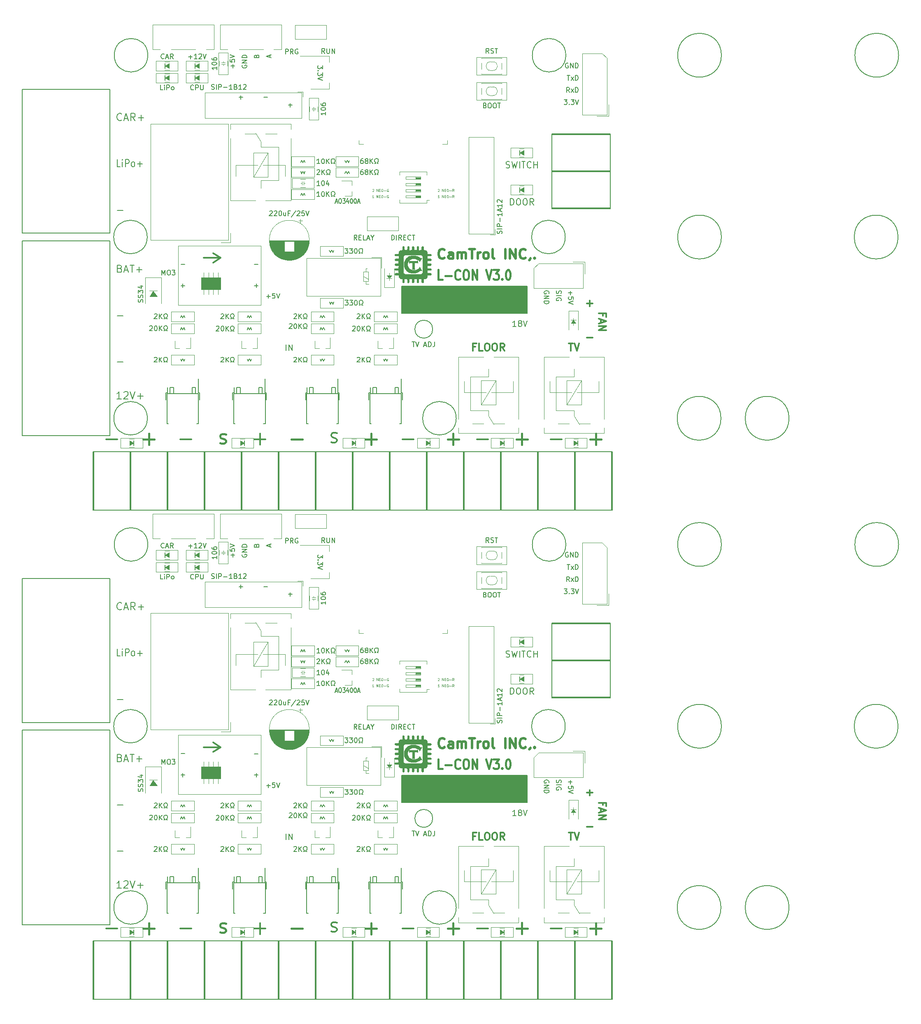
<source format=gbr>
%TF.GenerationSoftware,KiCad,Pcbnew,8.0.4*%
%TF.CreationDate,2024-11-04T15:16:17+09:00*%
%TF.ProjectId,L-CON V3.0,4c2d434f-4e20-4563-932e-302e6b696361,rev?*%
%TF.SameCoordinates,Original*%
%TF.FileFunction,Legend,Top*%
%TF.FilePolarity,Positive*%
%FSLAX46Y46*%
G04 Gerber Fmt 4.6, Leading zero omitted, Abs format (unit mm)*
G04 Created by KiCad (PCBNEW 8.0.4) date 2024-11-04 15:16:17*
%MOMM*%
%LPD*%
G01*
G04 APERTURE LIST*
%ADD10C,0.200000*%
%ADD11C,0.150000*%
%ADD12C,0.300000*%
%ADD13C,0.400000*%
%ADD14C,0.500000*%
%ADD15C,0.350000*%
%ADD16C,0.125000*%
%ADD17C,0.100000*%
%ADD18C,0.120000*%
%ADD19C,0.180000*%
%ADD20C,0.170000*%
%ADD21C,0.010000*%
G04 APERTURE END LIST*
D10*
X152747707Y-151269838D02*
X152652469Y-151222219D01*
X152652469Y-151222219D02*
X152509612Y-151222219D01*
X152509612Y-151222219D02*
X152366755Y-151269838D01*
X152366755Y-151269838D02*
X152271517Y-151365076D01*
X152271517Y-151365076D02*
X152223898Y-151460314D01*
X152223898Y-151460314D02*
X152176279Y-151650790D01*
X152176279Y-151650790D02*
X152176279Y-151793647D01*
X152176279Y-151793647D02*
X152223898Y-151984123D01*
X152223898Y-151984123D02*
X152271517Y-152079361D01*
X152271517Y-152079361D02*
X152366755Y-152174600D01*
X152366755Y-152174600D02*
X152509612Y-152222219D01*
X152509612Y-152222219D02*
X152604850Y-152222219D01*
X152604850Y-152222219D02*
X152747707Y-152174600D01*
X152747707Y-152174600D02*
X152795326Y-152126980D01*
X152795326Y-152126980D02*
X152795326Y-151793647D01*
X152795326Y-151793647D02*
X152604850Y-151793647D01*
X153223898Y-152222219D02*
X153223898Y-151222219D01*
X153223898Y-151222219D02*
X153795326Y-152222219D01*
X153795326Y-152222219D02*
X153795326Y-151222219D01*
X154271517Y-152222219D02*
X154271517Y-151222219D01*
X154271517Y-151222219D02*
X154509612Y-151222219D01*
X154509612Y-151222219D02*
X154652469Y-151269838D01*
X154652469Y-151269838D02*
X154747707Y-151365076D01*
X154747707Y-151365076D02*
X154795326Y-151460314D01*
X154795326Y-151460314D02*
X154842945Y-151650790D01*
X154842945Y-151650790D02*
X154842945Y-151793647D01*
X154842945Y-151793647D02*
X154795326Y-151984123D01*
X154795326Y-151984123D02*
X154747707Y-152079361D01*
X154747707Y-152079361D02*
X154652469Y-152174600D01*
X154652469Y-152174600D02*
X154509612Y-152222219D01*
X154509612Y-152222219D02*
X154271517Y-152222219D01*
D11*
X90151548Y-158266366D02*
X90913453Y-158266366D01*
D10*
X152557231Y-153722219D02*
X153128659Y-153722219D01*
X152842945Y-154722219D02*
X152842945Y-153722219D01*
X153366755Y-154722219D02*
X153890564Y-154055552D01*
X153366755Y-154055552D02*
X153890564Y-154722219D01*
X154271517Y-154722219D02*
X154271517Y-153722219D01*
X154271517Y-153722219D02*
X154509612Y-153722219D01*
X154509612Y-153722219D02*
X154652469Y-153769838D01*
X154652469Y-153769838D02*
X154747707Y-153865076D01*
X154747707Y-153865076D02*
X154795326Y-153960314D01*
X154795326Y-153960314D02*
X154842945Y-154150790D01*
X154842945Y-154150790D02*
X154842945Y-154293647D01*
X154842945Y-154293647D02*
X154795326Y-154484123D01*
X154795326Y-154484123D02*
X154747707Y-154579361D01*
X154747707Y-154579361D02*
X154652469Y-154674600D01*
X154652469Y-154674600D02*
X154509612Y-154722219D01*
X154509612Y-154722219D02*
X154271517Y-154722219D01*
X140891040Y-180391004D02*
X140891040Y-179091004D01*
X140891040Y-179091004D02*
X141200564Y-179091004D01*
X141200564Y-179091004D02*
X141386278Y-179152909D01*
X141386278Y-179152909D02*
X141510088Y-179276719D01*
X141510088Y-179276719D02*
X141571993Y-179400528D01*
X141571993Y-179400528D02*
X141633897Y-179648147D01*
X141633897Y-179648147D02*
X141633897Y-179833861D01*
X141633897Y-179833861D02*
X141571993Y-180081480D01*
X141571993Y-180081480D02*
X141510088Y-180205290D01*
X141510088Y-180205290D02*
X141386278Y-180329100D01*
X141386278Y-180329100D02*
X141200564Y-180391004D01*
X141200564Y-180391004D02*
X140891040Y-180391004D01*
X142438659Y-179091004D02*
X142686278Y-179091004D01*
X142686278Y-179091004D02*
X142810088Y-179152909D01*
X142810088Y-179152909D02*
X142933897Y-179276719D01*
X142933897Y-179276719D02*
X142995802Y-179524338D01*
X142995802Y-179524338D02*
X142995802Y-179957671D01*
X142995802Y-179957671D02*
X142933897Y-180205290D01*
X142933897Y-180205290D02*
X142810088Y-180329100D01*
X142810088Y-180329100D02*
X142686278Y-180391004D01*
X142686278Y-180391004D02*
X142438659Y-180391004D01*
X142438659Y-180391004D02*
X142314850Y-180329100D01*
X142314850Y-180329100D02*
X142191040Y-180205290D01*
X142191040Y-180205290D02*
X142129136Y-179957671D01*
X142129136Y-179957671D02*
X142129136Y-179524338D01*
X142129136Y-179524338D02*
X142191040Y-179276719D01*
X142191040Y-179276719D02*
X142314850Y-179152909D01*
X142314850Y-179152909D02*
X142438659Y-179091004D01*
X143800564Y-179091004D02*
X144048183Y-179091004D01*
X144048183Y-179091004D02*
X144171993Y-179152909D01*
X144171993Y-179152909D02*
X144295802Y-179276719D01*
X144295802Y-179276719D02*
X144357707Y-179524338D01*
X144357707Y-179524338D02*
X144357707Y-179957671D01*
X144357707Y-179957671D02*
X144295802Y-180205290D01*
X144295802Y-180205290D02*
X144171993Y-180329100D01*
X144171993Y-180329100D02*
X144048183Y-180391004D01*
X144048183Y-180391004D02*
X143800564Y-180391004D01*
X143800564Y-180391004D02*
X143676755Y-180329100D01*
X143676755Y-180329100D02*
X143552945Y-180205290D01*
X143552945Y-180205290D02*
X143491041Y-179957671D01*
X143491041Y-179957671D02*
X143491041Y-179524338D01*
X143491041Y-179524338D02*
X143552945Y-179276719D01*
X143552945Y-179276719D02*
X143676755Y-179152909D01*
X143676755Y-179152909D02*
X143800564Y-179091004D01*
X145657707Y-180391004D02*
X145224374Y-179771957D01*
X144914850Y-180391004D02*
X144914850Y-179091004D01*
X144914850Y-179091004D02*
X145410088Y-179091004D01*
X145410088Y-179091004D02*
X145533898Y-179152909D01*
X145533898Y-179152909D02*
X145595803Y-179214814D01*
X145595803Y-179214814D02*
X145657707Y-179338623D01*
X145657707Y-179338623D02*
X145657707Y-179524338D01*
X145657707Y-179524338D02*
X145595803Y-179648147D01*
X145595803Y-179648147D02*
X145533898Y-179710052D01*
X145533898Y-179710052D02*
X145410088Y-179771957D01*
X145410088Y-179771957D02*
X144914850Y-179771957D01*
D11*
X85727438Y-151659398D02*
X85679819Y-151754636D01*
X85679819Y-151754636D02*
X85679819Y-151897493D01*
X85679819Y-151897493D02*
X85727438Y-152040350D01*
X85727438Y-152040350D02*
X85822676Y-152135588D01*
X85822676Y-152135588D02*
X85917914Y-152183207D01*
X85917914Y-152183207D02*
X86108390Y-152230826D01*
X86108390Y-152230826D02*
X86251247Y-152230826D01*
X86251247Y-152230826D02*
X86441723Y-152183207D01*
X86441723Y-152183207D02*
X86536961Y-152135588D01*
X86536961Y-152135588D02*
X86632200Y-152040350D01*
X86632200Y-152040350D02*
X86679819Y-151897493D01*
X86679819Y-151897493D02*
X86679819Y-151802255D01*
X86679819Y-151802255D02*
X86632200Y-151659398D01*
X86632200Y-151659398D02*
X86584580Y-151611779D01*
X86584580Y-151611779D02*
X86251247Y-151611779D01*
X86251247Y-151611779D02*
X86251247Y-151802255D01*
X86679819Y-151183207D02*
X85679819Y-151183207D01*
X85679819Y-151183207D02*
X86679819Y-150611779D01*
X86679819Y-150611779D02*
X85679819Y-150611779D01*
X86679819Y-150135588D02*
X85679819Y-150135588D01*
X85679819Y-150135588D02*
X85679819Y-149897493D01*
X85679819Y-149897493D02*
X85727438Y-149754636D01*
X85727438Y-149754636D02*
X85822676Y-149659398D01*
X85822676Y-149659398D02*
X85917914Y-149611779D01*
X85917914Y-149611779D02*
X86108390Y-149564160D01*
X86108390Y-149564160D02*
X86251247Y-149564160D01*
X86251247Y-149564160D02*
X86441723Y-149611779D01*
X86441723Y-149611779D02*
X86536961Y-149659398D01*
X86536961Y-149659398D02*
X86632200Y-149754636D01*
X86632200Y-149754636D02*
X86679819Y-149897493D01*
X86679819Y-149897493D02*
X86679819Y-150135588D01*
D12*
X156633571Y-207654400D02*
X157776429Y-207654400D01*
D11*
X91394104Y-150040350D02*
X91394104Y-149564160D01*
X91679819Y-150135588D02*
X90679819Y-149802255D01*
X90679819Y-149802255D02*
X91679819Y-149468922D01*
D12*
X156633571Y-200654400D02*
X157776429Y-200654400D01*
X157205000Y-201225828D02*
X157205000Y-200082971D01*
X159889885Y-203205714D02*
X159889885Y-202705714D01*
X159104171Y-202705714D02*
X160604171Y-202705714D01*
X160604171Y-202705714D02*
X160604171Y-203420000D01*
X159532742Y-203920000D02*
X159532742Y-204634286D01*
X159104171Y-203777143D02*
X160604171Y-204277143D01*
X160604171Y-204277143D02*
X159104171Y-204777143D01*
X159104171Y-205277142D02*
X160604171Y-205277142D01*
X160604171Y-205277142D02*
X159104171Y-206134285D01*
X159104171Y-206134285D02*
X160604171Y-206134285D01*
D11*
X85071548Y-158266366D02*
X85833453Y-158266366D01*
X85452500Y-158647319D02*
X85452500Y-157885414D01*
D10*
X153033421Y-157222219D02*
X152700088Y-156746028D01*
X152461993Y-157222219D02*
X152461993Y-156222219D01*
X152461993Y-156222219D02*
X152842945Y-156222219D01*
X152842945Y-156222219D02*
X152938183Y-156269838D01*
X152938183Y-156269838D02*
X152985802Y-156317457D01*
X152985802Y-156317457D02*
X153033421Y-156412695D01*
X153033421Y-156412695D02*
X153033421Y-156555552D01*
X153033421Y-156555552D02*
X152985802Y-156650790D01*
X152985802Y-156650790D02*
X152938183Y-156698409D01*
X152938183Y-156698409D02*
X152842945Y-156746028D01*
X152842945Y-156746028D02*
X152461993Y-156746028D01*
X153366755Y-157222219D02*
X153890564Y-156555552D01*
X153366755Y-156555552D02*
X153890564Y-157222219D01*
X154271517Y-157222219D02*
X154271517Y-156222219D01*
X154271517Y-156222219D02*
X154509612Y-156222219D01*
X154509612Y-156222219D02*
X154652469Y-156269838D01*
X154652469Y-156269838D02*
X154747707Y-156365076D01*
X154747707Y-156365076D02*
X154795326Y-156460314D01*
X154795326Y-156460314D02*
X154842945Y-156650790D01*
X154842945Y-156650790D02*
X154842945Y-156793647D01*
X154842945Y-156793647D02*
X154795326Y-156984123D01*
X154795326Y-156984123D02*
X154747707Y-157079361D01*
X154747707Y-157079361D02*
X154652469Y-157174600D01*
X154652469Y-157174600D02*
X154509612Y-157222219D01*
X154509612Y-157222219D02*
X154271517Y-157222219D01*
X120660238Y-208527219D02*
X121231666Y-208527219D01*
X120945952Y-209527219D02*
X120945952Y-208527219D01*
X121422143Y-208527219D02*
X121755476Y-209527219D01*
X121755476Y-209527219D02*
X122088809Y-208527219D01*
X123136429Y-209241504D02*
X123612619Y-209241504D01*
X123041191Y-209527219D02*
X123374524Y-208527219D01*
X123374524Y-208527219D02*
X123707857Y-209527219D01*
X124041191Y-209527219D02*
X124041191Y-208527219D01*
X124041191Y-208527219D02*
X124279286Y-208527219D01*
X124279286Y-208527219D02*
X124422143Y-208574838D01*
X124422143Y-208574838D02*
X124517381Y-208670076D01*
X124517381Y-208670076D02*
X124565000Y-208765314D01*
X124565000Y-208765314D02*
X124612619Y-208955790D01*
X124612619Y-208955790D02*
X124612619Y-209098647D01*
X124612619Y-209098647D02*
X124565000Y-209289123D01*
X124565000Y-209289123D02*
X124517381Y-209384361D01*
X124517381Y-209384361D02*
X124422143Y-209479600D01*
X124422143Y-209479600D02*
X124279286Y-209527219D01*
X124279286Y-209527219D02*
X124041191Y-209527219D01*
X125326905Y-208527219D02*
X125326905Y-209241504D01*
X125326905Y-209241504D02*
X125279286Y-209384361D01*
X125279286Y-209384361D02*
X125184048Y-209479600D01*
X125184048Y-209479600D02*
X125041191Y-209527219D01*
X125041191Y-209527219D02*
X124945953Y-209527219D01*
D12*
X133680713Y-209565114D02*
X133180713Y-209565114D01*
X133180713Y-210350828D02*
X133180713Y-208850828D01*
X133180713Y-208850828D02*
X133894999Y-208850828D01*
X135180713Y-210350828D02*
X134466427Y-210350828D01*
X134466427Y-210350828D02*
X134466427Y-208850828D01*
X135966428Y-208850828D02*
X136252142Y-208850828D01*
X136252142Y-208850828D02*
X136394999Y-208922257D01*
X136394999Y-208922257D02*
X136537856Y-209065114D01*
X136537856Y-209065114D02*
X136609285Y-209350828D01*
X136609285Y-209350828D02*
X136609285Y-209850828D01*
X136609285Y-209850828D02*
X136537856Y-210136542D01*
X136537856Y-210136542D02*
X136394999Y-210279400D01*
X136394999Y-210279400D02*
X136252142Y-210350828D01*
X136252142Y-210350828D02*
X135966428Y-210350828D01*
X135966428Y-210350828D02*
X135823571Y-210279400D01*
X135823571Y-210279400D02*
X135680713Y-210136542D01*
X135680713Y-210136542D02*
X135609285Y-209850828D01*
X135609285Y-209850828D02*
X135609285Y-209350828D01*
X135609285Y-209350828D02*
X135680713Y-209065114D01*
X135680713Y-209065114D02*
X135823571Y-208922257D01*
X135823571Y-208922257D02*
X135966428Y-208850828D01*
X137537857Y-208850828D02*
X137823571Y-208850828D01*
X137823571Y-208850828D02*
X137966428Y-208922257D01*
X137966428Y-208922257D02*
X138109285Y-209065114D01*
X138109285Y-209065114D02*
X138180714Y-209350828D01*
X138180714Y-209350828D02*
X138180714Y-209850828D01*
X138180714Y-209850828D02*
X138109285Y-210136542D01*
X138109285Y-210136542D02*
X137966428Y-210279400D01*
X137966428Y-210279400D02*
X137823571Y-210350828D01*
X137823571Y-210350828D02*
X137537857Y-210350828D01*
X137537857Y-210350828D02*
X137395000Y-210279400D01*
X137395000Y-210279400D02*
X137252142Y-210136542D01*
X137252142Y-210136542D02*
X137180714Y-209850828D01*
X137180714Y-209850828D02*
X137180714Y-209350828D01*
X137180714Y-209350828D02*
X137252142Y-209065114D01*
X137252142Y-209065114D02*
X137395000Y-208922257D01*
X137395000Y-208922257D02*
X137537857Y-208850828D01*
X139680714Y-210350828D02*
X139180714Y-209636542D01*
X138823571Y-210350828D02*
X138823571Y-208850828D01*
X138823571Y-208850828D02*
X139395000Y-208850828D01*
X139395000Y-208850828D02*
X139537857Y-208922257D01*
X139537857Y-208922257D02*
X139609286Y-208993685D01*
X139609286Y-208993685D02*
X139680714Y-209136542D01*
X139680714Y-209136542D02*
X139680714Y-209350828D01*
X139680714Y-209350828D02*
X139609286Y-209493685D01*
X139609286Y-209493685D02*
X139537857Y-209565114D01*
X139537857Y-209565114D02*
X139395000Y-209636542D01*
X139395000Y-209636542D02*
X138823571Y-209636542D01*
D10*
X151938184Y-158722219D02*
X152557231Y-158722219D01*
X152557231Y-158722219D02*
X152223898Y-159103171D01*
X152223898Y-159103171D02*
X152366755Y-159103171D01*
X152366755Y-159103171D02*
X152461993Y-159150790D01*
X152461993Y-159150790D02*
X152509612Y-159198409D01*
X152509612Y-159198409D02*
X152557231Y-159293647D01*
X152557231Y-159293647D02*
X152557231Y-159531742D01*
X152557231Y-159531742D02*
X152509612Y-159626980D01*
X152509612Y-159626980D02*
X152461993Y-159674600D01*
X152461993Y-159674600D02*
X152366755Y-159722219D01*
X152366755Y-159722219D02*
X152081041Y-159722219D01*
X152081041Y-159722219D02*
X151985803Y-159674600D01*
X151985803Y-159674600D02*
X151938184Y-159626980D01*
X152985803Y-159626980D02*
X153033422Y-159674600D01*
X153033422Y-159674600D02*
X152985803Y-159722219D01*
X152985803Y-159722219D02*
X152938184Y-159674600D01*
X152938184Y-159674600D02*
X152985803Y-159626980D01*
X152985803Y-159626980D02*
X152985803Y-159722219D01*
X153366755Y-158722219D02*
X153985802Y-158722219D01*
X153985802Y-158722219D02*
X153652469Y-159103171D01*
X153652469Y-159103171D02*
X153795326Y-159103171D01*
X153795326Y-159103171D02*
X153890564Y-159150790D01*
X153890564Y-159150790D02*
X153938183Y-159198409D01*
X153938183Y-159198409D02*
X153985802Y-159293647D01*
X153985802Y-159293647D02*
X153985802Y-159531742D01*
X153985802Y-159531742D02*
X153938183Y-159626980D01*
X153938183Y-159626980D02*
X153890564Y-159674600D01*
X153890564Y-159674600D02*
X153795326Y-159722219D01*
X153795326Y-159722219D02*
X153509612Y-159722219D01*
X153509612Y-159722219D02*
X153414374Y-159674600D01*
X153414374Y-159674600D02*
X153366755Y-159626980D01*
X154271517Y-158722219D02*
X154604850Y-159722219D01*
X154604850Y-159722219D02*
X154938183Y-158722219D01*
D12*
X152903572Y-208850828D02*
X153760715Y-208850828D01*
X153332143Y-210350828D02*
X153332143Y-208850828D01*
X154046429Y-208850828D02*
X154546429Y-210350828D01*
X154546429Y-210350828D02*
X155046429Y-208850828D01*
D10*
X139993422Y-172709100D02*
X140179136Y-172771004D01*
X140179136Y-172771004D02*
X140488660Y-172771004D01*
X140488660Y-172771004D02*
X140612469Y-172709100D01*
X140612469Y-172709100D02*
X140674374Y-172647195D01*
X140674374Y-172647195D02*
X140736279Y-172523385D01*
X140736279Y-172523385D02*
X140736279Y-172399576D01*
X140736279Y-172399576D02*
X140674374Y-172275766D01*
X140674374Y-172275766D02*
X140612469Y-172213861D01*
X140612469Y-172213861D02*
X140488660Y-172151957D01*
X140488660Y-172151957D02*
X140241041Y-172090052D01*
X140241041Y-172090052D02*
X140117231Y-172028147D01*
X140117231Y-172028147D02*
X140055326Y-171966242D01*
X140055326Y-171966242D02*
X139993422Y-171842433D01*
X139993422Y-171842433D02*
X139993422Y-171718623D01*
X139993422Y-171718623D02*
X140055326Y-171594814D01*
X140055326Y-171594814D02*
X140117231Y-171532909D01*
X140117231Y-171532909D02*
X140241041Y-171471004D01*
X140241041Y-171471004D02*
X140550564Y-171471004D01*
X140550564Y-171471004D02*
X140736279Y-171532909D01*
X141169612Y-171471004D02*
X141479136Y-172771004D01*
X141479136Y-172771004D02*
X141726755Y-171842433D01*
X141726755Y-171842433D02*
X141974374Y-172771004D01*
X141974374Y-172771004D02*
X142283898Y-171471004D01*
X142779135Y-172771004D02*
X142779135Y-171471004D01*
X143212469Y-171471004D02*
X143955326Y-171471004D01*
X143583898Y-172771004D02*
X143583898Y-171471004D01*
X145131516Y-172647195D02*
X145069612Y-172709100D01*
X145069612Y-172709100D02*
X144883897Y-172771004D01*
X144883897Y-172771004D02*
X144760088Y-172771004D01*
X144760088Y-172771004D02*
X144574374Y-172709100D01*
X144574374Y-172709100D02*
X144450564Y-172585290D01*
X144450564Y-172585290D02*
X144388659Y-172461480D01*
X144388659Y-172461480D02*
X144326755Y-172213861D01*
X144326755Y-172213861D02*
X144326755Y-172028147D01*
X144326755Y-172028147D02*
X144388659Y-171780528D01*
X144388659Y-171780528D02*
X144450564Y-171656719D01*
X144450564Y-171656719D02*
X144574374Y-171532909D01*
X144574374Y-171532909D02*
X144760088Y-171471004D01*
X144760088Y-171471004D02*
X144883897Y-171471004D01*
X144883897Y-171471004D02*
X145069612Y-171532909D01*
X145069612Y-171532909D02*
X145131516Y-171594814D01*
X145688659Y-172771004D02*
X145688659Y-171471004D01*
X145688659Y-172090052D02*
X146431516Y-172090052D01*
X146431516Y-172771004D02*
X146431516Y-171471004D01*
D11*
X88656009Y-149802255D02*
X88703628Y-149659398D01*
X88703628Y-149659398D02*
X88751247Y-149611779D01*
X88751247Y-149611779D02*
X88846485Y-149564160D01*
X88846485Y-149564160D02*
X88989342Y-149564160D01*
X88989342Y-149564160D02*
X89084580Y-149611779D01*
X89084580Y-149611779D02*
X89132200Y-149659398D01*
X89132200Y-149659398D02*
X89179819Y-149754636D01*
X89179819Y-149754636D02*
X89179819Y-150135588D01*
X89179819Y-150135588D02*
X88179819Y-150135588D01*
X88179819Y-150135588D02*
X88179819Y-149802255D01*
X88179819Y-149802255D02*
X88227438Y-149707017D01*
X88227438Y-149707017D02*
X88275057Y-149659398D01*
X88275057Y-149659398D02*
X88370295Y-149611779D01*
X88370295Y-149611779D02*
X88465533Y-149611779D01*
X88465533Y-149611779D02*
X88560771Y-149659398D01*
X88560771Y-149659398D02*
X88608390Y-149707017D01*
X88608390Y-149707017D02*
X88656009Y-149802255D01*
X88656009Y-149802255D02*
X88656009Y-150135588D01*
X83798866Y-152183207D02*
X83798866Y-151421303D01*
X84179819Y-151802255D02*
X83417914Y-151802255D01*
X83179819Y-150468922D02*
X83179819Y-150945112D01*
X83179819Y-150945112D02*
X83656009Y-150992731D01*
X83656009Y-150992731D02*
X83608390Y-150945112D01*
X83608390Y-150945112D02*
X83560771Y-150849874D01*
X83560771Y-150849874D02*
X83560771Y-150611779D01*
X83560771Y-150611779D02*
X83608390Y-150516541D01*
X83608390Y-150516541D02*
X83656009Y-150468922D01*
X83656009Y-150468922D02*
X83751247Y-150421303D01*
X83751247Y-150421303D02*
X83989342Y-150421303D01*
X83989342Y-150421303D02*
X84084580Y-150468922D01*
X84084580Y-150468922D02*
X84132200Y-150516541D01*
X84132200Y-150516541D02*
X84179819Y-150611779D01*
X84179819Y-150611779D02*
X84179819Y-150849874D01*
X84179819Y-150849874D02*
X84132200Y-150945112D01*
X84132200Y-150945112D02*
X84084580Y-150992731D01*
X83179819Y-150135588D02*
X84179819Y-149802255D01*
X84179819Y-149802255D02*
X83179819Y-149468922D01*
D13*
X126892442Y-195734438D02*
X126082918Y-195734438D01*
X126082918Y-195734438D02*
X126082918Y-193734438D01*
X127459108Y-194972533D02*
X128754347Y-194972533D01*
X130535299Y-195543961D02*
X130454347Y-195639200D01*
X130454347Y-195639200D02*
X130211489Y-195734438D01*
X130211489Y-195734438D02*
X130049585Y-195734438D01*
X130049585Y-195734438D02*
X129806728Y-195639200D01*
X129806728Y-195639200D02*
X129644823Y-195448723D01*
X129644823Y-195448723D02*
X129563870Y-195258247D01*
X129563870Y-195258247D02*
X129482918Y-194877295D01*
X129482918Y-194877295D02*
X129482918Y-194591580D01*
X129482918Y-194591580D02*
X129563870Y-194210628D01*
X129563870Y-194210628D02*
X129644823Y-194020152D01*
X129644823Y-194020152D02*
X129806728Y-193829676D01*
X129806728Y-193829676D02*
X130049585Y-193734438D01*
X130049585Y-193734438D02*
X130211489Y-193734438D01*
X130211489Y-193734438D02*
X130454347Y-193829676D01*
X130454347Y-193829676D02*
X130535299Y-193924914D01*
X131587680Y-193734438D02*
X131911489Y-193734438D01*
X131911489Y-193734438D02*
X132073394Y-193829676D01*
X132073394Y-193829676D02*
X132235299Y-194020152D01*
X132235299Y-194020152D02*
X132316251Y-194401104D01*
X132316251Y-194401104D02*
X132316251Y-195067771D01*
X132316251Y-195067771D02*
X132235299Y-195448723D01*
X132235299Y-195448723D02*
X132073394Y-195639200D01*
X132073394Y-195639200D02*
X131911489Y-195734438D01*
X131911489Y-195734438D02*
X131587680Y-195734438D01*
X131587680Y-195734438D02*
X131425775Y-195639200D01*
X131425775Y-195639200D02*
X131263870Y-195448723D01*
X131263870Y-195448723D02*
X131182918Y-195067771D01*
X131182918Y-195067771D02*
X131182918Y-194401104D01*
X131182918Y-194401104D02*
X131263870Y-194020152D01*
X131263870Y-194020152D02*
X131425775Y-193829676D01*
X131425775Y-193829676D02*
X131587680Y-193734438D01*
X133044822Y-195734438D02*
X133044822Y-193734438D01*
X133044822Y-193734438D02*
X134016251Y-195734438D01*
X134016251Y-195734438D02*
X134016251Y-193734438D01*
X135878155Y-193734438D02*
X136444822Y-195734438D01*
X136444822Y-195734438D02*
X137011489Y-193734438D01*
X137416251Y-193734438D02*
X138468632Y-193734438D01*
X138468632Y-193734438D02*
X137901965Y-194496342D01*
X137901965Y-194496342D02*
X138144822Y-194496342D01*
X138144822Y-194496342D02*
X138306727Y-194591580D01*
X138306727Y-194591580D02*
X138387679Y-194686819D01*
X138387679Y-194686819D02*
X138468632Y-194877295D01*
X138468632Y-194877295D02*
X138468632Y-195353485D01*
X138468632Y-195353485D02*
X138387679Y-195543961D01*
X138387679Y-195543961D02*
X138306727Y-195639200D01*
X138306727Y-195639200D02*
X138144822Y-195734438D01*
X138144822Y-195734438D02*
X137659108Y-195734438D01*
X137659108Y-195734438D02*
X137497203Y-195639200D01*
X137497203Y-195639200D02*
X137416251Y-195543961D01*
X139197203Y-195543961D02*
X139278156Y-195639200D01*
X139278156Y-195639200D02*
X139197203Y-195734438D01*
X139197203Y-195734438D02*
X139116251Y-195639200D01*
X139116251Y-195639200D02*
X139197203Y-195543961D01*
X139197203Y-195543961D02*
X139197203Y-195734438D01*
X140330537Y-193734438D02*
X140492442Y-193734438D01*
X140492442Y-193734438D02*
X140654346Y-193829676D01*
X140654346Y-193829676D02*
X140735299Y-193924914D01*
X140735299Y-193924914D02*
X140816251Y-194115390D01*
X140816251Y-194115390D02*
X140897204Y-194496342D01*
X140897204Y-194496342D02*
X140897204Y-194972533D01*
X140897204Y-194972533D02*
X140816251Y-195353485D01*
X140816251Y-195353485D02*
X140735299Y-195543961D01*
X140735299Y-195543961D02*
X140654346Y-195639200D01*
X140654346Y-195639200D02*
X140492442Y-195734438D01*
X140492442Y-195734438D02*
X140330537Y-195734438D01*
X140330537Y-195734438D02*
X140168632Y-195639200D01*
X140168632Y-195639200D02*
X140087680Y-195543961D01*
X140087680Y-195543961D02*
X140006727Y-195353485D01*
X140006727Y-195353485D02*
X139925775Y-194972533D01*
X139925775Y-194972533D02*
X139925775Y-194496342D01*
X139925775Y-194496342D02*
X140006727Y-194115390D01*
X140006727Y-194115390D02*
X140087680Y-193924914D01*
X140087680Y-193924914D02*
X140168632Y-193829676D01*
X140168632Y-193829676D02*
X140330537Y-193734438D01*
D14*
X127362994Y-191263761D02*
X127267756Y-191359000D01*
X127267756Y-191359000D02*
X126982042Y-191454238D01*
X126982042Y-191454238D02*
X126791566Y-191454238D01*
X126791566Y-191454238D02*
X126505851Y-191359000D01*
X126505851Y-191359000D02*
X126315375Y-191168523D01*
X126315375Y-191168523D02*
X126220137Y-190978047D01*
X126220137Y-190978047D02*
X126124899Y-190597095D01*
X126124899Y-190597095D02*
X126124899Y-190311380D01*
X126124899Y-190311380D02*
X126220137Y-189930428D01*
X126220137Y-189930428D02*
X126315375Y-189739952D01*
X126315375Y-189739952D02*
X126505851Y-189549476D01*
X126505851Y-189549476D02*
X126791566Y-189454238D01*
X126791566Y-189454238D02*
X126982042Y-189454238D01*
X126982042Y-189454238D02*
X127267756Y-189549476D01*
X127267756Y-189549476D02*
X127362994Y-189644714D01*
X129077280Y-191454238D02*
X129077280Y-190406619D01*
X129077280Y-190406619D02*
X128982042Y-190216142D01*
X128982042Y-190216142D02*
X128791566Y-190120904D01*
X128791566Y-190120904D02*
X128410613Y-190120904D01*
X128410613Y-190120904D02*
X128220137Y-190216142D01*
X129077280Y-191359000D02*
X128886804Y-191454238D01*
X128886804Y-191454238D02*
X128410613Y-191454238D01*
X128410613Y-191454238D02*
X128220137Y-191359000D01*
X128220137Y-191359000D02*
X128124899Y-191168523D01*
X128124899Y-191168523D02*
X128124899Y-190978047D01*
X128124899Y-190978047D02*
X128220137Y-190787571D01*
X128220137Y-190787571D02*
X128410613Y-190692333D01*
X128410613Y-190692333D02*
X128886804Y-190692333D01*
X128886804Y-190692333D02*
X129077280Y-190597095D01*
X130029661Y-191454238D02*
X130029661Y-190120904D01*
X130029661Y-190311380D02*
X130124899Y-190216142D01*
X130124899Y-190216142D02*
X130315375Y-190120904D01*
X130315375Y-190120904D02*
X130601090Y-190120904D01*
X130601090Y-190120904D02*
X130791566Y-190216142D01*
X130791566Y-190216142D02*
X130886804Y-190406619D01*
X130886804Y-190406619D02*
X130886804Y-191454238D01*
X130886804Y-190406619D02*
X130982042Y-190216142D01*
X130982042Y-190216142D02*
X131172518Y-190120904D01*
X131172518Y-190120904D02*
X131458232Y-190120904D01*
X131458232Y-190120904D02*
X131648709Y-190216142D01*
X131648709Y-190216142D02*
X131743947Y-190406619D01*
X131743947Y-190406619D02*
X131743947Y-191454238D01*
X132410614Y-189454238D02*
X133553471Y-189454238D01*
X132982042Y-191454238D02*
X132982042Y-189454238D01*
X134220138Y-191454238D02*
X134220138Y-190120904D01*
X134220138Y-190501857D02*
X134315376Y-190311380D01*
X134315376Y-190311380D02*
X134410614Y-190216142D01*
X134410614Y-190216142D02*
X134601090Y-190120904D01*
X134601090Y-190120904D02*
X134791567Y-190120904D01*
X135743947Y-191454238D02*
X135553471Y-191359000D01*
X135553471Y-191359000D02*
X135458233Y-191263761D01*
X135458233Y-191263761D02*
X135362995Y-191073285D01*
X135362995Y-191073285D02*
X135362995Y-190501857D01*
X135362995Y-190501857D02*
X135458233Y-190311380D01*
X135458233Y-190311380D02*
X135553471Y-190216142D01*
X135553471Y-190216142D02*
X135743947Y-190120904D01*
X135743947Y-190120904D02*
X136029662Y-190120904D01*
X136029662Y-190120904D02*
X136220138Y-190216142D01*
X136220138Y-190216142D02*
X136315376Y-190311380D01*
X136315376Y-190311380D02*
X136410614Y-190501857D01*
X136410614Y-190501857D02*
X136410614Y-191073285D01*
X136410614Y-191073285D02*
X136315376Y-191263761D01*
X136315376Y-191263761D02*
X136220138Y-191359000D01*
X136220138Y-191359000D02*
X136029662Y-191454238D01*
X136029662Y-191454238D02*
X135743947Y-191454238D01*
X137553471Y-191454238D02*
X137362995Y-191359000D01*
X137362995Y-191359000D02*
X137267757Y-191168523D01*
X137267757Y-191168523D02*
X137267757Y-189454238D01*
X139839186Y-191454238D02*
X139839186Y-189454238D01*
X140791567Y-191454238D02*
X140791567Y-189454238D01*
X140791567Y-189454238D02*
X141934424Y-191454238D01*
X141934424Y-191454238D02*
X141934424Y-189454238D01*
X144029662Y-191263761D02*
X143934424Y-191359000D01*
X143934424Y-191359000D02*
X143648710Y-191454238D01*
X143648710Y-191454238D02*
X143458234Y-191454238D01*
X143458234Y-191454238D02*
X143172519Y-191359000D01*
X143172519Y-191359000D02*
X142982043Y-191168523D01*
X142982043Y-191168523D02*
X142886805Y-190978047D01*
X142886805Y-190978047D02*
X142791567Y-190597095D01*
X142791567Y-190597095D02*
X142791567Y-190311380D01*
X142791567Y-190311380D02*
X142886805Y-189930428D01*
X142886805Y-189930428D02*
X142982043Y-189739952D01*
X142982043Y-189739952D02*
X143172519Y-189549476D01*
X143172519Y-189549476D02*
X143458234Y-189454238D01*
X143458234Y-189454238D02*
X143648710Y-189454238D01*
X143648710Y-189454238D02*
X143934424Y-189549476D01*
X143934424Y-189549476D02*
X144029662Y-189644714D01*
X144982043Y-191359000D02*
X144982043Y-191454238D01*
X144982043Y-191454238D02*
X144886805Y-191644714D01*
X144886805Y-191644714D02*
X144791567Y-191739952D01*
X145839186Y-191263761D02*
X145934424Y-191359000D01*
X145934424Y-191359000D02*
X145839186Y-191454238D01*
X145839186Y-191454238D02*
X145743948Y-191359000D01*
X145743948Y-191359000D02*
X145839186Y-191263761D01*
X145839186Y-191263761D02*
X145839186Y-191454238D01*
D11*
X118550000Y-197060000D02*
X144310000Y-197060000D01*
X144310000Y-202690000D01*
X118550000Y-202690000D01*
X118550000Y-197060000D01*
G36*
X118550000Y-197060000D02*
G01*
X144310000Y-197060000D01*
X144310000Y-202690000D01*
X118550000Y-202690000D01*
X118550000Y-197060000D01*
G37*
X118550000Y-96460000D02*
X144310000Y-96460000D01*
X144310000Y-102090000D01*
X118550000Y-102090000D01*
X118550000Y-96460000D01*
G36*
X118550000Y-96460000D02*
G01*
X144310000Y-96460000D01*
X144310000Y-102090000D01*
X118550000Y-102090000D01*
X118550000Y-96460000D01*
G37*
X83798866Y-51583207D02*
X83798866Y-50821303D01*
X84179819Y-51202255D02*
X83417914Y-51202255D01*
X83179819Y-49868922D02*
X83179819Y-50345112D01*
X83179819Y-50345112D02*
X83656009Y-50392731D01*
X83656009Y-50392731D02*
X83608390Y-50345112D01*
X83608390Y-50345112D02*
X83560771Y-50249874D01*
X83560771Y-50249874D02*
X83560771Y-50011779D01*
X83560771Y-50011779D02*
X83608390Y-49916541D01*
X83608390Y-49916541D02*
X83656009Y-49868922D01*
X83656009Y-49868922D02*
X83751247Y-49821303D01*
X83751247Y-49821303D02*
X83989342Y-49821303D01*
X83989342Y-49821303D02*
X84084580Y-49868922D01*
X84084580Y-49868922D02*
X84132200Y-49916541D01*
X84132200Y-49916541D02*
X84179819Y-50011779D01*
X84179819Y-50011779D02*
X84179819Y-50249874D01*
X84179819Y-50249874D02*
X84132200Y-50345112D01*
X84132200Y-50345112D02*
X84084580Y-50392731D01*
X83179819Y-49535588D02*
X84179819Y-49202255D01*
X84179819Y-49202255D02*
X83179819Y-48868922D01*
D14*
X127362994Y-90663761D02*
X127267756Y-90759000D01*
X127267756Y-90759000D02*
X126982042Y-90854238D01*
X126982042Y-90854238D02*
X126791566Y-90854238D01*
X126791566Y-90854238D02*
X126505851Y-90759000D01*
X126505851Y-90759000D02*
X126315375Y-90568523D01*
X126315375Y-90568523D02*
X126220137Y-90378047D01*
X126220137Y-90378047D02*
X126124899Y-89997095D01*
X126124899Y-89997095D02*
X126124899Y-89711380D01*
X126124899Y-89711380D02*
X126220137Y-89330428D01*
X126220137Y-89330428D02*
X126315375Y-89139952D01*
X126315375Y-89139952D02*
X126505851Y-88949476D01*
X126505851Y-88949476D02*
X126791566Y-88854238D01*
X126791566Y-88854238D02*
X126982042Y-88854238D01*
X126982042Y-88854238D02*
X127267756Y-88949476D01*
X127267756Y-88949476D02*
X127362994Y-89044714D01*
X129077280Y-90854238D02*
X129077280Y-89806619D01*
X129077280Y-89806619D02*
X128982042Y-89616142D01*
X128982042Y-89616142D02*
X128791566Y-89520904D01*
X128791566Y-89520904D02*
X128410613Y-89520904D01*
X128410613Y-89520904D02*
X128220137Y-89616142D01*
X129077280Y-90759000D02*
X128886804Y-90854238D01*
X128886804Y-90854238D02*
X128410613Y-90854238D01*
X128410613Y-90854238D02*
X128220137Y-90759000D01*
X128220137Y-90759000D02*
X128124899Y-90568523D01*
X128124899Y-90568523D02*
X128124899Y-90378047D01*
X128124899Y-90378047D02*
X128220137Y-90187571D01*
X128220137Y-90187571D02*
X128410613Y-90092333D01*
X128410613Y-90092333D02*
X128886804Y-90092333D01*
X128886804Y-90092333D02*
X129077280Y-89997095D01*
X130029661Y-90854238D02*
X130029661Y-89520904D01*
X130029661Y-89711380D02*
X130124899Y-89616142D01*
X130124899Y-89616142D02*
X130315375Y-89520904D01*
X130315375Y-89520904D02*
X130601090Y-89520904D01*
X130601090Y-89520904D02*
X130791566Y-89616142D01*
X130791566Y-89616142D02*
X130886804Y-89806619D01*
X130886804Y-89806619D02*
X130886804Y-90854238D01*
X130886804Y-89806619D02*
X130982042Y-89616142D01*
X130982042Y-89616142D02*
X131172518Y-89520904D01*
X131172518Y-89520904D02*
X131458232Y-89520904D01*
X131458232Y-89520904D02*
X131648709Y-89616142D01*
X131648709Y-89616142D02*
X131743947Y-89806619D01*
X131743947Y-89806619D02*
X131743947Y-90854238D01*
X132410614Y-88854238D02*
X133553471Y-88854238D01*
X132982042Y-90854238D02*
X132982042Y-88854238D01*
X134220138Y-90854238D02*
X134220138Y-89520904D01*
X134220138Y-89901857D02*
X134315376Y-89711380D01*
X134315376Y-89711380D02*
X134410614Y-89616142D01*
X134410614Y-89616142D02*
X134601090Y-89520904D01*
X134601090Y-89520904D02*
X134791567Y-89520904D01*
X135743947Y-90854238D02*
X135553471Y-90759000D01*
X135553471Y-90759000D02*
X135458233Y-90663761D01*
X135458233Y-90663761D02*
X135362995Y-90473285D01*
X135362995Y-90473285D02*
X135362995Y-89901857D01*
X135362995Y-89901857D02*
X135458233Y-89711380D01*
X135458233Y-89711380D02*
X135553471Y-89616142D01*
X135553471Y-89616142D02*
X135743947Y-89520904D01*
X135743947Y-89520904D02*
X136029662Y-89520904D01*
X136029662Y-89520904D02*
X136220138Y-89616142D01*
X136220138Y-89616142D02*
X136315376Y-89711380D01*
X136315376Y-89711380D02*
X136410614Y-89901857D01*
X136410614Y-89901857D02*
X136410614Y-90473285D01*
X136410614Y-90473285D02*
X136315376Y-90663761D01*
X136315376Y-90663761D02*
X136220138Y-90759000D01*
X136220138Y-90759000D02*
X136029662Y-90854238D01*
X136029662Y-90854238D02*
X135743947Y-90854238D01*
X137553471Y-90854238D02*
X137362995Y-90759000D01*
X137362995Y-90759000D02*
X137267757Y-90568523D01*
X137267757Y-90568523D02*
X137267757Y-88854238D01*
X139839186Y-90854238D02*
X139839186Y-88854238D01*
X140791567Y-90854238D02*
X140791567Y-88854238D01*
X140791567Y-88854238D02*
X141934424Y-90854238D01*
X141934424Y-90854238D02*
X141934424Y-88854238D01*
X144029662Y-90663761D02*
X143934424Y-90759000D01*
X143934424Y-90759000D02*
X143648710Y-90854238D01*
X143648710Y-90854238D02*
X143458234Y-90854238D01*
X143458234Y-90854238D02*
X143172519Y-90759000D01*
X143172519Y-90759000D02*
X142982043Y-90568523D01*
X142982043Y-90568523D02*
X142886805Y-90378047D01*
X142886805Y-90378047D02*
X142791567Y-89997095D01*
X142791567Y-89997095D02*
X142791567Y-89711380D01*
X142791567Y-89711380D02*
X142886805Y-89330428D01*
X142886805Y-89330428D02*
X142982043Y-89139952D01*
X142982043Y-89139952D02*
X143172519Y-88949476D01*
X143172519Y-88949476D02*
X143458234Y-88854238D01*
X143458234Y-88854238D02*
X143648710Y-88854238D01*
X143648710Y-88854238D02*
X143934424Y-88949476D01*
X143934424Y-88949476D02*
X144029662Y-89044714D01*
X144982043Y-90759000D02*
X144982043Y-90854238D01*
X144982043Y-90854238D02*
X144886805Y-91044714D01*
X144886805Y-91044714D02*
X144791567Y-91139952D01*
X145839186Y-90663761D02*
X145934424Y-90759000D01*
X145934424Y-90759000D02*
X145839186Y-90854238D01*
X145839186Y-90854238D02*
X145743948Y-90759000D01*
X145743948Y-90759000D02*
X145839186Y-90663761D01*
X145839186Y-90663761D02*
X145839186Y-90854238D01*
D10*
X120660238Y-107927219D02*
X121231666Y-107927219D01*
X120945952Y-108927219D02*
X120945952Y-107927219D01*
X121422143Y-107927219D02*
X121755476Y-108927219D01*
X121755476Y-108927219D02*
X122088809Y-107927219D01*
X123136429Y-108641504D02*
X123612619Y-108641504D01*
X123041191Y-108927219D02*
X123374524Y-107927219D01*
X123374524Y-107927219D02*
X123707857Y-108927219D01*
X124041191Y-108927219D02*
X124041191Y-107927219D01*
X124041191Y-107927219D02*
X124279286Y-107927219D01*
X124279286Y-107927219D02*
X124422143Y-107974838D01*
X124422143Y-107974838D02*
X124517381Y-108070076D01*
X124517381Y-108070076D02*
X124565000Y-108165314D01*
X124565000Y-108165314D02*
X124612619Y-108355790D01*
X124612619Y-108355790D02*
X124612619Y-108498647D01*
X124612619Y-108498647D02*
X124565000Y-108689123D01*
X124565000Y-108689123D02*
X124517381Y-108784361D01*
X124517381Y-108784361D02*
X124422143Y-108879600D01*
X124422143Y-108879600D02*
X124279286Y-108927219D01*
X124279286Y-108927219D02*
X124041191Y-108927219D01*
X125326905Y-107927219D02*
X125326905Y-108641504D01*
X125326905Y-108641504D02*
X125279286Y-108784361D01*
X125279286Y-108784361D02*
X125184048Y-108879600D01*
X125184048Y-108879600D02*
X125041191Y-108927219D01*
X125041191Y-108927219D02*
X124945953Y-108927219D01*
D11*
X91394104Y-49440350D02*
X91394104Y-48964160D01*
X91679819Y-49535588D02*
X90679819Y-49202255D01*
X90679819Y-49202255D02*
X91679819Y-48868922D01*
D12*
X152903572Y-108250828D02*
X153760715Y-108250828D01*
X153332143Y-109750828D02*
X153332143Y-108250828D01*
X154046429Y-108250828D02*
X154546429Y-109750828D01*
X154546429Y-109750828D02*
X155046429Y-108250828D01*
X133680713Y-108965114D02*
X133180713Y-108965114D01*
X133180713Y-109750828D02*
X133180713Y-108250828D01*
X133180713Y-108250828D02*
X133894999Y-108250828D01*
X135180713Y-109750828D02*
X134466427Y-109750828D01*
X134466427Y-109750828D02*
X134466427Y-108250828D01*
X135966428Y-108250828D02*
X136252142Y-108250828D01*
X136252142Y-108250828D02*
X136394999Y-108322257D01*
X136394999Y-108322257D02*
X136537856Y-108465114D01*
X136537856Y-108465114D02*
X136609285Y-108750828D01*
X136609285Y-108750828D02*
X136609285Y-109250828D01*
X136609285Y-109250828D02*
X136537856Y-109536542D01*
X136537856Y-109536542D02*
X136394999Y-109679400D01*
X136394999Y-109679400D02*
X136252142Y-109750828D01*
X136252142Y-109750828D02*
X135966428Y-109750828D01*
X135966428Y-109750828D02*
X135823571Y-109679400D01*
X135823571Y-109679400D02*
X135680713Y-109536542D01*
X135680713Y-109536542D02*
X135609285Y-109250828D01*
X135609285Y-109250828D02*
X135609285Y-108750828D01*
X135609285Y-108750828D02*
X135680713Y-108465114D01*
X135680713Y-108465114D02*
X135823571Y-108322257D01*
X135823571Y-108322257D02*
X135966428Y-108250828D01*
X137537857Y-108250828D02*
X137823571Y-108250828D01*
X137823571Y-108250828D02*
X137966428Y-108322257D01*
X137966428Y-108322257D02*
X138109285Y-108465114D01*
X138109285Y-108465114D02*
X138180714Y-108750828D01*
X138180714Y-108750828D02*
X138180714Y-109250828D01*
X138180714Y-109250828D02*
X138109285Y-109536542D01*
X138109285Y-109536542D02*
X137966428Y-109679400D01*
X137966428Y-109679400D02*
X137823571Y-109750828D01*
X137823571Y-109750828D02*
X137537857Y-109750828D01*
X137537857Y-109750828D02*
X137395000Y-109679400D01*
X137395000Y-109679400D02*
X137252142Y-109536542D01*
X137252142Y-109536542D02*
X137180714Y-109250828D01*
X137180714Y-109250828D02*
X137180714Y-108750828D01*
X137180714Y-108750828D02*
X137252142Y-108465114D01*
X137252142Y-108465114D02*
X137395000Y-108322257D01*
X137395000Y-108322257D02*
X137537857Y-108250828D01*
X139680714Y-109750828D02*
X139180714Y-109036542D01*
X138823571Y-109750828D02*
X138823571Y-108250828D01*
X138823571Y-108250828D02*
X139395000Y-108250828D01*
X139395000Y-108250828D02*
X139537857Y-108322257D01*
X139537857Y-108322257D02*
X139609286Y-108393685D01*
X139609286Y-108393685D02*
X139680714Y-108536542D01*
X139680714Y-108536542D02*
X139680714Y-108750828D01*
X139680714Y-108750828D02*
X139609286Y-108893685D01*
X139609286Y-108893685D02*
X139537857Y-108965114D01*
X139537857Y-108965114D02*
X139395000Y-109036542D01*
X139395000Y-109036542D02*
X138823571Y-109036542D01*
D11*
X88656009Y-49202255D02*
X88703628Y-49059398D01*
X88703628Y-49059398D02*
X88751247Y-49011779D01*
X88751247Y-49011779D02*
X88846485Y-48964160D01*
X88846485Y-48964160D02*
X88989342Y-48964160D01*
X88989342Y-48964160D02*
X89084580Y-49011779D01*
X89084580Y-49011779D02*
X89132200Y-49059398D01*
X89132200Y-49059398D02*
X89179819Y-49154636D01*
X89179819Y-49154636D02*
X89179819Y-49535588D01*
X89179819Y-49535588D02*
X88179819Y-49535588D01*
X88179819Y-49535588D02*
X88179819Y-49202255D01*
X88179819Y-49202255D02*
X88227438Y-49107017D01*
X88227438Y-49107017D02*
X88275057Y-49059398D01*
X88275057Y-49059398D02*
X88370295Y-49011779D01*
X88370295Y-49011779D02*
X88465533Y-49011779D01*
X88465533Y-49011779D02*
X88560771Y-49059398D01*
X88560771Y-49059398D02*
X88608390Y-49107017D01*
X88608390Y-49107017D02*
X88656009Y-49202255D01*
X88656009Y-49202255D02*
X88656009Y-49535588D01*
D12*
X159889885Y-102605714D02*
X159889885Y-102105714D01*
X159104171Y-102105714D02*
X160604171Y-102105714D01*
X160604171Y-102105714D02*
X160604171Y-102820000D01*
X159532742Y-103320000D02*
X159532742Y-104034286D01*
X159104171Y-103177143D02*
X160604171Y-103677143D01*
X160604171Y-103677143D02*
X159104171Y-104177143D01*
X159104171Y-104677142D02*
X160604171Y-104677142D01*
X160604171Y-104677142D02*
X159104171Y-105534285D01*
X159104171Y-105534285D02*
X160604171Y-105534285D01*
D11*
X85727438Y-51059398D02*
X85679819Y-51154636D01*
X85679819Y-51154636D02*
X85679819Y-51297493D01*
X85679819Y-51297493D02*
X85727438Y-51440350D01*
X85727438Y-51440350D02*
X85822676Y-51535588D01*
X85822676Y-51535588D02*
X85917914Y-51583207D01*
X85917914Y-51583207D02*
X86108390Y-51630826D01*
X86108390Y-51630826D02*
X86251247Y-51630826D01*
X86251247Y-51630826D02*
X86441723Y-51583207D01*
X86441723Y-51583207D02*
X86536961Y-51535588D01*
X86536961Y-51535588D02*
X86632200Y-51440350D01*
X86632200Y-51440350D02*
X86679819Y-51297493D01*
X86679819Y-51297493D02*
X86679819Y-51202255D01*
X86679819Y-51202255D02*
X86632200Y-51059398D01*
X86632200Y-51059398D02*
X86584580Y-51011779D01*
X86584580Y-51011779D02*
X86251247Y-51011779D01*
X86251247Y-51011779D02*
X86251247Y-51202255D01*
X86679819Y-50583207D02*
X85679819Y-50583207D01*
X85679819Y-50583207D02*
X86679819Y-50011779D01*
X86679819Y-50011779D02*
X85679819Y-50011779D01*
X86679819Y-49535588D02*
X85679819Y-49535588D01*
X85679819Y-49535588D02*
X85679819Y-49297493D01*
X85679819Y-49297493D02*
X85727438Y-49154636D01*
X85727438Y-49154636D02*
X85822676Y-49059398D01*
X85822676Y-49059398D02*
X85917914Y-49011779D01*
X85917914Y-49011779D02*
X86108390Y-48964160D01*
X86108390Y-48964160D02*
X86251247Y-48964160D01*
X86251247Y-48964160D02*
X86441723Y-49011779D01*
X86441723Y-49011779D02*
X86536961Y-49059398D01*
X86536961Y-49059398D02*
X86632200Y-49154636D01*
X86632200Y-49154636D02*
X86679819Y-49297493D01*
X86679819Y-49297493D02*
X86679819Y-49535588D01*
D12*
X156633571Y-107054400D02*
X157776429Y-107054400D01*
D10*
X153033421Y-56622219D02*
X152700088Y-56146028D01*
X152461993Y-56622219D02*
X152461993Y-55622219D01*
X152461993Y-55622219D02*
X152842945Y-55622219D01*
X152842945Y-55622219D02*
X152938183Y-55669838D01*
X152938183Y-55669838D02*
X152985802Y-55717457D01*
X152985802Y-55717457D02*
X153033421Y-55812695D01*
X153033421Y-55812695D02*
X153033421Y-55955552D01*
X153033421Y-55955552D02*
X152985802Y-56050790D01*
X152985802Y-56050790D02*
X152938183Y-56098409D01*
X152938183Y-56098409D02*
X152842945Y-56146028D01*
X152842945Y-56146028D02*
X152461993Y-56146028D01*
X153366755Y-56622219D02*
X153890564Y-55955552D01*
X153366755Y-55955552D02*
X153890564Y-56622219D01*
X154271517Y-56622219D02*
X154271517Y-55622219D01*
X154271517Y-55622219D02*
X154509612Y-55622219D01*
X154509612Y-55622219D02*
X154652469Y-55669838D01*
X154652469Y-55669838D02*
X154747707Y-55765076D01*
X154747707Y-55765076D02*
X154795326Y-55860314D01*
X154795326Y-55860314D02*
X154842945Y-56050790D01*
X154842945Y-56050790D02*
X154842945Y-56193647D01*
X154842945Y-56193647D02*
X154795326Y-56384123D01*
X154795326Y-56384123D02*
X154747707Y-56479361D01*
X154747707Y-56479361D02*
X154652469Y-56574600D01*
X154652469Y-56574600D02*
X154509612Y-56622219D01*
X154509612Y-56622219D02*
X154271517Y-56622219D01*
X151938184Y-58122219D02*
X152557231Y-58122219D01*
X152557231Y-58122219D02*
X152223898Y-58503171D01*
X152223898Y-58503171D02*
X152366755Y-58503171D01*
X152366755Y-58503171D02*
X152461993Y-58550790D01*
X152461993Y-58550790D02*
X152509612Y-58598409D01*
X152509612Y-58598409D02*
X152557231Y-58693647D01*
X152557231Y-58693647D02*
X152557231Y-58931742D01*
X152557231Y-58931742D02*
X152509612Y-59026980D01*
X152509612Y-59026980D02*
X152461993Y-59074600D01*
X152461993Y-59074600D02*
X152366755Y-59122219D01*
X152366755Y-59122219D02*
X152081041Y-59122219D01*
X152081041Y-59122219D02*
X151985803Y-59074600D01*
X151985803Y-59074600D02*
X151938184Y-59026980D01*
X152985803Y-59026980D02*
X153033422Y-59074600D01*
X153033422Y-59074600D02*
X152985803Y-59122219D01*
X152985803Y-59122219D02*
X152938184Y-59074600D01*
X152938184Y-59074600D02*
X152985803Y-59026980D01*
X152985803Y-59026980D02*
X152985803Y-59122219D01*
X153366755Y-58122219D02*
X153985802Y-58122219D01*
X153985802Y-58122219D02*
X153652469Y-58503171D01*
X153652469Y-58503171D02*
X153795326Y-58503171D01*
X153795326Y-58503171D02*
X153890564Y-58550790D01*
X153890564Y-58550790D02*
X153938183Y-58598409D01*
X153938183Y-58598409D02*
X153985802Y-58693647D01*
X153985802Y-58693647D02*
X153985802Y-58931742D01*
X153985802Y-58931742D02*
X153938183Y-59026980D01*
X153938183Y-59026980D02*
X153890564Y-59074600D01*
X153890564Y-59074600D02*
X153795326Y-59122219D01*
X153795326Y-59122219D02*
X153509612Y-59122219D01*
X153509612Y-59122219D02*
X153414374Y-59074600D01*
X153414374Y-59074600D02*
X153366755Y-59026980D01*
X154271517Y-58122219D02*
X154604850Y-59122219D01*
X154604850Y-59122219D02*
X154938183Y-58122219D01*
X140891040Y-79791004D02*
X140891040Y-78491004D01*
X140891040Y-78491004D02*
X141200564Y-78491004D01*
X141200564Y-78491004D02*
X141386278Y-78552909D01*
X141386278Y-78552909D02*
X141510088Y-78676719D01*
X141510088Y-78676719D02*
X141571993Y-78800528D01*
X141571993Y-78800528D02*
X141633897Y-79048147D01*
X141633897Y-79048147D02*
X141633897Y-79233861D01*
X141633897Y-79233861D02*
X141571993Y-79481480D01*
X141571993Y-79481480D02*
X141510088Y-79605290D01*
X141510088Y-79605290D02*
X141386278Y-79729100D01*
X141386278Y-79729100D02*
X141200564Y-79791004D01*
X141200564Y-79791004D02*
X140891040Y-79791004D01*
X142438659Y-78491004D02*
X142686278Y-78491004D01*
X142686278Y-78491004D02*
X142810088Y-78552909D01*
X142810088Y-78552909D02*
X142933897Y-78676719D01*
X142933897Y-78676719D02*
X142995802Y-78924338D01*
X142995802Y-78924338D02*
X142995802Y-79357671D01*
X142995802Y-79357671D02*
X142933897Y-79605290D01*
X142933897Y-79605290D02*
X142810088Y-79729100D01*
X142810088Y-79729100D02*
X142686278Y-79791004D01*
X142686278Y-79791004D02*
X142438659Y-79791004D01*
X142438659Y-79791004D02*
X142314850Y-79729100D01*
X142314850Y-79729100D02*
X142191040Y-79605290D01*
X142191040Y-79605290D02*
X142129136Y-79357671D01*
X142129136Y-79357671D02*
X142129136Y-78924338D01*
X142129136Y-78924338D02*
X142191040Y-78676719D01*
X142191040Y-78676719D02*
X142314850Y-78552909D01*
X142314850Y-78552909D02*
X142438659Y-78491004D01*
X143800564Y-78491004D02*
X144048183Y-78491004D01*
X144048183Y-78491004D02*
X144171993Y-78552909D01*
X144171993Y-78552909D02*
X144295802Y-78676719D01*
X144295802Y-78676719D02*
X144357707Y-78924338D01*
X144357707Y-78924338D02*
X144357707Y-79357671D01*
X144357707Y-79357671D02*
X144295802Y-79605290D01*
X144295802Y-79605290D02*
X144171993Y-79729100D01*
X144171993Y-79729100D02*
X144048183Y-79791004D01*
X144048183Y-79791004D02*
X143800564Y-79791004D01*
X143800564Y-79791004D02*
X143676755Y-79729100D01*
X143676755Y-79729100D02*
X143552945Y-79605290D01*
X143552945Y-79605290D02*
X143491041Y-79357671D01*
X143491041Y-79357671D02*
X143491041Y-78924338D01*
X143491041Y-78924338D02*
X143552945Y-78676719D01*
X143552945Y-78676719D02*
X143676755Y-78552909D01*
X143676755Y-78552909D02*
X143800564Y-78491004D01*
X145657707Y-79791004D02*
X145224374Y-79171957D01*
X144914850Y-79791004D02*
X144914850Y-78491004D01*
X144914850Y-78491004D02*
X145410088Y-78491004D01*
X145410088Y-78491004D02*
X145533898Y-78552909D01*
X145533898Y-78552909D02*
X145595803Y-78614814D01*
X145595803Y-78614814D02*
X145657707Y-78738623D01*
X145657707Y-78738623D02*
X145657707Y-78924338D01*
X145657707Y-78924338D02*
X145595803Y-79048147D01*
X145595803Y-79048147D02*
X145533898Y-79110052D01*
X145533898Y-79110052D02*
X145410088Y-79171957D01*
X145410088Y-79171957D02*
X144914850Y-79171957D01*
D13*
X126892442Y-95134438D02*
X126082918Y-95134438D01*
X126082918Y-95134438D02*
X126082918Y-93134438D01*
X127459108Y-94372533D02*
X128754347Y-94372533D01*
X130535299Y-94943961D02*
X130454347Y-95039200D01*
X130454347Y-95039200D02*
X130211489Y-95134438D01*
X130211489Y-95134438D02*
X130049585Y-95134438D01*
X130049585Y-95134438D02*
X129806728Y-95039200D01*
X129806728Y-95039200D02*
X129644823Y-94848723D01*
X129644823Y-94848723D02*
X129563870Y-94658247D01*
X129563870Y-94658247D02*
X129482918Y-94277295D01*
X129482918Y-94277295D02*
X129482918Y-93991580D01*
X129482918Y-93991580D02*
X129563870Y-93610628D01*
X129563870Y-93610628D02*
X129644823Y-93420152D01*
X129644823Y-93420152D02*
X129806728Y-93229676D01*
X129806728Y-93229676D02*
X130049585Y-93134438D01*
X130049585Y-93134438D02*
X130211489Y-93134438D01*
X130211489Y-93134438D02*
X130454347Y-93229676D01*
X130454347Y-93229676D02*
X130535299Y-93324914D01*
X131587680Y-93134438D02*
X131911489Y-93134438D01*
X131911489Y-93134438D02*
X132073394Y-93229676D01*
X132073394Y-93229676D02*
X132235299Y-93420152D01*
X132235299Y-93420152D02*
X132316251Y-93801104D01*
X132316251Y-93801104D02*
X132316251Y-94467771D01*
X132316251Y-94467771D02*
X132235299Y-94848723D01*
X132235299Y-94848723D02*
X132073394Y-95039200D01*
X132073394Y-95039200D02*
X131911489Y-95134438D01*
X131911489Y-95134438D02*
X131587680Y-95134438D01*
X131587680Y-95134438D02*
X131425775Y-95039200D01*
X131425775Y-95039200D02*
X131263870Y-94848723D01*
X131263870Y-94848723D02*
X131182918Y-94467771D01*
X131182918Y-94467771D02*
X131182918Y-93801104D01*
X131182918Y-93801104D02*
X131263870Y-93420152D01*
X131263870Y-93420152D02*
X131425775Y-93229676D01*
X131425775Y-93229676D02*
X131587680Y-93134438D01*
X133044822Y-95134438D02*
X133044822Y-93134438D01*
X133044822Y-93134438D02*
X134016251Y-95134438D01*
X134016251Y-95134438D02*
X134016251Y-93134438D01*
X135878155Y-93134438D02*
X136444822Y-95134438D01*
X136444822Y-95134438D02*
X137011489Y-93134438D01*
X137416251Y-93134438D02*
X138468632Y-93134438D01*
X138468632Y-93134438D02*
X137901965Y-93896342D01*
X137901965Y-93896342D02*
X138144822Y-93896342D01*
X138144822Y-93896342D02*
X138306727Y-93991580D01*
X138306727Y-93991580D02*
X138387679Y-94086819D01*
X138387679Y-94086819D02*
X138468632Y-94277295D01*
X138468632Y-94277295D02*
X138468632Y-94753485D01*
X138468632Y-94753485D02*
X138387679Y-94943961D01*
X138387679Y-94943961D02*
X138306727Y-95039200D01*
X138306727Y-95039200D02*
X138144822Y-95134438D01*
X138144822Y-95134438D02*
X137659108Y-95134438D01*
X137659108Y-95134438D02*
X137497203Y-95039200D01*
X137497203Y-95039200D02*
X137416251Y-94943961D01*
X139197203Y-94943961D02*
X139278156Y-95039200D01*
X139278156Y-95039200D02*
X139197203Y-95134438D01*
X139197203Y-95134438D02*
X139116251Y-95039200D01*
X139116251Y-95039200D02*
X139197203Y-94943961D01*
X139197203Y-94943961D02*
X139197203Y-95134438D01*
X140330537Y-93134438D02*
X140492442Y-93134438D01*
X140492442Y-93134438D02*
X140654346Y-93229676D01*
X140654346Y-93229676D02*
X140735299Y-93324914D01*
X140735299Y-93324914D02*
X140816251Y-93515390D01*
X140816251Y-93515390D02*
X140897204Y-93896342D01*
X140897204Y-93896342D02*
X140897204Y-94372533D01*
X140897204Y-94372533D02*
X140816251Y-94753485D01*
X140816251Y-94753485D02*
X140735299Y-94943961D01*
X140735299Y-94943961D02*
X140654346Y-95039200D01*
X140654346Y-95039200D02*
X140492442Y-95134438D01*
X140492442Y-95134438D02*
X140330537Y-95134438D01*
X140330537Y-95134438D02*
X140168632Y-95039200D01*
X140168632Y-95039200D02*
X140087680Y-94943961D01*
X140087680Y-94943961D02*
X140006727Y-94753485D01*
X140006727Y-94753485D02*
X139925775Y-94372533D01*
X139925775Y-94372533D02*
X139925775Y-93896342D01*
X139925775Y-93896342D02*
X140006727Y-93515390D01*
X140006727Y-93515390D02*
X140087680Y-93324914D01*
X140087680Y-93324914D02*
X140168632Y-93229676D01*
X140168632Y-93229676D02*
X140330537Y-93134438D01*
D10*
X139993422Y-72109100D02*
X140179136Y-72171004D01*
X140179136Y-72171004D02*
X140488660Y-72171004D01*
X140488660Y-72171004D02*
X140612469Y-72109100D01*
X140612469Y-72109100D02*
X140674374Y-72047195D01*
X140674374Y-72047195D02*
X140736279Y-71923385D01*
X140736279Y-71923385D02*
X140736279Y-71799576D01*
X140736279Y-71799576D02*
X140674374Y-71675766D01*
X140674374Y-71675766D02*
X140612469Y-71613861D01*
X140612469Y-71613861D02*
X140488660Y-71551957D01*
X140488660Y-71551957D02*
X140241041Y-71490052D01*
X140241041Y-71490052D02*
X140117231Y-71428147D01*
X140117231Y-71428147D02*
X140055326Y-71366242D01*
X140055326Y-71366242D02*
X139993422Y-71242433D01*
X139993422Y-71242433D02*
X139993422Y-71118623D01*
X139993422Y-71118623D02*
X140055326Y-70994814D01*
X140055326Y-70994814D02*
X140117231Y-70932909D01*
X140117231Y-70932909D02*
X140241041Y-70871004D01*
X140241041Y-70871004D02*
X140550564Y-70871004D01*
X140550564Y-70871004D02*
X140736279Y-70932909D01*
X141169612Y-70871004D02*
X141479136Y-72171004D01*
X141479136Y-72171004D02*
X141726755Y-71242433D01*
X141726755Y-71242433D02*
X141974374Y-72171004D01*
X141974374Y-72171004D02*
X142283898Y-70871004D01*
X142779135Y-72171004D02*
X142779135Y-70871004D01*
X143212469Y-70871004D02*
X143955326Y-70871004D01*
X143583898Y-72171004D02*
X143583898Y-70871004D01*
X145131516Y-72047195D02*
X145069612Y-72109100D01*
X145069612Y-72109100D02*
X144883897Y-72171004D01*
X144883897Y-72171004D02*
X144760088Y-72171004D01*
X144760088Y-72171004D02*
X144574374Y-72109100D01*
X144574374Y-72109100D02*
X144450564Y-71985290D01*
X144450564Y-71985290D02*
X144388659Y-71861480D01*
X144388659Y-71861480D02*
X144326755Y-71613861D01*
X144326755Y-71613861D02*
X144326755Y-71428147D01*
X144326755Y-71428147D02*
X144388659Y-71180528D01*
X144388659Y-71180528D02*
X144450564Y-71056719D01*
X144450564Y-71056719D02*
X144574374Y-70932909D01*
X144574374Y-70932909D02*
X144760088Y-70871004D01*
X144760088Y-70871004D02*
X144883897Y-70871004D01*
X144883897Y-70871004D02*
X145069612Y-70932909D01*
X145069612Y-70932909D02*
X145131516Y-70994814D01*
X145688659Y-72171004D02*
X145688659Y-70871004D01*
X145688659Y-71490052D02*
X146431516Y-71490052D01*
X146431516Y-72171004D02*
X146431516Y-70871004D01*
X152557231Y-53122219D02*
X153128659Y-53122219D01*
X152842945Y-54122219D02*
X152842945Y-53122219D01*
X153366755Y-54122219D02*
X153890564Y-53455552D01*
X153366755Y-53455552D02*
X153890564Y-54122219D01*
X154271517Y-54122219D02*
X154271517Y-53122219D01*
X154271517Y-53122219D02*
X154509612Y-53122219D01*
X154509612Y-53122219D02*
X154652469Y-53169838D01*
X154652469Y-53169838D02*
X154747707Y-53265076D01*
X154747707Y-53265076D02*
X154795326Y-53360314D01*
X154795326Y-53360314D02*
X154842945Y-53550790D01*
X154842945Y-53550790D02*
X154842945Y-53693647D01*
X154842945Y-53693647D02*
X154795326Y-53884123D01*
X154795326Y-53884123D02*
X154747707Y-53979361D01*
X154747707Y-53979361D02*
X154652469Y-54074600D01*
X154652469Y-54074600D02*
X154509612Y-54122219D01*
X154509612Y-54122219D02*
X154271517Y-54122219D01*
D12*
X156633571Y-100054400D02*
X157776429Y-100054400D01*
X157205000Y-100625828D02*
X157205000Y-99482971D01*
D11*
X85071548Y-57666366D02*
X85833453Y-57666366D01*
X85452500Y-58047319D02*
X85452500Y-57285414D01*
X90151548Y-57666366D02*
X90913453Y-57666366D01*
D10*
X152747707Y-50669838D02*
X152652469Y-50622219D01*
X152652469Y-50622219D02*
X152509612Y-50622219D01*
X152509612Y-50622219D02*
X152366755Y-50669838D01*
X152366755Y-50669838D02*
X152271517Y-50765076D01*
X152271517Y-50765076D02*
X152223898Y-50860314D01*
X152223898Y-50860314D02*
X152176279Y-51050790D01*
X152176279Y-51050790D02*
X152176279Y-51193647D01*
X152176279Y-51193647D02*
X152223898Y-51384123D01*
X152223898Y-51384123D02*
X152271517Y-51479361D01*
X152271517Y-51479361D02*
X152366755Y-51574600D01*
X152366755Y-51574600D02*
X152509612Y-51622219D01*
X152509612Y-51622219D02*
X152604850Y-51622219D01*
X152604850Y-51622219D02*
X152747707Y-51574600D01*
X152747707Y-51574600D02*
X152795326Y-51526980D01*
X152795326Y-51526980D02*
X152795326Y-51193647D01*
X152795326Y-51193647D02*
X152604850Y-51193647D01*
X153223898Y-51622219D02*
X153223898Y-50622219D01*
X153223898Y-50622219D02*
X153795326Y-51622219D01*
X153795326Y-51622219D02*
X153795326Y-50622219D01*
X154271517Y-51622219D02*
X154271517Y-50622219D01*
X154271517Y-50622219D02*
X154509612Y-50622219D01*
X154509612Y-50622219D02*
X154652469Y-50669838D01*
X154652469Y-50669838D02*
X154747707Y-50765076D01*
X154747707Y-50765076D02*
X154795326Y-50860314D01*
X154795326Y-50860314D02*
X154842945Y-51050790D01*
X154842945Y-51050790D02*
X154842945Y-51193647D01*
X154842945Y-51193647D02*
X154795326Y-51384123D01*
X154795326Y-51384123D02*
X154747707Y-51479361D01*
X154747707Y-51479361D02*
X154652469Y-51574600D01*
X154652469Y-51574600D02*
X154509612Y-51622219D01*
X154509612Y-51622219D02*
X154271517Y-51622219D01*
D15*
X72992142Y-228576800D02*
X75277857Y-228576800D01*
D13*
X82326428Y-227540800D02*
X82040714Y-227445561D01*
X82040714Y-227445561D02*
X81564523Y-227445561D01*
X81564523Y-227445561D02*
X81374047Y-227540800D01*
X81374047Y-227540800D02*
X81278809Y-227636038D01*
X81278809Y-227636038D02*
X81183571Y-227826514D01*
X81183571Y-227826514D02*
X81183571Y-228016990D01*
X81183571Y-228016990D02*
X81278809Y-228207466D01*
X81278809Y-228207466D02*
X81374047Y-228302704D01*
X81374047Y-228302704D02*
X81564523Y-228397942D01*
X81564523Y-228397942D02*
X81945476Y-228493180D01*
X81945476Y-228493180D02*
X82135952Y-228588419D01*
X82135952Y-228588419D02*
X82231190Y-228683657D01*
X82231190Y-228683657D02*
X82326428Y-228874133D01*
X82326428Y-228874133D02*
X82326428Y-229064609D01*
X82326428Y-229064609D02*
X82231190Y-229255085D01*
X82231190Y-229255085D02*
X82135952Y-229350323D01*
X82135952Y-229350323D02*
X81945476Y-229445561D01*
X81945476Y-229445561D02*
X81469285Y-229445561D01*
X81469285Y-229445561D02*
X81183571Y-229350323D01*
D15*
X104043571Y-229161800D02*
X104329285Y-229257038D01*
X104329285Y-229257038D02*
X104805476Y-229257038D01*
X104805476Y-229257038D02*
X104995952Y-229161800D01*
X104995952Y-229161800D02*
X105091190Y-229066561D01*
X105091190Y-229066561D02*
X105186428Y-228876085D01*
X105186428Y-228876085D02*
X105186428Y-228685609D01*
X105186428Y-228685609D02*
X105091190Y-228495133D01*
X105091190Y-228495133D02*
X104995952Y-228399895D01*
X104995952Y-228399895D02*
X104805476Y-228304657D01*
X104805476Y-228304657D02*
X104424523Y-228209419D01*
X104424523Y-228209419D02*
X104234047Y-228114180D01*
X104234047Y-228114180D02*
X104138809Y-228018942D01*
X104138809Y-228018942D02*
X104043571Y-227828466D01*
X104043571Y-227828466D02*
X104043571Y-227637990D01*
X104043571Y-227637990D02*
X104138809Y-227447514D01*
X104138809Y-227447514D02*
X104234047Y-227352276D01*
X104234047Y-227352276D02*
X104424523Y-227257038D01*
X104424523Y-227257038D02*
X104900714Y-227257038D01*
X104900714Y-227257038D02*
X105186428Y-227352276D01*
X133982142Y-228551800D02*
X136267857Y-228551800D01*
D13*
X65372142Y-228574200D02*
X67657857Y-228574200D01*
X66514999Y-229717057D02*
X66514999Y-227431342D01*
D15*
X149192142Y-228576800D02*
X151477857Y-228576800D01*
D13*
X157332142Y-228574200D02*
X159617857Y-228574200D01*
X158474999Y-229717057D02*
X158474999Y-227431342D01*
D15*
X88232142Y-228576800D02*
X90517857Y-228576800D01*
X89374999Y-229719657D02*
X89374999Y-227433942D01*
X118712142Y-228576800D02*
X120997857Y-228576800D01*
D13*
X142122142Y-228549200D02*
X144407857Y-228549200D01*
X143264999Y-229692057D02*
X143264999Y-227406342D01*
X95852142Y-228574200D02*
X98137857Y-228574200D01*
X127967142Y-228574200D02*
X130252857Y-228574200D01*
X129109999Y-229717057D02*
X129109999Y-227431342D01*
X111092142Y-228574200D02*
X113377857Y-228574200D01*
X112234999Y-229717057D02*
X112234999Y-227431342D01*
D15*
X57752142Y-228576800D02*
X60037857Y-228576800D01*
D10*
X74668095Y-149936266D02*
X75430000Y-149936266D01*
X75049047Y-150317219D02*
X75049047Y-149555314D01*
X76429999Y-150317219D02*
X75858571Y-150317219D01*
X76144285Y-150317219D02*
X76144285Y-149317219D01*
X76144285Y-149317219D02*
X76049047Y-149460076D01*
X76049047Y-149460076D02*
X75953809Y-149555314D01*
X75953809Y-149555314D02*
X75858571Y-149602933D01*
X76810952Y-149412457D02*
X76858571Y-149364838D01*
X76858571Y-149364838D02*
X76953809Y-149317219D01*
X76953809Y-149317219D02*
X77191904Y-149317219D01*
X77191904Y-149317219D02*
X77287142Y-149364838D01*
X77287142Y-149364838D02*
X77334761Y-149412457D01*
X77334761Y-149412457D02*
X77382380Y-149507695D01*
X77382380Y-149507695D02*
X77382380Y-149602933D01*
X77382380Y-149602933D02*
X77334761Y-149745790D01*
X77334761Y-149745790D02*
X76763333Y-150317219D01*
X76763333Y-150317219D02*
X77382380Y-150317219D01*
X77668095Y-149317219D02*
X78001428Y-150317219D01*
X78001428Y-150317219D02*
X78334761Y-149317219D01*
D11*
X106847857Y-189344819D02*
X107466904Y-189344819D01*
X107466904Y-189344819D02*
X107133571Y-189725771D01*
X107133571Y-189725771D02*
X107276428Y-189725771D01*
X107276428Y-189725771D02*
X107371666Y-189773390D01*
X107371666Y-189773390D02*
X107419285Y-189821009D01*
X107419285Y-189821009D02*
X107466904Y-189916247D01*
X107466904Y-189916247D02*
X107466904Y-190154342D01*
X107466904Y-190154342D02*
X107419285Y-190249580D01*
X107419285Y-190249580D02*
X107371666Y-190297200D01*
X107371666Y-190297200D02*
X107276428Y-190344819D01*
X107276428Y-190344819D02*
X106990714Y-190344819D01*
X106990714Y-190344819D02*
X106895476Y-190297200D01*
X106895476Y-190297200D02*
X106847857Y-190249580D01*
X107800238Y-189344819D02*
X108419285Y-189344819D01*
X108419285Y-189344819D02*
X108085952Y-189725771D01*
X108085952Y-189725771D02*
X108228809Y-189725771D01*
X108228809Y-189725771D02*
X108324047Y-189773390D01*
X108324047Y-189773390D02*
X108371666Y-189821009D01*
X108371666Y-189821009D02*
X108419285Y-189916247D01*
X108419285Y-189916247D02*
X108419285Y-190154342D01*
X108419285Y-190154342D02*
X108371666Y-190249580D01*
X108371666Y-190249580D02*
X108324047Y-190297200D01*
X108324047Y-190297200D02*
X108228809Y-190344819D01*
X108228809Y-190344819D02*
X107943095Y-190344819D01*
X107943095Y-190344819D02*
X107847857Y-190297200D01*
X107847857Y-190297200D02*
X107800238Y-190249580D01*
X109038333Y-189344819D02*
X109133571Y-189344819D01*
X109133571Y-189344819D02*
X109228809Y-189392438D01*
X109228809Y-189392438D02*
X109276428Y-189440057D01*
X109276428Y-189440057D02*
X109324047Y-189535295D01*
X109324047Y-189535295D02*
X109371666Y-189725771D01*
X109371666Y-189725771D02*
X109371666Y-189963866D01*
X109371666Y-189963866D02*
X109324047Y-190154342D01*
X109324047Y-190154342D02*
X109276428Y-190249580D01*
X109276428Y-190249580D02*
X109228809Y-190297200D01*
X109228809Y-190297200D02*
X109133571Y-190344819D01*
X109133571Y-190344819D02*
X109038333Y-190344819D01*
X109038333Y-190344819D02*
X108943095Y-190297200D01*
X108943095Y-190297200D02*
X108895476Y-190249580D01*
X108895476Y-190249580D02*
X108847857Y-190154342D01*
X108847857Y-190154342D02*
X108800238Y-189963866D01*
X108800238Y-189963866D02*
X108800238Y-189725771D01*
X108800238Y-189725771D02*
X108847857Y-189535295D01*
X108847857Y-189535295D02*
X108895476Y-189440057D01*
X108895476Y-189440057D02*
X108943095Y-189392438D01*
X108943095Y-189392438D02*
X109038333Y-189344819D01*
X109752619Y-190344819D02*
X109990714Y-190344819D01*
X109990714Y-190344819D02*
X109990714Y-190154342D01*
X109990714Y-190154342D02*
X109895476Y-190106723D01*
X109895476Y-190106723D02*
X109800238Y-190011485D01*
X109800238Y-190011485D02*
X109752619Y-189868628D01*
X109752619Y-189868628D02*
X109752619Y-189630533D01*
X109752619Y-189630533D02*
X109800238Y-189487676D01*
X109800238Y-189487676D02*
X109895476Y-189392438D01*
X109895476Y-189392438D02*
X110038333Y-189344819D01*
X110038333Y-189344819D02*
X110228809Y-189344819D01*
X110228809Y-189344819D02*
X110371666Y-189392438D01*
X110371666Y-189392438D02*
X110466904Y-189487676D01*
X110466904Y-189487676D02*
X110514523Y-189630533D01*
X110514523Y-189630533D02*
X110514523Y-189868628D01*
X110514523Y-189868628D02*
X110466904Y-190011485D01*
X110466904Y-190011485D02*
X110371666Y-190106723D01*
X110371666Y-190106723D02*
X110276428Y-190154342D01*
X110276428Y-190154342D02*
X110276428Y-190344819D01*
X110276428Y-190344819D02*
X110514523Y-190344819D01*
X139112200Y-186279999D02*
X139159819Y-186137142D01*
X139159819Y-186137142D02*
X139159819Y-185899047D01*
X139159819Y-185899047D02*
X139112200Y-185803809D01*
X139112200Y-185803809D02*
X139064580Y-185756190D01*
X139064580Y-185756190D02*
X138969342Y-185708571D01*
X138969342Y-185708571D02*
X138874104Y-185708571D01*
X138874104Y-185708571D02*
X138778866Y-185756190D01*
X138778866Y-185756190D02*
X138731247Y-185803809D01*
X138731247Y-185803809D02*
X138683628Y-185899047D01*
X138683628Y-185899047D02*
X138636009Y-186089523D01*
X138636009Y-186089523D02*
X138588390Y-186184761D01*
X138588390Y-186184761D02*
X138540771Y-186232380D01*
X138540771Y-186232380D02*
X138445533Y-186279999D01*
X138445533Y-186279999D02*
X138350295Y-186279999D01*
X138350295Y-186279999D02*
X138255057Y-186232380D01*
X138255057Y-186232380D02*
X138207438Y-186184761D01*
X138207438Y-186184761D02*
X138159819Y-186089523D01*
X138159819Y-186089523D02*
X138159819Y-185851428D01*
X138159819Y-185851428D02*
X138207438Y-185708571D01*
X139159819Y-185279999D02*
X138159819Y-185279999D01*
X139159819Y-184803809D02*
X138159819Y-184803809D01*
X138159819Y-184803809D02*
X138159819Y-184422857D01*
X138159819Y-184422857D02*
X138207438Y-184327619D01*
X138207438Y-184327619D02*
X138255057Y-184280000D01*
X138255057Y-184280000D02*
X138350295Y-184232381D01*
X138350295Y-184232381D02*
X138493152Y-184232381D01*
X138493152Y-184232381D02*
X138588390Y-184280000D01*
X138588390Y-184280000D02*
X138636009Y-184327619D01*
X138636009Y-184327619D02*
X138683628Y-184422857D01*
X138683628Y-184422857D02*
X138683628Y-184803809D01*
X138778866Y-183803809D02*
X138778866Y-183041905D01*
X139159819Y-182041905D02*
X139159819Y-182613333D01*
X139159819Y-182327619D02*
X138159819Y-182327619D01*
X138159819Y-182327619D02*
X138302676Y-182422857D01*
X138302676Y-182422857D02*
X138397914Y-182518095D01*
X138397914Y-182518095D02*
X138445533Y-182613333D01*
X138874104Y-181660952D02*
X138874104Y-181184762D01*
X139159819Y-181756190D02*
X138159819Y-181422857D01*
X138159819Y-181422857D02*
X139159819Y-181089524D01*
X139159819Y-180232381D02*
X139159819Y-180803809D01*
X139159819Y-180518095D02*
X138159819Y-180518095D01*
X138159819Y-180518095D02*
X138302676Y-180613333D01*
X138302676Y-180613333D02*
X138397914Y-180708571D01*
X138397914Y-180708571D02*
X138445533Y-180803809D01*
X138255057Y-179851428D02*
X138207438Y-179803809D01*
X138207438Y-179803809D02*
X138159819Y-179708571D01*
X138159819Y-179708571D02*
X138159819Y-179470476D01*
X138159819Y-179470476D02*
X138207438Y-179375238D01*
X138207438Y-179375238D02*
X138255057Y-179327619D01*
X138255057Y-179327619D02*
X138350295Y-179280000D01*
X138350295Y-179280000D02*
X138445533Y-179280000D01*
X138445533Y-179280000D02*
X138588390Y-179327619D01*
X138588390Y-179327619D02*
X139159819Y-179899047D01*
X139159819Y-179899047D02*
X139159819Y-179280000D01*
X67627857Y-202850057D02*
X67675476Y-202802438D01*
X67675476Y-202802438D02*
X67770714Y-202754819D01*
X67770714Y-202754819D02*
X68008809Y-202754819D01*
X68008809Y-202754819D02*
X68104047Y-202802438D01*
X68104047Y-202802438D02*
X68151666Y-202850057D01*
X68151666Y-202850057D02*
X68199285Y-202945295D01*
X68199285Y-202945295D02*
X68199285Y-203040533D01*
X68199285Y-203040533D02*
X68151666Y-203183390D01*
X68151666Y-203183390D02*
X67580238Y-203754819D01*
X67580238Y-203754819D02*
X68199285Y-203754819D01*
X68627857Y-203754819D02*
X68627857Y-202754819D01*
X69199285Y-203754819D02*
X68770714Y-203183390D01*
X69199285Y-202754819D02*
X68627857Y-203326247D01*
X69580238Y-203754819D02*
X69818333Y-203754819D01*
X69818333Y-203754819D02*
X69818333Y-203564342D01*
X69818333Y-203564342D02*
X69723095Y-203516723D01*
X69723095Y-203516723D02*
X69627857Y-203421485D01*
X69627857Y-203421485D02*
X69580238Y-203278628D01*
X69580238Y-203278628D02*
X69580238Y-203040533D01*
X69580238Y-203040533D02*
X69627857Y-202897676D01*
X69627857Y-202897676D02*
X69723095Y-202802438D01*
X69723095Y-202802438D02*
X69865952Y-202754819D01*
X69865952Y-202754819D02*
X70056428Y-202754819D01*
X70056428Y-202754819D02*
X70199285Y-202802438D01*
X70199285Y-202802438D02*
X70294523Y-202897676D01*
X70294523Y-202897676D02*
X70342142Y-203040533D01*
X70342142Y-203040533D02*
X70342142Y-203278628D01*
X70342142Y-203278628D02*
X70294523Y-203421485D01*
X70294523Y-203421485D02*
X70199285Y-203516723D01*
X70199285Y-203516723D02*
X70104047Y-203564342D01*
X70104047Y-203564342D02*
X70104047Y-203754819D01*
X70104047Y-203754819D02*
X70342142Y-203754819D01*
X81345357Y-211800057D02*
X81392976Y-211752438D01*
X81392976Y-211752438D02*
X81488214Y-211704819D01*
X81488214Y-211704819D02*
X81726309Y-211704819D01*
X81726309Y-211704819D02*
X81821547Y-211752438D01*
X81821547Y-211752438D02*
X81869166Y-211800057D01*
X81869166Y-211800057D02*
X81916785Y-211895295D01*
X81916785Y-211895295D02*
X81916785Y-211990533D01*
X81916785Y-211990533D02*
X81869166Y-212133390D01*
X81869166Y-212133390D02*
X81297738Y-212704819D01*
X81297738Y-212704819D02*
X81916785Y-212704819D01*
X82345357Y-212704819D02*
X82345357Y-211704819D01*
X82916785Y-212704819D02*
X82488214Y-212133390D01*
X82916785Y-211704819D02*
X82345357Y-212276247D01*
X83297738Y-212704819D02*
X83535833Y-212704819D01*
X83535833Y-212704819D02*
X83535833Y-212514342D01*
X83535833Y-212514342D02*
X83440595Y-212466723D01*
X83440595Y-212466723D02*
X83345357Y-212371485D01*
X83345357Y-212371485D02*
X83297738Y-212228628D01*
X83297738Y-212228628D02*
X83297738Y-211990533D01*
X83297738Y-211990533D02*
X83345357Y-211847676D01*
X83345357Y-211847676D02*
X83440595Y-211752438D01*
X83440595Y-211752438D02*
X83583452Y-211704819D01*
X83583452Y-211704819D02*
X83773928Y-211704819D01*
X83773928Y-211704819D02*
X83916785Y-211752438D01*
X83916785Y-211752438D02*
X84012023Y-211847676D01*
X84012023Y-211847676D02*
X84059642Y-211990533D01*
X84059642Y-211990533D02*
X84059642Y-212228628D01*
X84059642Y-212228628D02*
X84012023Y-212371485D01*
X84012023Y-212371485D02*
X83916785Y-212466723D01*
X83916785Y-212466723D02*
X83821547Y-212514342D01*
X83821547Y-212514342D02*
X83821547Y-212704819D01*
X83821547Y-212704819D02*
X84059642Y-212704819D01*
D10*
X60632143Y-172543528D02*
X60013095Y-172543528D01*
X60013095Y-172543528D02*
X60013095Y-171043528D01*
X61065476Y-172543528D02*
X61065476Y-171543528D01*
X61065476Y-171043528D02*
X61003572Y-171114957D01*
X61003572Y-171114957D02*
X61065476Y-171186385D01*
X61065476Y-171186385D02*
X61127381Y-171114957D01*
X61127381Y-171114957D02*
X61065476Y-171043528D01*
X61065476Y-171043528D02*
X61065476Y-171186385D01*
X61684524Y-172543528D02*
X61684524Y-171043528D01*
X61684524Y-171043528D02*
X62179762Y-171043528D01*
X62179762Y-171043528D02*
X62303572Y-171114957D01*
X62303572Y-171114957D02*
X62365477Y-171186385D01*
X62365477Y-171186385D02*
X62427381Y-171329242D01*
X62427381Y-171329242D02*
X62427381Y-171543528D01*
X62427381Y-171543528D02*
X62365477Y-171686385D01*
X62365477Y-171686385D02*
X62303572Y-171757814D01*
X62303572Y-171757814D02*
X62179762Y-171829242D01*
X62179762Y-171829242D02*
X61684524Y-171829242D01*
X63170239Y-172543528D02*
X63046429Y-172472100D01*
X63046429Y-172472100D02*
X62984524Y-172400671D01*
X62984524Y-172400671D02*
X62922620Y-172257814D01*
X62922620Y-172257814D02*
X62922620Y-171829242D01*
X62922620Y-171829242D02*
X62984524Y-171686385D01*
X62984524Y-171686385D02*
X63046429Y-171614957D01*
X63046429Y-171614957D02*
X63170239Y-171543528D01*
X63170239Y-171543528D02*
X63355953Y-171543528D01*
X63355953Y-171543528D02*
X63479762Y-171614957D01*
X63479762Y-171614957D02*
X63541667Y-171686385D01*
X63541667Y-171686385D02*
X63603572Y-171829242D01*
X63603572Y-171829242D02*
X63603572Y-172257814D01*
X63603572Y-172257814D02*
X63541667Y-172400671D01*
X63541667Y-172400671D02*
X63479762Y-172472100D01*
X63479762Y-172472100D02*
X63355953Y-172543528D01*
X63355953Y-172543528D02*
X63170239Y-172543528D01*
X64160714Y-171972100D02*
X65151191Y-171972100D01*
X64655952Y-172543528D02*
X64655952Y-171400671D01*
X60040714Y-181472100D02*
X61183572Y-181472100D01*
X60897857Y-162900671D02*
X60826429Y-162972100D01*
X60826429Y-162972100D02*
X60612143Y-163043528D01*
X60612143Y-163043528D02*
X60469286Y-163043528D01*
X60469286Y-163043528D02*
X60255000Y-162972100D01*
X60255000Y-162972100D02*
X60112143Y-162829242D01*
X60112143Y-162829242D02*
X60040714Y-162686385D01*
X60040714Y-162686385D02*
X59969286Y-162400671D01*
X59969286Y-162400671D02*
X59969286Y-162186385D01*
X59969286Y-162186385D02*
X60040714Y-161900671D01*
X60040714Y-161900671D02*
X60112143Y-161757814D01*
X60112143Y-161757814D02*
X60255000Y-161614957D01*
X60255000Y-161614957D02*
X60469286Y-161543528D01*
X60469286Y-161543528D02*
X60612143Y-161543528D01*
X60612143Y-161543528D02*
X60826429Y-161614957D01*
X60826429Y-161614957D02*
X60897857Y-161686385D01*
X61469286Y-162614957D02*
X62183572Y-162614957D01*
X61326429Y-163043528D02*
X61826429Y-161543528D01*
X61826429Y-161543528D02*
X62326429Y-163043528D01*
X63683571Y-163043528D02*
X63183571Y-162329242D01*
X62826428Y-163043528D02*
X62826428Y-161543528D01*
X62826428Y-161543528D02*
X63397857Y-161543528D01*
X63397857Y-161543528D02*
X63540714Y-161614957D01*
X63540714Y-161614957D02*
X63612143Y-161686385D01*
X63612143Y-161686385D02*
X63683571Y-161829242D01*
X63683571Y-161829242D02*
X63683571Y-162043528D01*
X63683571Y-162043528D02*
X63612143Y-162186385D01*
X63612143Y-162186385D02*
X63540714Y-162257814D01*
X63540714Y-162257814D02*
X63397857Y-162329242D01*
X63397857Y-162329242D02*
X62826428Y-162329242D01*
X64326428Y-162472100D02*
X65469286Y-162472100D01*
X64897857Y-163043528D02*
X64897857Y-161900671D01*
D11*
X69191667Y-194804819D02*
X69191667Y-193804819D01*
X69191667Y-193804819D02*
X69525000Y-194519104D01*
X69525000Y-194519104D02*
X69858333Y-193804819D01*
X69858333Y-193804819D02*
X69858333Y-194804819D01*
X70525000Y-193804819D02*
X70715476Y-193804819D01*
X70715476Y-193804819D02*
X70810714Y-193852438D01*
X70810714Y-193852438D02*
X70905952Y-193947676D01*
X70905952Y-193947676D02*
X70953571Y-194138152D01*
X70953571Y-194138152D02*
X70953571Y-194471485D01*
X70953571Y-194471485D02*
X70905952Y-194661961D01*
X70905952Y-194661961D02*
X70810714Y-194757200D01*
X70810714Y-194757200D02*
X70715476Y-194804819D01*
X70715476Y-194804819D02*
X70525000Y-194804819D01*
X70525000Y-194804819D02*
X70429762Y-194757200D01*
X70429762Y-194757200D02*
X70334524Y-194661961D01*
X70334524Y-194661961D02*
X70286905Y-194471485D01*
X70286905Y-194471485D02*
X70286905Y-194138152D01*
X70286905Y-194138152D02*
X70334524Y-193947676D01*
X70334524Y-193947676D02*
X70429762Y-193852438D01*
X70429762Y-193852438D02*
X70525000Y-193804819D01*
X71286905Y-193804819D02*
X71905952Y-193804819D01*
X71905952Y-193804819D02*
X71572619Y-194185771D01*
X71572619Y-194185771D02*
X71715476Y-194185771D01*
X71715476Y-194185771D02*
X71810714Y-194233390D01*
X71810714Y-194233390D02*
X71858333Y-194281009D01*
X71858333Y-194281009D02*
X71905952Y-194376247D01*
X71905952Y-194376247D02*
X71905952Y-194614342D01*
X71905952Y-194614342D02*
X71858333Y-194709580D01*
X71858333Y-194709580D02*
X71810714Y-194757200D01*
X71810714Y-194757200D02*
X71715476Y-194804819D01*
X71715476Y-194804819D02*
X71429762Y-194804819D01*
X71429762Y-194804819D02*
X71334524Y-194757200D01*
X71334524Y-194757200D02*
X71286905Y-194709580D01*
D10*
X88234048Y-192626266D02*
X88995953Y-192626266D01*
X90708898Y-199196266D02*
X91470803Y-199196266D01*
X91089850Y-199577219D02*
X91089850Y-198815314D01*
X92423183Y-198577219D02*
X91946993Y-198577219D01*
X91946993Y-198577219D02*
X91899374Y-199053409D01*
X91899374Y-199053409D02*
X91946993Y-199005790D01*
X91946993Y-199005790D02*
X92042231Y-198958171D01*
X92042231Y-198958171D02*
X92280326Y-198958171D01*
X92280326Y-198958171D02*
X92375564Y-199005790D01*
X92375564Y-199005790D02*
X92423183Y-199053409D01*
X92423183Y-199053409D02*
X92470802Y-199148647D01*
X92470802Y-199148647D02*
X92470802Y-199386742D01*
X92470802Y-199386742D02*
X92423183Y-199481980D01*
X92423183Y-199481980D02*
X92375564Y-199529600D01*
X92375564Y-199529600D02*
X92280326Y-199577219D01*
X92280326Y-199577219D02*
X92042231Y-199577219D01*
X92042231Y-199577219D02*
X91946993Y-199529600D01*
X91946993Y-199529600D02*
X91899374Y-199481980D01*
X92756517Y-198577219D02*
X93089850Y-199577219D01*
X93089850Y-199577219D02*
X93423183Y-198577219D01*
X73104048Y-196996266D02*
X73865953Y-196996266D01*
X73485000Y-197377219D02*
X73485000Y-196615314D01*
X88234048Y-196996266D02*
X88995953Y-196996266D01*
X88615000Y-197377219D02*
X88615000Y-196615314D01*
X73134048Y-192616266D02*
X73895953Y-192616266D01*
D16*
X112767525Y-178894809D02*
X112481811Y-178894809D01*
X112624668Y-178894809D02*
X112624668Y-178394809D01*
X112624668Y-178394809D02*
X112577049Y-178466238D01*
X112577049Y-178466238D02*
X112529430Y-178513857D01*
X112529430Y-178513857D02*
X112481811Y-178537666D01*
X113362762Y-178894809D02*
X113362762Y-178394809D01*
X113362762Y-178394809D02*
X113648476Y-178894809D01*
X113648476Y-178894809D02*
X113648476Y-178394809D01*
X113886572Y-178632904D02*
X114053239Y-178632904D01*
X114124667Y-178894809D02*
X113886572Y-178894809D01*
X113886572Y-178894809D02*
X113886572Y-178394809D01*
X113886572Y-178394809D02*
X114124667Y-178394809D01*
X114434191Y-178394809D02*
X114529429Y-178394809D01*
X114529429Y-178394809D02*
X114577048Y-178418619D01*
X114577048Y-178418619D02*
X114624667Y-178466238D01*
X114624667Y-178466238D02*
X114648477Y-178561476D01*
X114648477Y-178561476D02*
X114648477Y-178728142D01*
X114648477Y-178728142D02*
X114624667Y-178823380D01*
X114624667Y-178823380D02*
X114577048Y-178871000D01*
X114577048Y-178871000D02*
X114529429Y-178894809D01*
X114529429Y-178894809D02*
X114434191Y-178894809D01*
X114434191Y-178894809D02*
X114386572Y-178871000D01*
X114386572Y-178871000D02*
X114338953Y-178823380D01*
X114338953Y-178823380D02*
X114315144Y-178728142D01*
X114315144Y-178728142D02*
X114315144Y-178561476D01*
X114315144Y-178561476D02*
X114338953Y-178466238D01*
X114338953Y-178466238D02*
X114386572Y-178418619D01*
X114386572Y-178418619D02*
X114434191Y-178394809D01*
X114862763Y-178704333D02*
X115243716Y-178704333D01*
X115743716Y-178418619D02*
X115696097Y-178394809D01*
X115696097Y-178394809D02*
X115624668Y-178394809D01*
X115624668Y-178394809D02*
X115553240Y-178418619D01*
X115553240Y-178418619D02*
X115505621Y-178466238D01*
X115505621Y-178466238D02*
X115481811Y-178513857D01*
X115481811Y-178513857D02*
X115458002Y-178609095D01*
X115458002Y-178609095D02*
X115458002Y-178680523D01*
X115458002Y-178680523D02*
X115481811Y-178775761D01*
X115481811Y-178775761D02*
X115505621Y-178823380D01*
X115505621Y-178823380D02*
X115553240Y-178871000D01*
X115553240Y-178871000D02*
X115624668Y-178894809D01*
X115624668Y-178894809D02*
X115672287Y-178894809D01*
X115672287Y-178894809D02*
X115743716Y-178871000D01*
X115743716Y-178871000D02*
X115767525Y-178847190D01*
X115767525Y-178847190D02*
X115767525Y-178680523D01*
X115767525Y-178680523D02*
X115672287Y-178680523D01*
X112490357Y-177175428D02*
X112514166Y-177151619D01*
X112514166Y-177151619D02*
X112561785Y-177127809D01*
X112561785Y-177127809D02*
X112680833Y-177127809D01*
X112680833Y-177127809D02*
X112728452Y-177151619D01*
X112728452Y-177151619D02*
X112752261Y-177175428D01*
X112752261Y-177175428D02*
X112776071Y-177223047D01*
X112776071Y-177223047D02*
X112776071Y-177270666D01*
X112776071Y-177270666D02*
X112752261Y-177342095D01*
X112752261Y-177342095D02*
X112466547Y-177627809D01*
X112466547Y-177627809D02*
X112776071Y-177627809D01*
X113371308Y-177627809D02*
X113371308Y-177127809D01*
X113371308Y-177127809D02*
X113657022Y-177627809D01*
X113657022Y-177627809D02*
X113657022Y-177127809D01*
X113895118Y-177365904D02*
X114061785Y-177365904D01*
X114133213Y-177627809D02*
X113895118Y-177627809D01*
X113895118Y-177627809D02*
X113895118Y-177127809D01*
X113895118Y-177127809D02*
X114133213Y-177127809D01*
X114442737Y-177127809D02*
X114537975Y-177127809D01*
X114537975Y-177127809D02*
X114585594Y-177151619D01*
X114585594Y-177151619D02*
X114633213Y-177199238D01*
X114633213Y-177199238D02*
X114657023Y-177294476D01*
X114657023Y-177294476D02*
X114657023Y-177461142D01*
X114657023Y-177461142D02*
X114633213Y-177556380D01*
X114633213Y-177556380D02*
X114585594Y-177604000D01*
X114585594Y-177604000D02*
X114537975Y-177627809D01*
X114537975Y-177627809D02*
X114442737Y-177627809D01*
X114442737Y-177627809D02*
X114395118Y-177604000D01*
X114395118Y-177604000D02*
X114347499Y-177556380D01*
X114347499Y-177556380D02*
X114323690Y-177461142D01*
X114323690Y-177461142D02*
X114323690Y-177294476D01*
X114323690Y-177294476D02*
X114347499Y-177199238D01*
X114347499Y-177199238D02*
X114395118Y-177151619D01*
X114395118Y-177151619D02*
X114442737Y-177127809D01*
X114871309Y-177437333D02*
X115252262Y-177437333D01*
X115752262Y-177151619D02*
X115704643Y-177127809D01*
X115704643Y-177127809D02*
X115633214Y-177127809D01*
X115633214Y-177127809D02*
X115561786Y-177151619D01*
X115561786Y-177151619D02*
X115514167Y-177199238D01*
X115514167Y-177199238D02*
X115490357Y-177246857D01*
X115490357Y-177246857D02*
X115466548Y-177342095D01*
X115466548Y-177342095D02*
X115466548Y-177413523D01*
X115466548Y-177413523D02*
X115490357Y-177508761D01*
X115490357Y-177508761D02*
X115514167Y-177556380D01*
X115514167Y-177556380D02*
X115561786Y-177604000D01*
X115561786Y-177604000D02*
X115633214Y-177627809D01*
X115633214Y-177627809D02*
X115680833Y-177627809D01*
X115680833Y-177627809D02*
X115752262Y-177604000D01*
X115752262Y-177604000D02*
X115776071Y-177580190D01*
X115776071Y-177580190D02*
X115776071Y-177413523D01*
X115776071Y-177413523D02*
X115680833Y-177413523D01*
X126258188Y-178897809D02*
X125972474Y-178897809D01*
X126115331Y-178897809D02*
X126115331Y-178397809D01*
X126115331Y-178397809D02*
X126067712Y-178469238D01*
X126067712Y-178469238D02*
X126020093Y-178516857D01*
X126020093Y-178516857D02*
X125972474Y-178540666D01*
X126853425Y-178897809D02*
X126853425Y-178397809D01*
X126853425Y-178397809D02*
X127139139Y-178897809D01*
X127139139Y-178897809D02*
X127139139Y-178397809D01*
X127377235Y-178635904D02*
X127543902Y-178635904D01*
X127615330Y-178897809D02*
X127377235Y-178897809D01*
X127377235Y-178897809D02*
X127377235Y-178397809D01*
X127377235Y-178397809D02*
X127615330Y-178397809D01*
X127924854Y-178397809D02*
X128020092Y-178397809D01*
X128020092Y-178397809D02*
X128067711Y-178421619D01*
X128067711Y-178421619D02*
X128115330Y-178469238D01*
X128115330Y-178469238D02*
X128139140Y-178564476D01*
X128139140Y-178564476D02*
X128139140Y-178731142D01*
X128139140Y-178731142D02*
X128115330Y-178826380D01*
X128115330Y-178826380D02*
X128067711Y-178874000D01*
X128067711Y-178874000D02*
X128020092Y-178897809D01*
X128020092Y-178897809D02*
X127924854Y-178897809D01*
X127924854Y-178897809D02*
X127877235Y-178874000D01*
X127877235Y-178874000D02*
X127829616Y-178826380D01*
X127829616Y-178826380D02*
X127805807Y-178731142D01*
X127805807Y-178731142D02*
X127805807Y-178564476D01*
X127805807Y-178564476D02*
X127829616Y-178469238D01*
X127829616Y-178469238D02*
X127877235Y-178421619D01*
X127877235Y-178421619D02*
X127924854Y-178397809D01*
X128353426Y-178707333D02*
X128734379Y-178707333D01*
X129258188Y-178897809D02*
X129091522Y-178659714D01*
X128972474Y-178897809D02*
X128972474Y-178397809D01*
X128972474Y-178397809D02*
X129162950Y-178397809D01*
X129162950Y-178397809D02*
X129210569Y-178421619D01*
X129210569Y-178421619D02*
X129234379Y-178445428D01*
X129234379Y-178445428D02*
X129258188Y-178493047D01*
X129258188Y-178493047D02*
X129258188Y-178564476D01*
X129258188Y-178564476D02*
X129234379Y-178612095D01*
X129234379Y-178612095D02*
X129210569Y-178635904D01*
X129210569Y-178635904D02*
X129162950Y-178659714D01*
X129162950Y-178659714D02*
X128972474Y-178659714D01*
X125972474Y-177175428D02*
X125996283Y-177151619D01*
X125996283Y-177151619D02*
X126043902Y-177127809D01*
X126043902Y-177127809D02*
X126162950Y-177127809D01*
X126162950Y-177127809D02*
X126210569Y-177151619D01*
X126210569Y-177151619D02*
X126234378Y-177175428D01*
X126234378Y-177175428D02*
X126258188Y-177223047D01*
X126258188Y-177223047D02*
X126258188Y-177270666D01*
X126258188Y-177270666D02*
X126234378Y-177342095D01*
X126234378Y-177342095D02*
X125948664Y-177627809D01*
X125948664Y-177627809D02*
X126258188Y-177627809D01*
X126853425Y-177627809D02*
X126853425Y-177127809D01*
X126853425Y-177127809D02*
X127139139Y-177627809D01*
X127139139Y-177627809D02*
X127139139Y-177127809D01*
X127377235Y-177365904D02*
X127543902Y-177365904D01*
X127615330Y-177627809D02*
X127377235Y-177627809D01*
X127377235Y-177627809D02*
X127377235Y-177127809D01*
X127377235Y-177127809D02*
X127615330Y-177127809D01*
X127924854Y-177127809D02*
X128020092Y-177127809D01*
X128020092Y-177127809D02*
X128067711Y-177151619D01*
X128067711Y-177151619D02*
X128115330Y-177199238D01*
X128115330Y-177199238D02*
X128139140Y-177294476D01*
X128139140Y-177294476D02*
X128139140Y-177461142D01*
X128139140Y-177461142D02*
X128115330Y-177556380D01*
X128115330Y-177556380D02*
X128067711Y-177604000D01*
X128067711Y-177604000D02*
X128020092Y-177627809D01*
X128020092Y-177627809D02*
X127924854Y-177627809D01*
X127924854Y-177627809D02*
X127877235Y-177604000D01*
X127877235Y-177604000D02*
X127829616Y-177556380D01*
X127829616Y-177556380D02*
X127805807Y-177461142D01*
X127805807Y-177461142D02*
X127805807Y-177294476D01*
X127805807Y-177294476D02*
X127829616Y-177199238D01*
X127829616Y-177199238D02*
X127877235Y-177151619D01*
X127877235Y-177151619D02*
X127924854Y-177127809D01*
X128353426Y-177437333D02*
X128734379Y-177437333D01*
X129258188Y-177627809D02*
X129091522Y-177389714D01*
X128972474Y-177627809D02*
X128972474Y-177127809D01*
X128972474Y-177127809D02*
X129162950Y-177127809D01*
X129162950Y-177127809D02*
X129210569Y-177151619D01*
X129210569Y-177151619D02*
X129234379Y-177175428D01*
X129234379Y-177175428D02*
X129258188Y-177223047D01*
X129258188Y-177223047D02*
X129258188Y-177294476D01*
X129258188Y-177294476D02*
X129234379Y-177342095D01*
X129234379Y-177342095D02*
X129210569Y-177365904D01*
X129210569Y-177365904D02*
X129162950Y-177389714D01*
X129162950Y-177389714D02*
X128972474Y-177389714D01*
D11*
X65252200Y-200384285D02*
X65299819Y-200241428D01*
X65299819Y-200241428D02*
X65299819Y-200003333D01*
X65299819Y-200003333D02*
X65252200Y-199908095D01*
X65252200Y-199908095D02*
X65204580Y-199860476D01*
X65204580Y-199860476D02*
X65109342Y-199812857D01*
X65109342Y-199812857D02*
X65014104Y-199812857D01*
X65014104Y-199812857D02*
X64918866Y-199860476D01*
X64918866Y-199860476D02*
X64871247Y-199908095D01*
X64871247Y-199908095D02*
X64823628Y-200003333D01*
X64823628Y-200003333D02*
X64776009Y-200193809D01*
X64776009Y-200193809D02*
X64728390Y-200289047D01*
X64728390Y-200289047D02*
X64680771Y-200336666D01*
X64680771Y-200336666D02*
X64585533Y-200384285D01*
X64585533Y-200384285D02*
X64490295Y-200384285D01*
X64490295Y-200384285D02*
X64395057Y-200336666D01*
X64395057Y-200336666D02*
X64347438Y-200289047D01*
X64347438Y-200289047D02*
X64299819Y-200193809D01*
X64299819Y-200193809D02*
X64299819Y-199955714D01*
X64299819Y-199955714D02*
X64347438Y-199812857D01*
X65252200Y-199431904D02*
X65299819Y-199289047D01*
X65299819Y-199289047D02*
X65299819Y-199050952D01*
X65299819Y-199050952D02*
X65252200Y-198955714D01*
X65252200Y-198955714D02*
X65204580Y-198908095D01*
X65204580Y-198908095D02*
X65109342Y-198860476D01*
X65109342Y-198860476D02*
X65014104Y-198860476D01*
X65014104Y-198860476D02*
X64918866Y-198908095D01*
X64918866Y-198908095D02*
X64871247Y-198955714D01*
X64871247Y-198955714D02*
X64823628Y-199050952D01*
X64823628Y-199050952D02*
X64776009Y-199241428D01*
X64776009Y-199241428D02*
X64728390Y-199336666D01*
X64728390Y-199336666D02*
X64680771Y-199384285D01*
X64680771Y-199384285D02*
X64585533Y-199431904D01*
X64585533Y-199431904D02*
X64490295Y-199431904D01*
X64490295Y-199431904D02*
X64395057Y-199384285D01*
X64395057Y-199384285D02*
X64347438Y-199336666D01*
X64347438Y-199336666D02*
X64299819Y-199241428D01*
X64299819Y-199241428D02*
X64299819Y-199003333D01*
X64299819Y-199003333D02*
X64347438Y-198860476D01*
X64299819Y-198527142D02*
X64299819Y-197908095D01*
X64299819Y-197908095D02*
X64680771Y-198241428D01*
X64680771Y-198241428D02*
X64680771Y-198098571D01*
X64680771Y-198098571D02*
X64728390Y-198003333D01*
X64728390Y-198003333D02*
X64776009Y-197955714D01*
X64776009Y-197955714D02*
X64871247Y-197908095D01*
X64871247Y-197908095D02*
X65109342Y-197908095D01*
X65109342Y-197908095D02*
X65204580Y-197955714D01*
X65204580Y-197955714D02*
X65252200Y-198003333D01*
X65252200Y-198003333D02*
X65299819Y-198098571D01*
X65299819Y-198098571D02*
X65299819Y-198384285D01*
X65299819Y-198384285D02*
X65252200Y-198479523D01*
X65252200Y-198479523D02*
X65204580Y-198527142D01*
X64633152Y-197050952D02*
X65299819Y-197050952D01*
X64252200Y-197289047D02*
X64966485Y-197527142D01*
X64966485Y-197527142D02*
X64966485Y-196908095D01*
X109362857Y-211800057D02*
X109410476Y-211752438D01*
X109410476Y-211752438D02*
X109505714Y-211704819D01*
X109505714Y-211704819D02*
X109743809Y-211704819D01*
X109743809Y-211704819D02*
X109839047Y-211752438D01*
X109839047Y-211752438D02*
X109886666Y-211800057D01*
X109886666Y-211800057D02*
X109934285Y-211895295D01*
X109934285Y-211895295D02*
X109934285Y-211990533D01*
X109934285Y-211990533D02*
X109886666Y-212133390D01*
X109886666Y-212133390D02*
X109315238Y-212704819D01*
X109315238Y-212704819D02*
X109934285Y-212704819D01*
X110362857Y-212704819D02*
X110362857Y-211704819D01*
X110934285Y-212704819D02*
X110505714Y-212133390D01*
X110934285Y-211704819D02*
X110362857Y-212276247D01*
X111315238Y-212704819D02*
X111553333Y-212704819D01*
X111553333Y-212704819D02*
X111553333Y-212514342D01*
X111553333Y-212514342D02*
X111458095Y-212466723D01*
X111458095Y-212466723D02*
X111362857Y-212371485D01*
X111362857Y-212371485D02*
X111315238Y-212228628D01*
X111315238Y-212228628D02*
X111315238Y-211990533D01*
X111315238Y-211990533D02*
X111362857Y-211847676D01*
X111362857Y-211847676D02*
X111458095Y-211752438D01*
X111458095Y-211752438D02*
X111600952Y-211704819D01*
X111600952Y-211704819D02*
X111791428Y-211704819D01*
X111791428Y-211704819D02*
X111934285Y-211752438D01*
X111934285Y-211752438D02*
X112029523Y-211847676D01*
X112029523Y-211847676D02*
X112077142Y-211990533D01*
X112077142Y-211990533D02*
X112077142Y-212228628D01*
X112077142Y-212228628D02*
X112029523Y-212371485D01*
X112029523Y-212371485D02*
X111934285Y-212466723D01*
X111934285Y-212466723D02*
X111839047Y-212514342D01*
X111839047Y-212514342D02*
X111839047Y-212704819D01*
X111839047Y-212704819D02*
X112077142Y-212704819D01*
X96345357Y-202880057D02*
X96392976Y-202832438D01*
X96392976Y-202832438D02*
X96488214Y-202784819D01*
X96488214Y-202784819D02*
X96726309Y-202784819D01*
X96726309Y-202784819D02*
X96821547Y-202832438D01*
X96821547Y-202832438D02*
X96869166Y-202880057D01*
X96869166Y-202880057D02*
X96916785Y-202975295D01*
X96916785Y-202975295D02*
X96916785Y-203070533D01*
X96916785Y-203070533D02*
X96869166Y-203213390D01*
X96869166Y-203213390D02*
X96297738Y-203784819D01*
X96297738Y-203784819D02*
X96916785Y-203784819D01*
X97345357Y-203784819D02*
X97345357Y-202784819D01*
X97916785Y-203784819D02*
X97488214Y-203213390D01*
X97916785Y-202784819D02*
X97345357Y-203356247D01*
X98297738Y-203784819D02*
X98535833Y-203784819D01*
X98535833Y-203784819D02*
X98535833Y-203594342D01*
X98535833Y-203594342D02*
X98440595Y-203546723D01*
X98440595Y-203546723D02*
X98345357Y-203451485D01*
X98345357Y-203451485D02*
X98297738Y-203308628D01*
X98297738Y-203308628D02*
X98297738Y-203070533D01*
X98297738Y-203070533D02*
X98345357Y-202927676D01*
X98345357Y-202927676D02*
X98440595Y-202832438D01*
X98440595Y-202832438D02*
X98583452Y-202784819D01*
X98583452Y-202784819D02*
X98773928Y-202784819D01*
X98773928Y-202784819D02*
X98916785Y-202832438D01*
X98916785Y-202832438D02*
X99012023Y-202927676D01*
X99012023Y-202927676D02*
X99059642Y-203070533D01*
X99059642Y-203070533D02*
X99059642Y-203308628D01*
X99059642Y-203308628D02*
X99012023Y-203451485D01*
X99012023Y-203451485D02*
X98916785Y-203546723D01*
X98916785Y-203546723D02*
X98821547Y-203594342D01*
X98821547Y-203594342D02*
X98821547Y-203784819D01*
X98821547Y-203784819D02*
X99059642Y-203784819D01*
X80479819Y-151966666D02*
X80479819Y-152538094D01*
X80479819Y-152252380D02*
X79479819Y-152252380D01*
X79479819Y-152252380D02*
X79622676Y-152347618D01*
X79622676Y-152347618D02*
X79717914Y-152442856D01*
X79717914Y-152442856D02*
X79765533Y-152538094D01*
X79479819Y-151347618D02*
X79479819Y-151252380D01*
X79479819Y-151252380D02*
X79527438Y-151157142D01*
X79527438Y-151157142D02*
X79575057Y-151109523D01*
X79575057Y-151109523D02*
X79670295Y-151061904D01*
X79670295Y-151061904D02*
X79860771Y-151014285D01*
X79860771Y-151014285D02*
X80098866Y-151014285D01*
X80098866Y-151014285D02*
X80289342Y-151061904D01*
X80289342Y-151061904D02*
X80384580Y-151109523D01*
X80384580Y-151109523D02*
X80432200Y-151157142D01*
X80432200Y-151157142D02*
X80479819Y-151252380D01*
X80479819Y-151252380D02*
X80479819Y-151347618D01*
X80479819Y-151347618D02*
X80432200Y-151442856D01*
X80432200Y-151442856D02*
X80384580Y-151490475D01*
X80384580Y-151490475D02*
X80289342Y-151538094D01*
X80289342Y-151538094D02*
X80098866Y-151585713D01*
X80098866Y-151585713D02*
X79860771Y-151585713D01*
X79860771Y-151585713D02*
X79670295Y-151538094D01*
X79670295Y-151538094D02*
X79575057Y-151490475D01*
X79575057Y-151490475D02*
X79527438Y-151442856D01*
X79527438Y-151442856D02*
X79479819Y-151347618D01*
X79479819Y-150157142D02*
X79479819Y-150347618D01*
X79479819Y-150347618D02*
X79527438Y-150442856D01*
X79527438Y-150442856D02*
X79575057Y-150490475D01*
X79575057Y-150490475D02*
X79717914Y-150585713D01*
X79717914Y-150585713D02*
X79908390Y-150633332D01*
X79908390Y-150633332D02*
X80289342Y-150633332D01*
X80289342Y-150633332D02*
X80384580Y-150585713D01*
X80384580Y-150585713D02*
X80432200Y-150538094D01*
X80432200Y-150538094D02*
X80479819Y-150442856D01*
X80479819Y-150442856D02*
X80479819Y-150252380D01*
X80479819Y-150252380D02*
X80432200Y-150157142D01*
X80432200Y-150157142D02*
X80384580Y-150109523D01*
X80384580Y-150109523D02*
X80289342Y-150061904D01*
X80289342Y-150061904D02*
X80051247Y-150061904D01*
X80051247Y-150061904D02*
X79956009Y-150109523D01*
X79956009Y-150109523D02*
X79908390Y-150157142D01*
X79908390Y-150157142D02*
X79860771Y-150252380D01*
X79860771Y-150252380D02*
X79860771Y-150442856D01*
X79860771Y-150442856D02*
X79908390Y-150538094D01*
X79908390Y-150538094D02*
X79956009Y-150585713D01*
X79956009Y-150585713D02*
X80051247Y-150633332D01*
X66675476Y-205350057D02*
X66723095Y-205302438D01*
X66723095Y-205302438D02*
X66818333Y-205254819D01*
X66818333Y-205254819D02*
X67056428Y-205254819D01*
X67056428Y-205254819D02*
X67151666Y-205302438D01*
X67151666Y-205302438D02*
X67199285Y-205350057D01*
X67199285Y-205350057D02*
X67246904Y-205445295D01*
X67246904Y-205445295D02*
X67246904Y-205540533D01*
X67246904Y-205540533D02*
X67199285Y-205683390D01*
X67199285Y-205683390D02*
X66627857Y-206254819D01*
X66627857Y-206254819D02*
X67246904Y-206254819D01*
X67865952Y-205254819D02*
X67961190Y-205254819D01*
X67961190Y-205254819D02*
X68056428Y-205302438D01*
X68056428Y-205302438D02*
X68104047Y-205350057D01*
X68104047Y-205350057D02*
X68151666Y-205445295D01*
X68151666Y-205445295D02*
X68199285Y-205635771D01*
X68199285Y-205635771D02*
X68199285Y-205873866D01*
X68199285Y-205873866D02*
X68151666Y-206064342D01*
X68151666Y-206064342D02*
X68104047Y-206159580D01*
X68104047Y-206159580D02*
X68056428Y-206207200D01*
X68056428Y-206207200D02*
X67961190Y-206254819D01*
X67961190Y-206254819D02*
X67865952Y-206254819D01*
X67865952Y-206254819D02*
X67770714Y-206207200D01*
X67770714Y-206207200D02*
X67723095Y-206159580D01*
X67723095Y-206159580D02*
X67675476Y-206064342D01*
X67675476Y-206064342D02*
X67627857Y-205873866D01*
X67627857Y-205873866D02*
X67627857Y-205635771D01*
X67627857Y-205635771D02*
X67675476Y-205445295D01*
X67675476Y-205445295D02*
X67723095Y-205350057D01*
X67723095Y-205350057D02*
X67770714Y-205302438D01*
X67770714Y-205302438D02*
X67865952Y-205254819D01*
X68627857Y-206254819D02*
X68627857Y-205254819D01*
X69199285Y-206254819D02*
X68770714Y-205683390D01*
X69199285Y-205254819D02*
X68627857Y-205826247D01*
X69580238Y-206254819D02*
X69818333Y-206254819D01*
X69818333Y-206254819D02*
X69818333Y-206064342D01*
X69818333Y-206064342D02*
X69723095Y-206016723D01*
X69723095Y-206016723D02*
X69627857Y-205921485D01*
X69627857Y-205921485D02*
X69580238Y-205778628D01*
X69580238Y-205778628D02*
X69580238Y-205540533D01*
X69580238Y-205540533D02*
X69627857Y-205397676D01*
X69627857Y-205397676D02*
X69723095Y-205302438D01*
X69723095Y-205302438D02*
X69865952Y-205254819D01*
X69865952Y-205254819D02*
X70056428Y-205254819D01*
X70056428Y-205254819D02*
X70199285Y-205302438D01*
X70199285Y-205302438D02*
X70294523Y-205397676D01*
X70294523Y-205397676D02*
X70342142Y-205540533D01*
X70342142Y-205540533D02*
X70342142Y-205778628D01*
X70342142Y-205778628D02*
X70294523Y-205921485D01*
X70294523Y-205921485D02*
X70199285Y-206016723D01*
X70199285Y-206016723D02*
X70104047Y-206064342D01*
X70104047Y-206064342D02*
X70104047Y-206254819D01*
X70104047Y-206254819D02*
X70342142Y-206254819D01*
D10*
X75705714Y-156631980D02*
X75658095Y-156679600D01*
X75658095Y-156679600D02*
X75515238Y-156727219D01*
X75515238Y-156727219D02*
X75420000Y-156727219D01*
X75420000Y-156727219D02*
X75277143Y-156679600D01*
X75277143Y-156679600D02*
X75181905Y-156584361D01*
X75181905Y-156584361D02*
X75134286Y-156489123D01*
X75134286Y-156489123D02*
X75086667Y-156298647D01*
X75086667Y-156298647D02*
X75086667Y-156155790D01*
X75086667Y-156155790D02*
X75134286Y-155965314D01*
X75134286Y-155965314D02*
X75181905Y-155870076D01*
X75181905Y-155870076D02*
X75277143Y-155774838D01*
X75277143Y-155774838D02*
X75420000Y-155727219D01*
X75420000Y-155727219D02*
X75515238Y-155727219D01*
X75515238Y-155727219D02*
X75658095Y-155774838D01*
X75658095Y-155774838D02*
X75705714Y-155822457D01*
X76134286Y-156727219D02*
X76134286Y-155727219D01*
X76134286Y-155727219D02*
X76515238Y-155727219D01*
X76515238Y-155727219D02*
X76610476Y-155774838D01*
X76610476Y-155774838D02*
X76658095Y-155822457D01*
X76658095Y-155822457D02*
X76705714Y-155917695D01*
X76705714Y-155917695D02*
X76705714Y-156060552D01*
X76705714Y-156060552D02*
X76658095Y-156155790D01*
X76658095Y-156155790D02*
X76610476Y-156203409D01*
X76610476Y-156203409D02*
X76515238Y-156251028D01*
X76515238Y-156251028D02*
X76134286Y-156251028D01*
X77134286Y-155727219D02*
X77134286Y-156536742D01*
X77134286Y-156536742D02*
X77181905Y-156631980D01*
X77181905Y-156631980D02*
X77229524Y-156679600D01*
X77229524Y-156679600D02*
X77324762Y-156727219D01*
X77324762Y-156727219D02*
X77515238Y-156727219D01*
X77515238Y-156727219D02*
X77610476Y-156679600D01*
X77610476Y-156679600D02*
X77658095Y-156631980D01*
X77658095Y-156631980D02*
X77705714Y-156536742D01*
X77705714Y-156536742D02*
X77705714Y-155727219D01*
D11*
X102889819Y-161306666D02*
X102889819Y-161878094D01*
X102889819Y-161592380D02*
X101889819Y-161592380D01*
X101889819Y-161592380D02*
X102032676Y-161687618D01*
X102032676Y-161687618D02*
X102127914Y-161782856D01*
X102127914Y-161782856D02*
X102175533Y-161878094D01*
X101889819Y-160687618D02*
X101889819Y-160592380D01*
X101889819Y-160592380D02*
X101937438Y-160497142D01*
X101937438Y-160497142D02*
X101985057Y-160449523D01*
X101985057Y-160449523D02*
X102080295Y-160401904D01*
X102080295Y-160401904D02*
X102270771Y-160354285D01*
X102270771Y-160354285D02*
X102508866Y-160354285D01*
X102508866Y-160354285D02*
X102699342Y-160401904D01*
X102699342Y-160401904D02*
X102794580Y-160449523D01*
X102794580Y-160449523D02*
X102842200Y-160497142D01*
X102842200Y-160497142D02*
X102889819Y-160592380D01*
X102889819Y-160592380D02*
X102889819Y-160687618D01*
X102889819Y-160687618D02*
X102842200Y-160782856D01*
X102842200Y-160782856D02*
X102794580Y-160830475D01*
X102794580Y-160830475D02*
X102699342Y-160878094D01*
X102699342Y-160878094D02*
X102508866Y-160925713D01*
X102508866Y-160925713D02*
X102270771Y-160925713D01*
X102270771Y-160925713D02*
X102080295Y-160878094D01*
X102080295Y-160878094D02*
X101985057Y-160830475D01*
X101985057Y-160830475D02*
X101937438Y-160782856D01*
X101937438Y-160782856D02*
X101889819Y-160687618D01*
X101889819Y-159497142D02*
X101889819Y-159687618D01*
X101889819Y-159687618D02*
X101937438Y-159782856D01*
X101937438Y-159782856D02*
X101985057Y-159830475D01*
X101985057Y-159830475D02*
X102127914Y-159925713D01*
X102127914Y-159925713D02*
X102318390Y-159973332D01*
X102318390Y-159973332D02*
X102699342Y-159973332D01*
X102699342Y-159973332D02*
X102794580Y-159925713D01*
X102794580Y-159925713D02*
X102842200Y-159878094D01*
X102842200Y-159878094D02*
X102889819Y-159782856D01*
X102889819Y-159782856D02*
X102889819Y-159592380D01*
X102889819Y-159592380D02*
X102842200Y-159497142D01*
X102842200Y-159497142D02*
X102794580Y-159449523D01*
X102794580Y-159449523D02*
X102699342Y-159401904D01*
X102699342Y-159401904D02*
X102461247Y-159401904D01*
X102461247Y-159401904D02*
X102366009Y-159449523D01*
X102366009Y-159449523D02*
X102318390Y-159497142D01*
X102318390Y-159497142D02*
X102270771Y-159592380D01*
X102270771Y-159592380D02*
X102270771Y-159782856D01*
X102270771Y-159782856D02*
X102318390Y-159878094D01*
X102318390Y-159878094D02*
X102366009Y-159925713D01*
X102366009Y-159925713D02*
X102461247Y-159973332D01*
D10*
X69379047Y-156727219D02*
X68902857Y-156727219D01*
X68902857Y-156727219D02*
X68902857Y-155727219D01*
X69712381Y-156727219D02*
X69712381Y-156060552D01*
X69712381Y-155727219D02*
X69664762Y-155774838D01*
X69664762Y-155774838D02*
X69712381Y-155822457D01*
X69712381Y-155822457D02*
X69760000Y-155774838D01*
X69760000Y-155774838D02*
X69712381Y-155727219D01*
X69712381Y-155727219D02*
X69712381Y-155822457D01*
X70188571Y-156727219D02*
X70188571Y-155727219D01*
X70188571Y-155727219D02*
X70569523Y-155727219D01*
X70569523Y-155727219D02*
X70664761Y-155774838D01*
X70664761Y-155774838D02*
X70712380Y-155822457D01*
X70712380Y-155822457D02*
X70759999Y-155917695D01*
X70759999Y-155917695D02*
X70759999Y-156060552D01*
X70759999Y-156060552D02*
X70712380Y-156155790D01*
X70712380Y-156155790D02*
X70664761Y-156203409D01*
X70664761Y-156203409D02*
X70569523Y-156251028D01*
X70569523Y-156251028D02*
X70188571Y-156251028D01*
X71331428Y-156727219D02*
X71236190Y-156679600D01*
X71236190Y-156679600D02*
X71188571Y-156631980D01*
X71188571Y-156631980D02*
X71140952Y-156536742D01*
X71140952Y-156536742D02*
X71140952Y-156251028D01*
X71140952Y-156251028D02*
X71188571Y-156155790D01*
X71188571Y-156155790D02*
X71236190Y-156108171D01*
X71236190Y-156108171D02*
X71331428Y-156060552D01*
X71331428Y-156060552D02*
X71474285Y-156060552D01*
X71474285Y-156060552D02*
X71569523Y-156108171D01*
X71569523Y-156108171D02*
X71617142Y-156155790D01*
X71617142Y-156155790D02*
X71664761Y-156251028D01*
X71664761Y-156251028D02*
X71664761Y-156536742D01*
X71664761Y-156536742D02*
X71617142Y-156631980D01*
X71617142Y-156631980D02*
X71569523Y-156679600D01*
X71569523Y-156679600D02*
X71474285Y-156727219D01*
X71474285Y-156727219D02*
X71331428Y-156727219D01*
X94746428Y-210294742D02*
X94746428Y-209094742D01*
X95317857Y-210294742D02*
X95317857Y-209094742D01*
X95317857Y-209094742D02*
X96003571Y-210294742D01*
X96003571Y-210294742D02*
X96003571Y-209094742D01*
X142072143Y-205374742D02*
X141386429Y-205374742D01*
X141729286Y-205374742D02*
X141729286Y-204174742D01*
X141729286Y-204174742D02*
X141615000Y-204346171D01*
X141615000Y-204346171D02*
X141500715Y-204460457D01*
X141500715Y-204460457D02*
X141386429Y-204517600D01*
X142757857Y-204689028D02*
X142643572Y-204631885D01*
X142643572Y-204631885D02*
X142586429Y-204574742D01*
X142586429Y-204574742D02*
X142529286Y-204460457D01*
X142529286Y-204460457D02*
X142529286Y-204403314D01*
X142529286Y-204403314D02*
X142586429Y-204289028D01*
X142586429Y-204289028D02*
X142643572Y-204231885D01*
X142643572Y-204231885D02*
X142757857Y-204174742D01*
X142757857Y-204174742D02*
X142986429Y-204174742D01*
X142986429Y-204174742D02*
X143100715Y-204231885D01*
X143100715Y-204231885D02*
X143157857Y-204289028D01*
X143157857Y-204289028D02*
X143215000Y-204403314D01*
X143215000Y-204403314D02*
X143215000Y-204460457D01*
X143215000Y-204460457D02*
X143157857Y-204574742D01*
X143157857Y-204574742D02*
X143100715Y-204631885D01*
X143100715Y-204631885D02*
X142986429Y-204689028D01*
X142986429Y-204689028D02*
X142757857Y-204689028D01*
X142757857Y-204689028D02*
X142643572Y-204746171D01*
X142643572Y-204746171D02*
X142586429Y-204803314D01*
X142586429Y-204803314D02*
X142529286Y-204917600D01*
X142529286Y-204917600D02*
X142529286Y-205146171D01*
X142529286Y-205146171D02*
X142586429Y-205260457D01*
X142586429Y-205260457D02*
X142643572Y-205317600D01*
X142643572Y-205317600D02*
X142757857Y-205374742D01*
X142757857Y-205374742D02*
X142986429Y-205374742D01*
X142986429Y-205374742D02*
X143100715Y-205317600D01*
X143100715Y-205317600D02*
X143157857Y-205260457D01*
X143157857Y-205260457D02*
X143215000Y-205146171D01*
X143215000Y-205146171D02*
X143215000Y-204917600D01*
X143215000Y-204917600D02*
X143157857Y-204803314D01*
X143157857Y-204803314D02*
X143100715Y-204746171D01*
X143100715Y-204746171D02*
X142986429Y-204689028D01*
X143557857Y-204174742D02*
X143957857Y-205374742D01*
X143957857Y-205374742D02*
X144357857Y-204174742D01*
D11*
X81345357Y-202880057D02*
X81392976Y-202832438D01*
X81392976Y-202832438D02*
X81488214Y-202784819D01*
X81488214Y-202784819D02*
X81726309Y-202784819D01*
X81726309Y-202784819D02*
X81821547Y-202832438D01*
X81821547Y-202832438D02*
X81869166Y-202880057D01*
X81869166Y-202880057D02*
X81916785Y-202975295D01*
X81916785Y-202975295D02*
X81916785Y-203070533D01*
X81916785Y-203070533D02*
X81869166Y-203213390D01*
X81869166Y-203213390D02*
X81297738Y-203784819D01*
X81297738Y-203784819D02*
X81916785Y-203784819D01*
X82345357Y-203784819D02*
X82345357Y-202784819D01*
X82916785Y-203784819D02*
X82488214Y-203213390D01*
X82916785Y-202784819D02*
X82345357Y-203356247D01*
X83297738Y-203784819D02*
X83535833Y-203784819D01*
X83535833Y-203784819D02*
X83535833Y-203594342D01*
X83535833Y-203594342D02*
X83440595Y-203546723D01*
X83440595Y-203546723D02*
X83345357Y-203451485D01*
X83345357Y-203451485D02*
X83297738Y-203308628D01*
X83297738Y-203308628D02*
X83297738Y-203070533D01*
X83297738Y-203070533D02*
X83345357Y-202927676D01*
X83345357Y-202927676D02*
X83440595Y-202832438D01*
X83440595Y-202832438D02*
X83583452Y-202784819D01*
X83583452Y-202784819D02*
X83773928Y-202784819D01*
X83773928Y-202784819D02*
X83916785Y-202832438D01*
X83916785Y-202832438D02*
X84012023Y-202927676D01*
X84012023Y-202927676D02*
X84059642Y-203070533D01*
X84059642Y-203070533D02*
X84059642Y-203308628D01*
X84059642Y-203308628D02*
X84012023Y-203451485D01*
X84012023Y-203451485D02*
X83916785Y-203546723D01*
X83916785Y-203546723D02*
X83821547Y-203594342D01*
X83821547Y-203594342D02*
X83821547Y-203784819D01*
X83821547Y-203784819D02*
X84059642Y-203784819D01*
X102280180Y-151746461D02*
X102280180Y-152365508D01*
X102280180Y-152365508D02*
X101899228Y-152032175D01*
X101899228Y-152032175D02*
X101899228Y-152175032D01*
X101899228Y-152175032D02*
X101851609Y-152270270D01*
X101851609Y-152270270D02*
X101803990Y-152317889D01*
X101803990Y-152317889D02*
X101708752Y-152365508D01*
X101708752Y-152365508D02*
X101470657Y-152365508D01*
X101470657Y-152365508D02*
X101375419Y-152317889D01*
X101375419Y-152317889D02*
X101327800Y-152270270D01*
X101327800Y-152270270D02*
X101280180Y-152175032D01*
X101280180Y-152175032D02*
X101280180Y-151889318D01*
X101280180Y-151889318D02*
X101327800Y-151794080D01*
X101327800Y-151794080D02*
X101375419Y-151746461D01*
X101375419Y-152794080D02*
X101327800Y-152841699D01*
X101327800Y-152841699D02*
X101280180Y-152794080D01*
X101280180Y-152794080D02*
X101327800Y-152746461D01*
X101327800Y-152746461D02*
X101375419Y-152794080D01*
X101375419Y-152794080D02*
X101280180Y-152794080D01*
X102280180Y-153175032D02*
X102280180Y-153794079D01*
X102280180Y-153794079D02*
X101899228Y-153460746D01*
X101899228Y-153460746D02*
X101899228Y-153603603D01*
X101899228Y-153603603D02*
X101851609Y-153698841D01*
X101851609Y-153698841D02*
X101803990Y-153746460D01*
X101803990Y-153746460D02*
X101708752Y-153794079D01*
X101708752Y-153794079D02*
X101470657Y-153794079D01*
X101470657Y-153794079D02*
X101375419Y-153746460D01*
X101375419Y-153746460D02*
X101327800Y-153698841D01*
X101327800Y-153698841D02*
X101280180Y-153603603D01*
X101280180Y-153603603D02*
X101280180Y-153317889D01*
X101280180Y-153317889D02*
X101327800Y-153222651D01*
X101327800Y-153222651D02*
X101375419Y-153175032D01*
X102280180Y-154079794D02*
X101280180Y-154413127D01*
X101280180Y-154413127D02*
X102280180Y-154746460D01*
X110542857Y-173129819D02*
X110352381Y-173129819D01*
X110352381Y-173129819D02*
X110257143Y-173177438D01*
X110257143Y-173177438D02*
X110209524Y-173225057D01*
X110209524Y-173225057D02*
X110114286Y-173367914D01*
X110114286Y-173367914D02*
X110066667Y-173558390D01*
X110066667Y-173558390D02*
X110066667Y-173939342D01*
X110066667Y-173939342D02*
X110114286Y-174034580D01*
X110114286Y-174034580D02*
X110161905Y-174082200D01*
X110161905Y-174082200D02*
X110257143Y-174129819D01*
X110257143Y-174129819D02*
X110447619Y-174129819D01*
X110447619Y-174129819D02*
X110542857Y-174082200D01*
X110542857Y-174082200D02*
X110590476Y-174034580D01*
X110590476Y-174034580D02*
X110638095Y-173939342D01*
X110638095Y-173939342D02*
X110638095Y-173701247D01*
X110638095Y-173701247D02*
X110590476Y-173606009D01*
X110590476Y-173606009D02*
X110542857Y-173558390D01*
X110542857Y-173558390D02*
X110447619Y-173510771D01*
X110447619Y-173510771D02*
X110257143Y-173510771D01*
X110257143Y-173510771D02*
X110161905Y-173558390D01*
X110161905Y-173558390D02*
X110114286Y-173606009D01*
X110114286Y-173606009D02*
X110066667Y-173701247D01*
X111209524Y-173558390D02*
X111114286Y-173510771D01*
X111114286Y-173510771D02*
X111066667Y-173463152D01*
X111066667Y-173463152D02*
X111019048Y-173367914D01*
X111019048Y-173367914D02*
X111019048Y-173320295D01*
X111019048Y-173320295D02*
X111066667Y-173225057D01*
X111066667Y-173225057D02*
X111114286Y-173177438D01*
X111114286Y-173177438D02*
X111209524Y-173129819D01*
X111209524Y-173129819D02*
X111400000Y-173129819D01*
X111400000Y-173129819D02*
X111495238Y-173177438D01*
X111495238Y-173177438D02*
X111542857Y-173225057D01*
X111542857Y-173225057D02*
X111590476Y-173320295D01*
X111590476Y-173320295D02*
X111590476Y-173367914D01*
X111590476Y-173367914D02*
X111542857Y-173463152D01*
X111542857Y-173463152D02*
X111495238Y-173510771D01*
X111495238Y-173510771D02*
X111400000Y-173558390D01*
X111400000Y-173558390D02*
X111209524Y-173558390D01*
X111209524Y-173558390D02*
X111114286Y-173606009D01*
X111114286Y-173606009D02*
X111066667Y-173653628D01*
X111066667Y-173653628D02*
X111019048Y-173748866D01*
X111019048Y-173748866D02*
X111019048Y-173939342D01*
X111019048Y-173939342D02*
X111066667Y-174034580D01*
X111066667Y-174034580D02*
X111114286Y-174082200D01*
X111114286Y-174082200D02*
X111209524Y-174129819D01*
X111209524Y-174129819D02*
X111400000Y-174129819D01*
X111400000Y-174129819D02*
X111495238Y-174082200D01*
X111495238Y-174082200D02*
X111542857Y-174034580D01*
X111542857Y-174034580D02*
X111590476Y-173939342D01*
X111590476Y-173939342D02*
X111590476Y-173748866D01*
X111590476Y-173748866D02*
X111542857Y-173653628D01*
X111542857Y-173653628D02*
X111495238Y-173606009D01*
X111495238Y-173606009D02*
X111400000Y-173558390D01*
X112019048Y-174129819D02*
X112019048Y-173129819D01*
X112590476Y-174129819D02*
X112161905Y-173558390D01*
X112590476Y-173129819D02*
X112019048Y-173701247D01*
X112971429Y-174129819D02*
X113209524Y-174129819D01*
X113209524Y-174129819D02*
X113209524Y-173939342D01*
X113209524Y-173939342D02*
X113114286Y-173891723D01*
X113114286Y-173891723D02*
X113019048Y-173796485D01*
X113019048Y-173796485D02*
X112971429Y-173653628D01*
X112971429Y-173653628D02*
X112971429Y-173415533D01*
X112971429Y-173415533D02*
X113019048Y-173272676D01*
X113019048Y-173272676D02*
X113114286Y-173177438D01*
X113114286Y-173177438D02*
X113257143Y-173129819D01*
X113257143Y-173129819D02*
X113447619Y-173129819D01*
X113447619Y-173129819D02*
X113590476Y-173177438D01*
X113590476Y-173177438D02*
X113685714Y-173272676D01*
X113685714Y-173272676D02*
X113733333Y-173415533D01*
X113733333Y-173415533D02*
X113733333Y-173653628D01*
X113733333Y-173653628D02*
X113685714Y-173796485D01*
X113685714Y-173796485D02*
X113590476Y-173891723D01*
X113590476Y-173891723D02*
X113495238Y-173939342D01*
X113495238Y-173939342D02*
X113495238Y-174129819D01*
X113495238Y-174129819D02*
X113733333Y-174129819D01*
D10*
X102692707Y-149222219D02*
X102359374Y-148746028D01*
X102121279Y-149222219D02*
X102121279Y-148222219D01*
X102121279Y-148222219D02*
X102502231Y-148222219D01*
X102502231Y-148222219D02*
X102597469Y-148269838D01*
X102597469Y-148269838D02*
X102645088Y-148317457D01*
X102645088Y-148317457D02*
X102692707Y-148412695D01*
X102692707Y-148412695D02*
X102692707Y-148555552D01*
X102692707Y-148555552D02*
X102645088Y-148650790D01*
X102645088Y-148650790D02*
X102597469Y-148698409D01*
X102597469Y-148698409D02*
X102502231Y-148746028D01*
X102502231Y-148746028D02*
X102121279Y-148746028D01*
X103121279Y-148222219D02*
X103121279Y-149031742D01*
X103121279Y-149031742D02*
X103168898Y-149126980D01*
X103168898Y-149126980D02*
X103216517Y-149174600D01*
X103216517Y-149174600D02*
X103311755Y-149222219D01*
X103311755Y-149222219D02*
X103502231Y-149222219D01*
X103502231Y-149222219D02*
X103597469Y-149174600D01*
X103597469Y-149174600D02*
X103645088Y-149126980D01*
X103645088Y-149126980D02*
X103692707Y-149031742D01*
X103692707Y-149031742D02*
X103692707Y-148222219D01*
X104168898Y-149222219D02*
X104168898Y-148222219D01*
X104168898Y-148222219D02*
X104740326Y-149222219D01*
X104740326Y-149222219D02*
X104740326Y-148222219D01*
X94629673Y-149317219D02*
X94629673Y-148317219D01*
X94629673Y-148317219D02*
X95010625Y-148317219D01*
X95010625Y-148317219D02*
X95105863Y-148364838D01*
X95105863Y-148364838D02*
X95153482Y-148412457D01*
X95153482Y-148412457D02*
X95201101Y-148507695D01*
X95201101Y-148507695D02*
X95201101Y-148650552D01*
X95201101Y-148650552D02*
X95153482Y-148745790D01*
X95153482Y-148745790D02*
X95105863Y-148793409D01*
X95105863Y-148793409D02*
X95010625Y-148841028D01*
X95010625Y-148841028D02*
X94629673Y-148841028D01*
X96201101Y-149317219D02*
X95867768Y-148841028D01*
X95629673Y-149317219D02*
X95629673Y-148317219D01*
X95629673Y-148317219D02*
X96010625Y-148317219D01*
X96010625Y-148317219D02*
X96105863Y-148364838D01*
X96105863Y-148364838D02*
X96153482Y-148412457D01*
X96153482Y-148412457D02*
X96201101Y-148507695D01*
X96201101Y-148507695D02*
X96201101Y-148650552D01*
X96201101Y-148650552D02*
X96153482Y-148745790D01*
X96153482Y-148745790D02*
X96105863Y-148793409D01*
X96105863Y-148793409D02*
X96010625Y-148841028D01*
X96010625Y-148841028D02*
X95629673Y-148841028D01*
X97153482Y-148364838D02*
X97058244Y-148317219D01*
X97058244Y-148317219D02*
X96915387Y-148317219D01*
X96915387Y-148317219D02*
X96772530Y-148364838D01*
X96772530Y-148364838D02*
X96677292Y-148460076D01*
X96677292Y-148460076D02*
X96629673Y-148555314D01*
X96629673Y-148555314D02*
X96582054Y-148745790D01*
X96582054Y-148745790D02*
X96582054Y-148888647D01*
X96582054Y-148888647D02*
X96629673Y-149079123D01*
X96629673Y-149079123D02*
X96677292Y-149174361D01*
X96677292Y-149174361D02*
X96772530Y-149269600D01*
X96772530Y-149269600D02*
X96915387Y-149317219D01*
X96915387Y-149317219D02*
X97010625Y-149317219D01*
X97010625Y-149317219D02*
X97153482Y-149269600D01*
X97153482Y-149269600D02*
X97201101Y-149221980D01*
X97201101Y-149221980D02*
X97201101Y-148888647D01*
X97201101Y-148888647D02*
X97010625Y-148888647D01*
D11*
X67617857Y-211800057D02*
X67665476Y-211752438D01*
X67665476Y-211752438D02*
X67760714Y-211704819D01*
X67760714Y-211704819D02*
X67998809Y-211704819D01*
X67998809Y-211704819D02*
X68094047Y-211752438D01*
X68094047Y-211752438D02*
X68141666Y-211800057D01*
X68141666Y-211800057D02*
X68189285Y-211895295D01*
X68189285Y-211895295D02*
X68189285Y-211990533D01*
X68189285Y-211990533D02*
X68141666Y-212133390D01*
X68141666Y-212133390D02*
X67570238Y-212704819D01*
X67570238Y-212704819D02*
X68189285Y-212704819D01*
X68617857Y-212704819D02*
X68617857Y-211704819D01*
X69189285Y-212704819D02*
X68760714Y-212133390D01*
X69189285Y-211704819D02*
X68617857Y-212276247D01*
X69570238Y-212704819D02*
X69808333Y-212704819D01*
X69808333Y-212704819D02*
X69808333Y-212514342D01*
X69808333Y-212514342D02*
X69713095Y-212466723D01*
X69713095Y-212466723D02*
X69617857Y-212371485D01*
X69617857Y-212371485D02*
X69570238Y-212228628D01*
X69570238Y-212228628D02*
X69570238Y-211990533D01*
X69570238Y-211990533D02*
X69617857Y-211847676D01*
X69617857Y-211847676D02*
X69713095Y-211752438D01*
X69713095Y-211752438D02*
X69855952Y-211704819D01*
X69855952Y-211704819D02*
X70046428Y-211704819D01*
X70046428Y-211704819D02*
X70189285Y-211752438D01*
X70189285Y-211752438D02*
X70284523Y-211847676D01*
X70284523Y-211847676D02*
X70332142Y-211990533D01*
X70332142Y-211990533D02*
X70332142Y-212228628D01*
X70332142Y-212228628D02*
X70284523Y-212371485D01*
X70284523Y-212371485D02*
X70189285Y-212466723D01*
X70189285Y-212466723D02*
X70094047Y-212514342D01*
X70094047Y-212514342D02*
X70094047Y-212704819D01*
X70094047Y-212704819D02*
X70332142Y-212704819D01*
X106857857Y-199994819D02*
X107476904Y-199994819D01*
X107476904Y-199994819D02*
X107143571Y-200375771D01*
X107143571Y-200375771D02*
X107286428Y-200375771D01*
X107286428Y-200375771D02*
X107381666Y-200423390D01*
X107381666Y-200423390D02*
X107429285Y-200471009D01*
X107429285Y-200471009D02*
X107476904Y-200566247D01*
X107476904Y-200566247D02*
X107476904Y-200804342D01*
X107476904Y-200804342D02*
X107429285Y-200899580D01*
X107429285Y-200899580D02*
X107381666Y-200947200D01*
X107381666Y-200947200D02*
X107286428Y-200994819D01*
X107286428Y-200994819D02*
X107000714Y-200994819D01*
X107000714Y-200994819D02*
X106905476Y-200947200D01*
X106905476Y-200947200D02*
X106857857Y-200899580D01*
X107810238Y-199994819D02*
X108429285Y-199994819D01*
X108429285Y-199994819D02*
X108095952Y-200375771D01*
X108095952Y-200375771D02*
X108238809Y-200375771D01*
X108238809Y-200375771D02*
X108334047Y-200423390D01*
X108334047Y-200423390D02*
X108381666Y-200471009D01*
X108381666Y-200471009D02*
X108429285Y-200566247D01*
X108429285Y-200566247D02*
X108429285Y-200804342D01*
X108429285Y-200804342D02*
X108381666Y-200899580D01*
X108381666Y-200899580D02*
X108334047Y-200947200D01*
X108334047Y-200947200D02*
X108238809Y-200994819D01*
X108238809Y-200994819D02*
X107953095Y-200994819D01*
X107953095Y-200994819D02*
X107857857Y-200947200D01*
X107857857Y-200947200D02*
X107810238Y-200899580D01*
X109048333Y-199994819D02*
X109143571Y-199994819D01*
X109143571Y-199994819D02*
X109238809Y-200042438D01*
X109238809Y-200042438D02*
X109286428Y-200090057D01*
X109286428Y-200090057D02*
X109334047Y-200185295D01*
X109334047Y-200185295D02*
X109381666Y-200375771D01*
X109381666Y-200375771D02*
X109381666Y-200613866D01*
X109381666Y-200613866D02*
X109334047Y-200804342D01*
X109334047Y-200804342D02*
X109286428Y-200899580D01*
X109286428Y-200899580D02*
X109238809Y-200947200D01*
X109238809Y-200947200D02*
X109143571Y-200994819D01*
X109143571Y-200994819D02*
X109048333Y-200994819D01*
X109048333Y-200994819D02*
X108953095Y-200947200D01*
X108953095Y-200947200D02*
X108905476Y-200899580D01*
X108905476Y-200899580D02*
X108857857Y-200804342D01*
X108857857Y-200804342D02*
X108810238Y-200613866D01*
X108810238Y-200613866D02*
X108810238Y-200375771D01*
X108810238Y-200375771D02*
X108857857Y-200185295D01*
X108857857Y-200185295D02*
X108905476Y-200090057D01*
X108905476Y-200090057D02*
X108953095Y-200042438D01*
X108953095Y-200042438D02*
X109048333Y-199994819D01*
X109762619Y-200994819D02*
X110000714Y-200994819D01*
X110000714Y-200994819D02*
X110000714Y-200804342D01*
X110000714Y-200804342D02*
X109905476Y-200756723D01*
X109905476Y-200756723D02*
X109810238Y-200661485D01*
X109810238Y-200661485D02*
X109762619Y-200518628D01*
X109762619Y-200518628D02*
X109762619Y-200280533D01*
X109762619Y-200280533D02*
X109810238Y-200137676D01*
X109810238Y-200137676D02*
X109905476Y-200042438D01*
X109905476Y-200042438D02*
X110048333Y-199994819D01*
X110048333Y-199994819D02*
X110238809Y-199994819D01*
X110238809Y-199994819D02*
X110381666Y-200042438D01*
X110381666Y-200042438D02*
X110476904Y-200137676D01*
X110476904Y-200137676D02*
X110524523Y-200280533D01*
X110524523Y-200280533D02*
X110524523Y-200518628D01*
X110524523Y-200518628D02*
X110476904Y-200661485D01*
X110476904Y-200661485D02*
X110381666Y-200756723D01*
X110381666Y-200756723D02*
X110286428Y-200804342D01*
X110286428Y-200804342D02*
X110286428Y-200994819D01*
X110286428Y-200994819D02*
X110524523Y-200994819D01*
X101664285Y-171894819D02*
X101092857Y-171894819D01*
X101378571Y-171894819D02*
X101378571Y-170894819D01*
X101378571Y-170894819D02*
X101283333Y-171037676D01*
X101283333Y-171037676D02*
X101188095Y-171132914D01*
X101188095Y-171132914D02*
X101092857Y-171180533D01*
X102283333Y-170894819D02*
X102378571Y-170894819D01*
X102378571Y-170894819D02*
X102473809Y-170942438D01*
X102473809Y-170942438D02*
X102521428Y-170990057D01*
X102521428Y-170990057D02*
X102569047Y-171085295D01*
X102569047Y-171085295D02*
X102616666Y-171275771D01*
X102616666Y-171275771D02*
X102616666Y-171513866D01*
X102616666Y-171513866D02*
X102569047Y-171704342D01*
X102569047Y-171704342D02*
X102521428Y-171799580D01*
X102521428Y-171799580D02*
X102473809Y-171847200D01*
X102473809Y-171847200D02*
X102378571Y-171894819D01*
X102378571Y-171894819D02*
X102283333Y-171894819D01*
X102283333Y-171894819D02*
X102188095Y-171847200D01*
X102188095Y-171847200D02*
X102140476Y-171799580D01*
X102140476Y-171799580D02*
X102092857Y-171704342D01*
X102092857Y-171704342D02*
X102045238Y-171513866D01*
X102045238Y-171513866D02*
X102045238Y-171275771D01*
X102045238Y-171275771D02*
X102092857Y-171085295D01*
X102092857Y-171085295D02*
X102140476Y-170990057D01*
X102140476Y-170990057D02*
X102188095Y-170942438D01*
X102188095Y-170942438D02*
X102283333Y-170894819D01*
X103045238Y-171894819D02*
X103045238Y-170894819D01*
X103616666Y-171894819D02*
X103188095Y-171323390D01*
X103616666Y-170894819D02*
X103045238Y-171466247D01*
X103997619Y-171894819D02*
X104235714Y-171894819D01*
X104235714Y-171894819D02*
X104235714Y-171704342D01*
X104235714Y-171704342D02*
X104140476Y-171656723D01*
X104140476Y-171656723D02*
X104045238Y-171561485D01*
X104045238Y-171561485D02*
X103997619Y-171418628D01*
X103997619Y-171418628D02*
X103997619Y-171180533D01*
X103997619Y-171180533D02*
X104045238Y-171037676D01*
X104045238Y-171037676D02*
X104140476Y-170942438D01*
X104140476Y-170942438D02*
X104283333Y-170894819D01*
X104283333Y-170894819D02*
X104473809Y-170894819D01*
X104473809Y-170894819D02*
X104616666Y-170942438D01*
X104616666Y-170942438D02*
X104711904Y-171037676D01*
X104711904Y-171037676D02*
X104759523Y-171180533D01*
X104759523Y-171180533D02*
X104759523Y-171418628D01*
X104759523Y-171418628D02*
X104711904Y-171561485D01*
X104711904Y-171561485D02*
X104616666Y-171656723D01*
X104616666Y-171656723D02*
X104521428Y-171704342D01*
X104521428Y-171704342D02*
X104521428Y-171894819D01*
X104521428Y-171894819D02*
X104759523Y-171894819D01*
X95392976Y-204900057D02*
X95440595Y-204852438D01*
X95440595Y-204852438D02*
X95535833Y-204804819D01*
X95535833Y-204804819D02*
X95773928Y-204804819D01*
X95773928Y-204804819D02*
X95869166Y-204852438D01*
X95869166Y-204852438D02*
X95916785Y-204900057D01*
X95916785Y-204900057D02*
X95964404Y-204995295D01*
X95964404Y-204995295D02*
X95964404Y-205090533D01*
X95964404Y-205090533D02*
X95916785Y-205233390D01*
X95916785Y-205233390D02*
X95345357Y-205804819D01*
X95345357Y-205804819D02*
X95964404Y-205804819D01*
X96583452Y-204804819D02*
X96678690Y-204804819D01*
X96678690Y-204804819D02*
X96773928Y-204852438D01*
X96773928Y-204852438D02*
X96821547Y-204900057D01*
X96821547Y-204900057D02*
X96869166Y-204995295D01*
X96869166Y-204995295D02*
X96916785Y-205185771D01*
X96916785Y-205185771D02*
X96916785Y-205423866D01*
X96916785Y-205423866D02*
X96869166Y-205614342D01*
X96869166Y-205614342D02*
X96821547Y-205709580D01*
X96821547Y-205709580D02*
X96773928Y-205757200D01*
X96773928Y-205757200D02*
X96678690Y-205804819D01*
X96678690Y-205804819D02*
X96583452Y-205804819D01*
X96583452Y-205804819D02*
X96488214Y-205757200D01*
X96488214Y-205757200D02*
X96440595Y-205709580D01*
X96440595Y-205709580D02*
X96392976Y-205614342D01*
X96392976Y-205614342D02*
X96345357Y-205423866D01*
X96345357Y-205423866D02*
X96345357Y-205185771D01*
X96345357Y-205185771D02*
X96392976Y-204995295D01*
X96392976Y-204995295D02*
X96440595Y-204900057D01*
X96440595Y-204900057D02*
X96488214Y-204852438D01*
X96488214Y-204852438D02*
X96583452Y-204804819D01*
X97345357Y-205804819D02*
X97345357Y-204804819D01*
X97916785Y-205804819D02*
X97488214Y-205233390D01*
X97916785Y-204804819D02*
X97345357Y-205376247D01*
X98297738Y-205804819D02*
X98535833Y-205804819D01*
X98535833Y-205804819D02*
X98535833Y-205614342D01*
X98535833Y-205614342D02*
X98440595Y-205566723D01*
X98440595Y-205566723D02*
X98345357Y-205471485D01*
X98345357Y-205471485D02*
X98297738Y-205328628D01*
X98297738Y-205328628D02*
X98297738Y-205090533D01*
X98297738Y-205090533D02*
X98345357Y-204947676D01*
X98345357Y-204947676D02*
X98440595Y-204852438D01*
X98440595Y-204852438D02*
X98583452Y-204804819D01*
X98583452Y-204804819D02*
X98773928Y-204804819D01*
X98773928Y-204804819D02*
X98916785Y-204852438D01*
X98916785Y-204852438D02*
X99012023Y-204947676D01*
X99012023Y-204947676D02*
X99059642Y-205090533D01*
X99059642Y-205090533D02*
X99059642Y-205328628D01*
X99059642Y-205328628D02*
X99012023Y-205471485D01*
X99012023Y-205471485D02*
X98916785Y-205566723D01*
X98916785Y-205566723D02*
X98821547Y-205614342D01*
X98821547Y-205614342D02*
X98821547Y-205804819D01*
X98821547Y-205804819D02*
X99059642Y-205804819D01*
X80392976Y-205380057D02*
X80440595Y-205332438D01*
X80440595Y-205332438D02*
X80535833Y-205284819D01*
X80535833Y-205284819D02*
X80773928Y-205284819D01*
X80773928Y-205284819D02*
X80869166Y-205332438D01*
X80869166Y-205332438D02*
X80916785Y-205380057D01*
X80916785Y-205380057D02*
X80964404Y-205475295D01*
X80964404Y-205475295D02*
X80964404Y-205570533D01*
X80964404Y-205570533D02*
X80916785Y-205713390D01*
X80916785Y-205713390D02*
X80345357Y-206284819D01*
X80345357Y-206284819D02*
X80964404Y-206284819D01*
X81583452Y-205284819D02*
X81678690Y-205284819D01*
X81678690Y-205284819D02*
X81773928Y-205332438D01*
X81773928Y-205332438D02*
X81821547Y-205380057D01*
X81821547Y-205380057D02*
X81869166Y-205475295D01*
X81869166Y-205475295D02*
X81916785Y-205665771D01*
X81916785Y-205665771D02*
X81916785Y-205903866D01*
X81916785Y-205903866D02*
X81869166Y-206094342D01*
X81869166Y-206094342D02*
X81821547Y-206189580D01*
X81821547Y-206189580D02*
X81773928Y-206237200D01*
X81773928Y-206237200D02*
X81678690Y-206284819D01*
X81678690Y-206284819D02*
X81583452Y-206284819D01*
X81583452Y-206284819D02*
X81488214Y-206237200D01*
X81488214Y-206237200D02*
X81440595Y-206189580D01*
X81440595Y-206189580D02*
X81392976Y-206094342D01*
X81392976Y-206094342D02*
X81345357Y-205903866D01*
X81345357Y-205903866D02*
X81345357Y-205665771D01*
X81345357Y-205665771D02*
X81392976Y-205475295D01*
X81392976Y-205475295D02*
X81440595Y-205380057D01*
X81440595Y-205380057D02*
X81488214Y-205332438D01*
X81488214Y-205332438D02*
X81583452Y-205284819D01*
X82345357Y-206284819D02*
X82345357Y-205284819D01*
X82916785Y-206284819D02*
X82488214Y-205713390D01*
X82916785Y-205284819D02*
X82345357Y-205856247D01*
X83297738Y-206284819D02*
X83535833Y-206284819D01*
X83535833Y-206284819D02*
X83535833Y-206094342D01*
X83535833Y-206094342D02*
X83440595Y-206046723D01*
X83440595Y-206046723D02*
X83345357Y-205951485D01*
X83345357Y-205951485D02*
X83297738Y-205808628D01*
X83297738Y-205808628D02*
X83297738Y-205570533D01*
X83297738Y-205570533D02*
X83345357Y-205427676D01*
X83345357Y-205427676D02*
X83440595Y-205332438D01*
X83440595Y-205332438D02*
X83583452Y-205284819D01*
X83583452Y-205284819D02*
X83773928Y-205284819D01*
X83773928Y-205284819D02*
X83916785Y-205332438D01*
X83916785Y-205332438D02*
X84012023Y-205427676D01*
X84012023Y-205427676D02*
X84059642Y-205570533D01*
X84059642Y-205570533D02*
X84059642Y-205808628D01*
X84059642Y-205808628D02*
X84012023Y-205951485D01*
X84012023Y-205951485D02*
X83916785Y-206046723D01*
X83916785Y-206046723D02*
X83821547Y-206094342D01*
X83821547Y-206094342D02*
X83821547Y-206284819D01*
X83821547Y-206284819D02*
X84059642Y-206284819D01*
X101092857Y-173240057D02*
X101140476Y-173192438D01*
X101140476Y-173192438D02*
X101235714Y-173144819D01*
X101235714Y-173144819D02*
X101473809Y-173144819D01*
X101473809Y-173144819D02*
X101569047Y-173192438D01*
X101569047Y-173192438D02*
X101616666Y-173240057D01*
X101616666Y-173240057D02*
X101664285Y-173335295D01*
X101664285Y-173335295D02*
X101664285Y-173430533D01*
X101664285Y-173430533D02*
X101616666Y-173573390D01*
X101616666Y-173573390D02*
X101045238Y-174144819D01*
X101045238Y-174144819D02*
X101664285Y-174144819D01*
X102092857Y-174144819D02*
X102092857Y-173144819D01*
X102664285Y-174144819D02*
X102235714Y-173573390D01*
X102664285Y-173144819D02*
X102092857Y-173716247D01*
X103045238Y-174144819D02*
X103283333Y-174144819D01*
X103283333Y-174144819D02*
X103283333Y-173954342D01*
X103283333Y-173954342D02*
X103188095Y-173906723D01*
X103188095Y-173906723D02*
X103092857Y-173811485D01*
X103092857Y-173811485D02*
X103045238Y-173668628D01*
X103045238Y-173668628D02*
X103045238Y-173430533D01*
X103045238Y-173430533D02*
X103092857Y-173287676D01*
X103092857Y-173287676D02*
X103188095Y-173192438D01*
X103188095Y-173192438D02*
X103330952Y-173144819D01*
X103330952Y-173144819D02*
X103521428Y-173144819D01*
X103521428Y-173144819D02*
X103664285Y-173192438D01*
X103664285Y-173192438D02*
X103759523Y-173287676D01*
X103759523Y-173287676D02*
X103807142Y-173430533D01*
X103807142Y-173430533D02*
X103807142Y-173668628D01*
X103807142Y-173668628D02*
X103759523Y-173811485D01*
X103759523Y-173811485D02*
X103664285Y-173906723D01*
X103664285Y-173906723D02*
X103569047Y-173954342D01*
X103569047Y-173954342D02*
X103569047Y-174144819D01*
X103569047Y-174144819D02*
X103807142Y-174144819D01*
X96345357Y-211800057D02*
X96392976Y-211752438D01*
X96392976Y-211752438D02*
X96488214Y-211704819D01*
X96488214Y-211704819D02*
X96726309Y-211704819D01*
X96726309Y-211704819D02*
X96821547Y-211752438D01*
X96821547Y-211752438D02*
X96869166Y-211800057D01*
X96869166Y-211800057D02*
X96916785Y-211895295D01*
X96916785Y-211895295D02*
X96916785Y-211990533D01*
X96916785Y-211990533D02*
X96869166Y-212133390D01*
X96869166Y-212133390D02*
X96297738Y-212704819D01*
X96297738Y-212704819D02*
X96916785Y-212704819D01*
X97345357Y-212704819D02*
X97345357Y-211704819D01*
X97916785Y-212704819D02*
X97488214Y-212133390D01*
X97916785Y-211704819D02*
X97345357Y-212276247D01*
X98297738Y-212704819D02*
X98535833Y-212704819D01*
X98535833Y-212704819D02*
X98535833Y-212514342D01*
X98535833Y-212514342D02*
X98440595Y-212466723D01*
X98440595Y-212466723D02*
X98345357Y-212371485D01*
X98345357Y-212371485D02*
X98297738Y-212228628D01*
X98297738Y-212228628D02*
X98297738Y-211990533D01*
X98297738Y-211990533D02*
X98345357Y-211847676D01*
X98345357Y-211847676D02*
X98440595Y-211752438D01*
X98440595Y-211752438D02*
X98583452Y-211704819D01*
X98583452Y-211704819D02*
X98773928Y-211704819D01*
X98773928Y-211704819D02*
X98916785Y-211752438D01*
X98916785Y-211752438D02*
X99012023Y-211847676D01*
X99012023Y-211847676D02*
X99059642Y-211990533D01*
X99059642Y-211990533D02*
X99059642Y-212228628D01*
X99059642Y-212228628D02*
X99012023Y-212371485D01*
X99012023Y-212371485D02*
X98916785Y-212466723D01*
X98916785Y-212466723D02*
X98821547Y-212514342D01*
X98821547Y-212514342D02*
X98821547Y-212704819D01*
X98821547Y-212704819D02*
X99059642Y-212704819D01*
X101664285Y-176394819D02*
X101092857Y-176394819D01*
X101378571Y-176394819D02*
X101378571Y-175394819D01*
X101378571Y-175394819D02*
X101283333Y-175537676D01*
X101283333Y-175537676D02*
X101188095Y-175632914D01*
X101188095Y-175632914D02*
X101092857Y-175680533D01*
X102283333Y-175394819D02*
X102378571Y-175394819D01*
X102378571Y-175394819D02*
X102473809Y-175442438D01*
X102473809Y-175442438D02*
X102521428Y-175490057D01*
X102521428Y-175490057D02*
X102569047Y-175585295D01*
X102569047Y-175585295D02*
X102616666Y-175775771D01*
X102616666Y-175775771D02*
X102616666Y-176013866D01*
X102616666Y-176013866D02*
X102569047Y-176204342D01*
X102569047Y-176204342D02*
X102521428Y-176299580D01*
X102521428Y-176299580D02*
X102473809Y-176347200D01*
X102473809Y-176347200D02*
X102378571Y-176394819D01*
X102378571Y-176394819D02*
X102283333Y-176394819D01*
X102283333Y-176394819D02*
X102188095Y-176347200D01*
X102188095Y-176347200D02*
X102140476Y-176299580D01*
X102140476Y-176299580D02*
X102092857Y-176204342D01*
X102092857Y-176204342D02*
X102045238Y-176013866D01*
X102045238Y-176013866D02*
X102045238Y-175775771D01*
X102045238Y-175775771D02*
X102092857Y-175585295D01*
X102092857Y-175585295D02*
X102140476Y-175490057D01*
X102140476Y-175490057D02*
X102188095Y-175442438D01*
X102188095Y-175442438D02*
X102283333Y-175394819D01*
X103473809Y-175728152D02*
X103473809Y-176394819D01*
X103235714Y-175347200D02*
X102997619Y-176061485D01*
X102997619Y-176061485D02*
X103616666Y-176061485D01*
X108410476Y-205380057D02*
X108458095Y-205332438D01*
X108458095Y-205332438D02*
X108553333Y-205284819D01*
X108553333Y-205284819D02*
X108791428Y-205284819D01*
X108791428Y-205284819D02*
X108886666Y-205332438D01*
X108886666Y-205332438D02*
X108934285Y-205380057D01*
X108934285Y-205380057D02*
X108981904Y-205475295D01*
X108981904Y-205475295D02*
X108981904Y-205570533D01*
X108981904Y-205570533D02*
X108934285Y-205713390D01*
X108934285Y-205713390D02*
X108362857Y-206284819D01*
X108362857Y-206284819D02*
X108981904Y-206284819D01*
X109600952Y-205284819D02*
X109696190Y-205284819D01*
X109696190Y-205284819D02*
X109791428Y-205332438D01*
X109791428Y-205332438D02*
X109839047Y-205380057D01*
X109839047Y-205380057D02*
X109886666Y-205475295D01*
X109886666Y-205475295D02*
X109934285Y-205665771D01*
X109934285Y-205665771D02*
X109934285Y-205903866D01*
X109934285Y-205903866D02*
X109886666Y-206094342D01*
X109886666Y-206094342D02*
X109839047Y-206189580D01*
X109839047Y-206189580D02*
X109791428Y-206237200D01*
X109791428Y-206237200D02*
X109696190Y-206284819D01*
X109696190Y-206284819D02*
X109600952Y-206284819D01*
X109600952Y-206284819D02*
X109505714Y-206237200D01*
X109505714Y-206237200D02*
X109458095Y-206189580D01*
X109458095Y-206189580D02*
X109410476Y-206094342D01*
X109410476Y-206094342D02*
X109362857Y-205903866D01*
X109362857Y-205903866D02*
X109362857Y-205665771D01*
X109362857Y-205665771D02*
X109410476Y-205475295D01*
X109410476Y-205475295D02*
X109458095Y-205380057D01*
X109458095Y-205380057D02*
X109505714Y-205332438D01*
X109505714Y-205332438D02*
X109600952Y-205284819D01*
X110362857Y-206284819D02*
X110362857Y-205284819D01*
X110934285Y-206284819D02*
X110505714Y-205713390D01*
X110934285Y-205284819D02*
X110362857Y-205856247D01*
X111315238Y-206284819D02*
X111553333Y-206284819D01*
X111553333Y-206284819D02*
X111553333Y-206094342D01*
X111553333Y-206094342D02*
X111458095Y-206046723D01*
X111458095Y-206046723D02*
X111362857Y-205951485D01*
X111362857Y-205951485D02*
X111315238Y-205808628D01*
X111315238Y-205808628D02*
X111315238Y-205570533D01*
X111315238Y-205570533D02*
X111362857Y-205427676D01*
X111362857Y-205427676D02*
X111458095Y-205332438D01*
X111458095Y-205332438D02*
X111600952Y-205284819D01*
X111600952Y-205284819D02*
X111791428Y-205284819D01*
X111791428Y-205284819D02*
X111934285Y-205332438D01*
X111934285Y-205332438D02*
X112029523Y-205427676D01*
X112029523Y-205427676D02*
X112077142Y-205570533D01*
X112077142Y-205570533D02*
X112077142Y-205808628D01*
X112077142Y-205808628D02*
X112029523Y-205951485D01*
X112029523Y-205951485D02*
X111934285Y-206046723D01*
X111934285Y-206046723D02*
X111839047Y-206094342D01*
X111839047Y-206094342D02*
X111839047Y-206284819D01*
X111839047Y-206284819D02*
X112077142Y-206284819D01*
X91341190Y-181700057D02*
X91388809Y-181652438D01*
X91388809Y-181652438D02*
X91484047Y-181604819D01*
X91484047Y-181604819D02*
X91722142Y-181604819D01*
X91722142Y-181604819D02*
X91817380Y-181652438D01*
X91817380Y-181652438D02*
X91864999Y-181700057D01*
X91864999Y-181700057D02*
X91912618Y-181795295D01*
X91912618Y-181795295D02*
X91912618Y-181890533D01*
X91912618Y-181890533D02*
X91864999Y-182033390D01*
X91864999Y-182033390D02*
X91293571Y-182604819D01*
X91293571Y-182604819D02*
X91912618Y-182604819D01*
X92293571Y-181700057D02*
X92341190Y-181652438D01*
X92341190Y-181652438D02*
X92436428Y-181604819D01*
X92436428Y-181604819D02*
X92674523Y-181604819D01*
X92674523Y-181604819D02*
X92769761Y-181652438D01*
X92769761Y-181652438D02*
X92817380Y-181700057D01*
X92817380Y-181700057D02*
X92864999Y-181795295D01*
X92864999Y-181795295D02*
X92864999Y-181890533D01*
X92864999Y-181890533D02*
X92817380Y-182033390D01*
X92817380Y-182033390D02*
X92245952Y-182604819D01*
X92245952Y-182604819D02*
X92864999Y-182604819D01*
X93484047Y-181604819D02*
X93579285Y-181604819D01*
X93579285Y-181604819D02*
X93674523Y-181652438D01*
X93674523Y-181652438D02*
X93722142Y-181700057D01*
X93722142Y-181700057D02*
X93769761Y-181795295D01*
X93769761Y-181795295D02*
X93817380Y-181985771D01*
X93817380Y-181985771D02*
X93817380Y-182223866D01*
X93817380Y-182223866D02*
X93769761Y-182414342D01*
X93769761Y-182414342D02*
X93722142Y-182509580D01*
X93722142Y-182509580D02*
X93674523Y-182557200D01*
X93674523Y-182557200D02*
X93579285Y-182604819D01*
X93579285Y-182604819D02*
X93484047Y-182604819D01*
X93484047Y-182604819D02*
X93388809Y-182557200D01*
X93388809Y-182557200D02*
X93341190Y-182509580D01*
X93341190Y-182509580D02*
X93293571Y-182414342D01*
X93293571Y-182414342D02*
X93245952Y-182223866D01*
X93245952Y-182223866D02*
X93245952Y-181985771D01*
X93245952Y-181985771D02*
X93293571Y-181795295D01*
X93293571Y-181795295D02*
X93341190Y-181700057D01*
X93341190Y-181700057D02*
X93388809Y-181652438D01*
X93388809Y-181652438D02*
X93484047Y-181604819D01*
X94674523Y-181938152D02*
X94674523Y-182604819D01*
X94245952Y-181938152D02*
X94245952Y-182461961D01*
X94245952Y-182461961D02*
X94293571Y-182557200D01*
X94293571Y-182557200D02*
X94388809Y-182604819D01*
X94388809Y-182604819D02*
X94531666Y-182604819D01*
X94531666Y-182604819D02*
X94626904Y-182557200D01*
X94626904Y-182557200D02*
X94674523Y-182509580D01*
X95484047Y-182081009D02*
X95150714Y-182081009D01*
X95150714Y-182604819D02*
X95150714Y-181604819D01*
X95150714Y-181604819D02*
X95626904Y-181604819D01*
X96722142Y-181557200D02*
X95865000Y-182842914D01*
X97007857Y-181700057D02*
X97055476Y-181652438D01*
X97055476Y-181652438D02*
X97150714Y-181604819D01*
X97150714Y-181604819D02*
X97388809Y-181604819D01*
X97388809Y-181604819D02*
X97484047Y-181652438D01*
X97484047Y-181652438D02*
X97531666Y-181700057D01*
X97531666Y-181700057D02*
X97579285Y-181795295D01*
X97579285Y-181795295D02*
X97579285Y-181890533D01*
X97579285Y-181890533D02*
X97531666Y-182033390D01*
X97531666Y-182033390D02*
X96960238Y-182604819D01*
X96960238Y-182604819D02*
X97579285Y-182604819D01*
X98484047Y-181604819D02*
X98007857Y-181604819D01*
X98007857Y-181604819D02*
X97960238Y-182081009D01*
X97960238Y-182081009D02*
X98007857Y-182033390D01*
X98007857Y-182033390D02*
X98103095Y-181985771D01*
X98103095Y-181985771D02*
X98341190Y-181985771D01*
X98341190Y-181985771D02*
X98436428Y-182033390D01*
X98436428Y-182033390D02*
X98484047Y-182081009D01*
X98484047Y-182081009D02*
X98531666Y-182176247D01*
X98531666Y-182176247D02*
X98531666Y-182414342D01*
X98531666Y-182414342D02*
X98484047Y-182509580D01*
X98484047Y-182509580D02*
X98436428Y-182557200D01*
X98436428Y-182557200D02*
X98341190Y-182604819D01*
X98341190Y-182604819D02*
X98103095Y-182604819D01*
X98103095Y-182604819D02*
X98007857Y-182557200D01*
X98007857Y-182557200D02*
X97960238Y-182509580D01*
X98817381Y-181604819D02*
X99150714Y-182604819D01*
X99150714Y-182604819D02*
X99484047Y-181604819D01*
D10*
X60540714Y-193457814D02*
X60755000Y-193529242D01*
X60755000Y-193529242D02*
X60826429Y-193600671D01*
X60826429Y-193600671D02*
X60897857Y-193743528D01*
X60897857Y-193743528D02*
X60897857Y-193957814D01*
X60897857Y-193957814D02*
X60826429Y-194100671D01*
X60826429Y-194100671D02*
X60755000Y-194172100D01*
X60755000Y-194172100D02*
X60612143Y-194243528D01*
X60612143Y-194243528D02*
X60040714Y-194243528D01*
X60040714Y-194243528D02*
X60040714Y-192743528D01*
X60040714Y-192743528D02*
X60540714Y-192743528D01*
X60540714Y-192743528D02*
X60683572Y-192814957D01*
X60683572Y-192814957D02*
X60755000Y-192886385D01*
X60755000Y-192886385D02*
X60826429Y-193029242D01*
X60826429Y-193029242D02*
X60826429Y-193172100D01*
X60826429Y-193172100D02*
X60755000Y-193314957D01*
X60755000Y-193314957D02*
X60683572Y-193386385D01*
X60683572Y-193386385D02*
X60540714Y-193457814D01*
X60540714Y-193457814D02*
X60040714Y-193457814D01*
X61469286Y-193814957D02*
X62183572Y-193814957D01*
X61326429Y-194243528D02*
X61826429Y-192743528D01*
X61826429Y-192743528D02*
X62326429Y-194243528D01*
X62612143Y-192743528D02*
X63469286Y-192743528D01*
X63040714Y-194243528D02*
X63040714Y-192743528D01*
X63969285Y-193672100D02*
X65112143Y-193672100D01*
X64540714Y-194243528D02*
X64540714Y-193100671D01*
X60817858Y-220283528D02*
X59960715Y-220283528D01*
X60389286Y-220283528D02*
X60389286Y-218783528D01*
X60389286Y-218783528D02*
X60246429Y-218997814D01*
X60246429Y-218997814D02*
X60103572Y-219140671D01*
X60103572Y-219140671D02*
X59960715Y-219212100D01*
X61389286Y-218926385D02*
X61460714Y-218854957D01*
X61460714Y-218854957D02*
X61603572Y-218783528D01*
X61603572Y-218783528D02*
X61960714Y-218783528D01*
X61960714Y-218783528D02*
X62103572Y-218854957D01*
X62103572Y-218854957D02*
X62175000Y-218926385D01*
X62175000Y-218926385D02*
X62246429Y-219069242D01*
X62246429Y-219069242D02*
X62246429Y-219212100D01*
X62246429Y-219212100D02*
X62175000Y-219426385D01*
X62175000Y-219426385D02*
X61317857Y-220283528D01*
X61317857Y-220283528D02*
X62246429Y-220283528D01*
X62675000Y-218783528D02*
X63175000Y-220283528D01*
X63175000Y-220283528D02*
X63675000Y-218783528D01*
X64174999Y-219712100D02*
X65317857Y-219712100D01*
X64746428Y-220283528D02*
X64746428Y-219140671D01*
X60040714Y-212672100D02*
X61183572Y-212672100D01*
X60040714Y-203172100D02*
X61183572Y-203172100D01*
D11*
X79403572Y-156567200D02*
X79546429Y-156614819D01*
X79546429Y-156614819D02*
X79784524Y-156614819D01*
X79784524Y-156614819D02*
X79879762Y-156567200D01*
X79879762Y-156567200D02*
X79927381Y-156519580D01*
X79927381Y-156519580D02*
X79975000Y-156424342D01*
X79975000Y-156424342D02*
X79975000Y-156329104D01*
X79975000Y-156329104D02*
X79927381Y-156233866D01*
X79927381Y-156233866D02*
X79879762Y-156186247D01*
X79879762Y-156186247D02*
X79784524Y-156138628D01*
X79784524Y-156138628D02*
X79594048Y-156091009D01*
X79594048Y-156091009D02*
X79498810Y-156043390D01*
X79498810Y-156043390D02*
X79451191Y-155995771D01*
X79451191Y-155995771D02*
X79403572Y-155900533D01*
X79403572Y-155900533D02*
X79403572Y-155805295D01*
X79403572Y-155805295D02*
X79451191Y-155710057D01*
X79451191Y-155710057D02*
X79498810Y-155662438D01*
X79498810Y-155662438D02*
X79594048Y-155614819D01*
X79594048Y-155614819D02*
X79832143Y-155614819D01*
X79832143Y-155614819D02*
X79975000Y-155662438D01*
X80403572Y-156614819D02*
X80403572Y-155614819D01*
X80879762Y-156614819D02*
X80879762Y-155614819D01*
X80879762Y-155614819D02*
X81260714Y-155614819D01*
X81260714Y-155614819D02*
X81355952Y-155662438D01*
X81355952Y-155662438D02*
X81403571Y-155710057D01*
X81403571Y-155710057D02*
X81451190Y-155805295D01*
X81451190Y-155805295D02*
X81451190Y-155948152D01*
X81451190Y-155948152D02*
X81403571Y-156043390D01*
X81403571Y-156043390D02*
X81355952Y-156091009D01*
X81355952Y-156091009D02*
X81260714Y-156138628D01*
X81260714Y-156138628D02*
X80879762Y-156138628D01*
X81879762Y-156233866D02*
X82641667Y-156233866D01*
X83641666Y-156614819D02*
X83070238Y-156614819D01*
X83355952Y-156614819D02*
X83355952Y-155614819D01*
X83355952Y-155614819D02*
X83260714Y-155757676D01*
X83260714Y-155757676D02*
X83165476Y-155852914D01*
X83165476Y-155852914D02*
X83070238Y-155900533D01*
X84403571Y-156091009D02*
X84546428Y-156138628D01*
X84546428Y-156138628D02*
X84594047Y-156186247D01*
X84594047Y-156186247D02*
X84641666Y-156281485D01*
X84641666Y-156281485D02*
X84641666Y-156424342D01*
X84641666Y-156424342D02*
X84594047Y-156519580D01*
X84594047Y-156519580D02*
X84546428Y-156567200D01*
X84546428Y-156567200D02*
X84451190Y-156614819D01*
X84451190Y-156614819D02*
X84070238Y-156614819D01*
X84070238Y-156614819D02*
X84070238Y-155614819D01*
X84070238Y-155614819D02*
X84403571Y-155614819D01*
X84403571Y-155614819D02*
X84498809Y-155662438D01*
X84498809Y-155662438D02*
X84546428Y-155710057D01*
X84546428Y-155710057D02*
X84594047Y-155805295D01*
X84594047Y-155805295D02*
X84594047Y-155900533D01*
X84594047Y-155900533D02*
X84546428Y-155995771D01*
X84546428Y-155995771D02*
X84498809Y-156043390D01*
X84498809Y-156043390D02*
X84403571Y-156091009D01*
X84403571Y-156091009D02*
X84070238Y-156091009D01*
X85594047Y-156614819D02*
X85022619Y-156614819D01*
X85308333Y-156614819D02*
X85308333Y-155614819D01*
X85308333Y-155614819D02*
X85213095Y-155757676D01*
X85213095Y-155757676D02*
X85117857Y-155852914D01*
X85117857Y-155852914D02*
X85022619Y-155900533D01*
X85975000Y-155710057D02*
X86022619Y-155662438D01*
X86022619Y-155662438D02*
X86117857Y-155614819D01*
X86117857Y-155614819D02*
X86355952Y-155614819D01*
X86355952Y-155614819D02*
X86451190Y-155662438D01*
X86451190Y-155662438D02*
X86498809Y-155710057D01*
X86498809Y-155710057D02*
X86546428Y-155805295D01*
X86546428Y-155805295D02*
X86546428Y-155900533D01*
X86546428Y-155900533D02*
X86498809Y-156043390D01*
X86498809Y-156043390D02*
X85927381Y-156614819D01*
X85927381Y-156614819D02*
X86546428Y-156614819D01*
X95988451Y-159843633D02*
X95226547Y-159843633D01*
X95988451Y-159843633D02*
X95226547Y-159843633D01*
X95607499Y-159462680D02*
X95607499Y-160224585D01*
X110542857Y-170879819D02*
X110352381Y-170879819D01*
X110352381Y-170879819D02*
X110257143Y-170927438D01*
X110257143Y-170927438D02*
X110209524Y-170975057D01*
X110209524Y-170975057D02*
X110114286Y-171117914D01*
X110114286Y-171117914D02*
X110066667Y-171308390D01*
X110066667Y-171308390D02*
X110066667Y-171689342D01*
X110066667Y-171689342D02*
X110114286Y-171784580D01*
X110114286Y-171784580D02*
X110161905Y-171832200D01*
X110161905Y-171832200D02*
X110257143Y-171879819D01*
X110257143Y-171879819D02*
X110447619Y-171879819D01*
X110447619Y-171879819D02*
X110542857Y-171832200D01*
X110542857Y-171832200D02*
X110590476Y-171784580D01*
X110590476Y-171784580D02*
X110638095Y-171689342D01*
X110638095Y-171689342D02*
X110638095Y-171451247D01*
X110638095Y-171451247D02*
X110590476Y-171356009D01*
X110590476Y-171356009D02*
X110542857Y-171308390D01*
X110542857Y-171308390D02*
X110447619Y-171260771D01*
X110447619Y-171260771D02*
X110257143Y-171260771D01*
X110257143Y-171260771D02*
X110161905Y-171308390D01*
X110161905Y-171308390D02*
X110114286Y-171356009D01*
X110114286Y-171356009D02*
X110066667Y-171451247D01*
X111209524Y-171308390D02*
X111114286Y-171260771D01*
X111114286Y-171260771D02*
X111066667Y-171213152D01*
X111066667Y-171213152D02*
X111019048Y-171117914D01*
X111019048Y-171117914D02*
X111019048Y-171070295D01*
X111019048Y-171070295D02*
X111066667Y-170975057D01*
X111066667Y-170975057D02*
X111114286Y-170927438D01*
X111114286Y-170927438D02*
X111209524Y-170879819D01*
X111209524Y-170879819D02*
X111400000Y-170879819D01*
X111400000Y-170879819D02*
X111495238Y-170927438D01*
X111495238Y-170927438D02*
X111542857Y-170975057D01*
X111542857Y-170975057D02*
X111590476Y-171070295D01*
X111590476Y-171070295D02*
X111590476Y-171117914D01*
X111590476Y-171117914D02*
X111542857Y-171213152D01*
X111542857Y-171213152D02*
X111495238Y-171260771D01*
X111495238Y-171260771D02*
X111400000Y-171308390D01*
X111400000Y-171308390D02*
X111209524Y-171308390D01*
X111209524Y-171308390D02*
X111114286Y-171356009D01*
X111114286Y-171356009D02*
X111066667Y-171403628D01*
X111066667Y-171403628D02*
X111019048Y-171498866D01*
X111019048Y-171498866D02*
X111019048Y-171689342D01*
X111019048Y-171689342D02*
X111066667Y-171784580D01*
X111066667Y-171784580D02*
X111114286Y-171832200D01*
X111114286Y-171832200D02*
X111209524Y-171879819D01*
X111209524Y-171879819D02*
X111400000Y-171879819D01*
X111400000Y-171879819D02*
X111495238Y-171832200D01*
X111495238Y-171832200D02*
X111542857Y-171784580D01*
X111542857Y-171784580D02*
X111590476Y-171689342D01*
X111590476Y-171689342D02*
X111590476Y-171498866D01*
X111590476Y-171498866D02*
X111542857Y-171403628D01*
X111542857Y-171403628D02*
X111495238Y-171356009D01*
X111495238Y-171356009D02*
X111400000Y-171308390D01*
X112019048Y-171879819D02*
X112019048Y-170879819D01*
X112590476Y-171879819D02*
X112161905Y-171308390D01*
X112590476Y-170879819D02*
X112019048Y-171451247D01*
X112971429Y-171879819D02*
X113209524Y-171879819D01*
X113209524Y-171879819D02*
X113209524Y-171689342D01*
X113209524Y-171689342D02*
X113114286Y-171641723D01*
X113114286Y-171641723D02*
X113019048Y-171546485D01*
X113019048Y-171546485D02*
X112971429Y-171403628D01*
X112971429Y-171403628D02*
X112971429Y-171165533D01*
X112971429Y-171165533D02*
X113019048Y-171022676D01*
X113019048Y-171022676D02*
X113114286Y-170927438D01*
X113114286Y-170927438D02*
X113257143Y-170879819D01*
X113257143Y-170879819D02*
X113447619Y-170879819D01*
X113447619Y-170879819D02*
X113590476Y-170927438D01*
X113590476Y-170927438D02*
X113685714Y-171022676D01*
X113685714Y-171022676D02*
X113733333Y-171165533D01*
X113733333Y-171165533D02*
X113733333Y-171403628D01*
X113733333Y-171403628D02*
X113685714Y-171546485D01*
X113685714Y-171546485D02*
X113590476Y-171641723D01*
X113590476Y-171641723D02*
X113495238Y-171689342D01*
X113495238Y-171689342D02*
X113495238Y-171879819D01*
X113495238Y-171879819D02*
X113733333Y-171879819D01*
X109362857Y-202880057D02*
X109410476Y-202832438D01*
X109410476Y-202832438D02*
X109505714Y-202784819D01*
X109505714Y-202784819D02*
X109743809Y-202784819D01*
X109743809Y-202784819D02*
X109839047Y-202832438D01*
X109839047Y-202832438D02*
X109886666Y-202880057D01*
X109886666Y-202880057D02*
X109934285Y-202975295D01*
X109934285Y-202975295D02*
X109934285Y-203070533D01*
X109934285Y-203070533D02*
X109886666Y-203213390D01*
X109886666Y-203213390D02*
X109315238Y-203784819D01*
X109315238Y-203784819D02*
X109934285Y-203784819D01*
X110362857Y-203784819D02*
X110362857Y-202784819D01*
X110934285Y-203784819D02*
X110505714Y-203213390D01*
X110934285Y-202784819D02*
X110362857Y-203356247D01*
X111315238Y-203784819D02*
X111553333Y-203784819D01*
X111553333Y-203784819D02*
X111553333Y-203594342D01*
X111553333Y-203594342D02*
X111458095Y-203546723D01*
X111458095Y-203546723D02*
X111362857Y-203451485D01*
X111362857Y-203451485D02*
X111315238Y-203308628D01*
X111315238Y-203308628D02*
X111315238Y-203070533D01*
X111315238Y-203070533D02*
X111362857Y-202927676D01*
X111362857Y-202927676D02*
X111458095Y-202832438D01*
X111458095Y-202832438D02*
X111600952Y-202784819D01*
X111600952Y-202784819D02*
X111791428Y-202784819D01*
X111791428Y-202784819D02*
X111934285Y-202832438D01*
X111934285Y-202832438D02*
X112029523Y-202927676D01*
X112029523Y-202927676D02*
X112077142Y-203070533D01*
X112077142Y-203070533D02*
X112077142Y-203308628D01*
X112077142Y-203308628D02*
X112029523Y-203451485D01*
X112029523Y-203451485D02*
X111934285Y-203546723D01*
X111934285Y-203546723D02*
X111839047Y-203594342D01*
X111839047Y-203594342D02*
X111839047Y-203784819D01*
X111839047Y-203784819D02*
X112077142Y-203784819D01*
X153221133Y-198084286D02*
X153221133Y-198846191D01*
X152840180Y-198465238D02*
X153602085Y-198465238D01*
X153840180Y-199798571D02*
X153840180Y-199322381D01*
X153840180Y-199322381D02*
X153363990Y-199274762D01*
X153363990Y-199274762D02*
X153411609Y-199322381D01*
X153411609Y-199322381D02*
X153459228Y-199417619D01*
X153459228Y-199417619D02*
X153459228Y-199655714D01*
X153459228Y-199655714D02*
X153411609Y-199750952D01*
X153411609Y-199750952D02*
X153363990Y-199798571D01*
X153363990Y-199798571D02*
X153268752Y-199846190D01*
X153268752Y-199846190D02*
X153030657Y-199846190D01*
X153030657Y-199846190D02*
X152935419Y-199798571D01*
X152935419Y-199798571D02*
X152887800Y-199750952D01*
X152887800Y-199750952D02*
X152840180Y-199655714D01*
X152840180Y-199655714D02*
X152840180Y-199417619D01*
X152840180Y-199417619D02*
X152887800Y-199322381D01*
X152887800Y-199322381D02*
X152935419Y-199274762D01*
X153840180Y-200131905D02*
X152840180Y-200465238D01*
X152840180Y-200465238D02*
X153840180Y-200798571D01*
X150387800Y-198036667D02*
X150340180Y-198179524D01*
X150340180Y-198179524D02*
X150340180Y-198417619D01*
X150340180Y-198417619D02*
X150387800Y-198512857D01*
X150387800Y-198512857D02*
X150435419Y-198560476D01*
X150435419Y-198560476D02*
X150530657Y-198608095D01*
X150530657Y-198608095D02*
X150625895Y-198608095D01*
X150625895Y-198608095D02*
X150721133Y-198560476D01*
X150721133Y-198560476D02*
X150768752Y-198512857D01*
X150768752Y-198512857D02*
X150816371Y-198417619D01*
X150816371Y-198417619D02*
X150863990Y-198227143D01*
X150863990Y-198227143D02*
X150911609Y-198131905D01*
X150911609Y-198131905D02*
X150959228Y-198084286D01*
X150959228Y-198084286D02*
X151054466Y-198036667D01*
X151054466Y-198036667D02*
X151149704Y-198036667D01*
X151149704Y-198036667D02*
X151244942Y-198084286D01*
X151244942Y-198084286D02*
X151292561Y-198131905D01*
X151292561Y-198131905D02*
X151340180Y-198227143D01*
X151340180Y-198227143D02*
X151340180Y-198465238D01*
X151340180Y-198465238D02*
X151292561Y-198608095D01*
X150340180Y-199036667D02*
X151340180Y-199036667D01*
X151292561Y-200036666D02*
X151340180Y-199941428D01*
X151340180Y-199941428D02*
X151340180Y-199798571D01*
X151340180Y-199798571D02*
X151292561Y-199655714D01*
X151292561Y-199655714D02*
X151197323Y-199560476D01*
X151197323Y-199560476D02*
X151102085Y-199512857D01*
X151102085Y-199512857D02*
X150911609Y-199465238D01*
X150911609Y-199465238D02*
X150768752Y-199465238D01*
X150768752Y-199465238D02*
X150578276Y-199512857D01*
X150578276Y-199512857D02*
X150483038Y-199560476D01*
X150483038Y-199560476D02*
X150387800Y-199655714D01*
X150387800Y-199655714D02*
X150340180Y-199798571D01*
X150340180Y-199798571D02*
X150340180Y-199893809D01*
X150340180Y-199893809D02*
X150387800Y-200036666D01*
X150387800Y-200036666D02*
X150435419Y-200084285D01*
X150435419Y-200084285D02*
X150768752Y-200084285D01*
X150768752Y-200084285D02*
X150768752Y-199893809D01*
X148792561Y-198608095D02*
X148840180Y-198512857D01*
X148840180Y-198512857D02*
X148840180Y-198370000D01*
X148840180Y-198370000D02*
X148792561Y-198227143D01*
X148792561Y-198227143D02*
X148697323Y-198131905D01*
X148697323Y-198131905D02*
X148602085Y-198084286D01*
X148602085Y-198084286D02*
X148411609Y-198036667D01*
X148411609Y-198036667D02*
X148268752Y-198036667D01*
X148268752Y-198036667D02*
X148078276Y-198084286D01*
X148078276Y-198084286D02*
X147983038Y-198131905D01*
X147983038Y-198131905D02*
X147887800Y-198227143D01*
X147887800Y-198227143D02*
X147840180Y-198370000D01*
X147840180Y-198370000D02*
X147840180Y-198465238D01*
X147840180Y-198465238D02*
X147887800Y-198608095D01*
X147887800Y-198608095D02*
X147935419Y-198655714D01*
X147935419Y-198655714D02*
X148268752Y-198655714D01*
X148268752Y-198655714D02*
X148268752Y-198465238D01*
X147840180Y-199084286D02*
X148840180Y-199084286D01*
X148840180Y-199084286D02*
X147840180Y-199655714D01*
X147840180Y-199655714D02*
X148840180Y-199655714D01*
X147840180Y-200131905D02*
X148840180Y-200131905D01*
X148840180Y-200131905D02*
X148840180Y-200370000D01*
X148840180Y-200370000D02*
X148792561Y-200512857D01*
X148792561Y-200512857D02*
X148697323Y-200608095D01*
X148697323Y-200608095D02*
X148602085Y-200655714D01*
X148602085Y-200655714D02*
X148411609Y-200703333D01*
X148411609Y-200703333D02*
X148268752Y-200703333D01*
X148268752Y-200703333D02*
X148078276Y-200655714D01*
X148078276Y-200655714D02*
X147983038Y-200608095D01*
X147983038Y-200608095D02*
X147887800Y-200512857D01*
X147887800Y-200512857D02*
X147840180Y-200370000D01*
X147840180Y-200370000D02*
X147840180Y-200131905D01*
X101664285Y-178644819D02*
X101092857Y-178644819D01*
X101378571Y-178644819D02*
X101378571Y-177644819D01*
X101378571Y-177644819D02*
X101283333Y-177787676D01*
X101283333Y-177787676D02*
X101188095Y-177882914D01*
X101188095Y-177882914D02*
X101092857Y-177930533D01*
X102283333Y-177644819D02*
X102378571Y-177644819D01*
X102378571Y-177644819D02*
X102473809Y-177692438D01*
X102473809Y-177692438D02*
X102521428Y-177740057D01*
X102521428Y-177740057D02*
X102569047Y-177835295D01*
X102569047Y-177835295D02*
X102616666Y-178025771D01*
X102616666Y-178025771D02*
X102616666Y-178263866D01*
X102616666Y-178263866D02*
X102569047Y-178454342D01*
X102569047Y-178454342D02*
X102521428Y-178549580D01*
X102521428Y-178549580D02*
X102473809Y-178597200D01*
X102473809Y-178597200D02*
X102378571Y-178644819D01*
X102378571Y-178644819D02*
X102283333Y-178644819D01*
X102283333Y-178644819D02*
X102188095Y-178597200D01*
X102188095Y-178597200D02*
X102140476Y-178549580D01*
X102140476Y-178549580D02*
X102092857Y-178454342D01*
X102092857Y-178454342D02*
X102045238Y-178263866D01*
X102045238Y-178263866D02*
X102045238Y-178025771D01*
X102045238Y-178025771D02*
X102092857Y-177835295D01*
X102092857Y-177835295D02*
X102140476Y-177740057D01*
X102140476Y-177740057D02*
X102188095Y-177692438D01*
X102188095Y-177692438D02*
X102283333Y-177644819D01*
X103045238Y-178644819D02*
X103045238Y-177644819D01*
X103616666Y-178644819D02*
X103188095Y-178073390D01*
X103616666Y-177644819D02*
X103045238Y-178216247D01*
X103997619Y-178644819D02*
X104235714Y-178644819D01*
X104235714Y-178644819D02*
X104235714Y-178454342D01*
X104235714Y-178454342D02*
X104140476Y-178406723D01*
X104140476Y-178406723D02*
X104045238Y-178311485D01*
X104045238Y-178311485D02*
X103997619Y-178168628D01*
X103997619Y-178168628D02*
X103997619Y-177930533D01*
X103997619Y-177930533D02*
X104045238Y-177787676D01*
X104045238Y-177787676D02*
X104140476Y-177692438D01*
X104140476Y-177692438D02*
X104283333Y-177644819D01*
X104283333Y-177644819D02*
X104473809Y-177644819D01*
X104473809Y-177644819D02*
X104616666Y-177692438D01*
X104616666Y-177692438D02*
X104711904Y-177787676D01*
X104711904Y-177787676D02*
X104759523Y-177930533D01*
X104759523Y-177930533D02*
X104759523Y-178168628D01*
X104759523Y-178168628D02*
X104711904Y-178311485D01*
X104711904Y-178311485D02*
X104616666Y-178406723D01*
X104616666Y-178406723D02*
X104521428Y-178454342D01*
X104521428Y-178454342D02*
X104521428Y-178644819D01*
X104521428Y-178644819D02*
X104759523Y-178644819D01*
X135667857Y-159921009D02*
X135810714Y-159968628D01*
X135810714Y-159968628D02*
X135858333Y-160016247D01*
X135858333Y-160016247D02*
X135905952Y-160111485D01*
X135905952Y-160111485D02*
X135905952Y-160254342D01*
X135905952Y-160254342D02*
X135858333Y-160349580D01*
X135858333Y-160349580D02*
X135810714Y-160397200D01*
X135810714Y-160397200D02*
X135715476Y-160444819D01*
X135715476Y-160444819D02*
X135334524Y-160444819D01*
X135334524Y-160444819D02*
X135334524Y-159444819D01*
X135334524Y-159444819D02*
X135667857Y-159444819D01*
X135667857Y-159444819D02*
X135763095Y-159492438D01*
X135763095Y-159492438D02*
X135810714Y-159540057D01*
X135810714Y-159540057D02*
X135858333Y-159635295D01*
X135858333Y-159635295D02*
X135858333Y-159730533D01*
X135858333Y-159730533D02*
X135810714Y-159825771D01*
X135810714Y-159825771D02*
X135763095Y-159873390D01*
X135763095Y-159873390D02*
X135667857Y-159921009D01*
X135667857Y-159921009D02*
X135334524Y-159921009D01*
X136525000Y-159444819D02*
X136715476Y-159444819D01*
X136715476Y-159444819D02*
X136810714Y-159492438D01*
X136810714Y-159492438D02*
X136905952Y-159587676D01*
X136905952Y-159587676D02*
X136953571Y-159778152D01*
X136953571Y-159778152D02*
X136953571Y-160111485D01*
X136953571Y-160111485D02*
X136905952Y-160301961D01*
X136905952Y-160301961D02*
X136810714Y-160397200D01*
X136810714Y-160397200D02*
X136715476Y-160444819D01*
X136715476Y-160444819D02*
X136525000Y-160444819D01*
X136525000Y-160444819D02*
X136429762Y-160397200D01*
X136429762Y-160397200D02*
X136334524Y-160301961D01*
X136334524Y-160301961D02*
X136286905Y-160111485D01*
X136286905Y-160111485D02*
X136286905Y-159778152D01*
X136286905Y-159778152D02*
X136334524Y-159587676D01*
X136334524Y-159587676D02*
X136429762Y-159492438D01*
X136429762Y-159492438D02*
X136525000Y-159444819D01*
X137572619Y-159444819D02*
X137763095Y-159444819D01*
X137763095Y-159444819D02*
X137858333Y-159492438D01*
X137858333Y-159492438D02*
X137953571Y-159587676D01*
X137953571Y-159587676D02*
X138001190Y-159778152D01*
X138001190Y-159778152D02*
X138001190Y-160111485D01*
X138001190Y-160111485D02*
X137953571Y-160301961D01*
X137953571Y-160301961D02*
X137858333Y-160397200D01*
X137858333Y-160397200D02*
X137763095Y-160444819D01*
X137763095Y-160444819D02*
X137572619Y-160444819D01*
X137572619Y-160444819D02*
X137477381Y-160397200D01*
X137477381Y-160397200D02*
X137382143Y-160301961D01*
X137382143Y-160301961D02*
X137334524Y-160111485D01*
X137334524Y-160111485D02*
X137334524Y-159778152D01*
X137334524Y-159778152D02*
X137382143Y-159587676D01*
X137382143Y-159587676D02*
X137477381Y-159492438D01*
X137477381Y-159492438D02*
X137572619Y-159444819D01*
X138286905Y-159444819D02*
X138858333Y-159444819D01*
X138572619Y-160444819D02*
X138572619Y-159444819D01*
X136477380Y-149194819D02*
X136144047Y-148718628D01*
X135905952Y-149194819D02*
X135905952Y-148194819D01*
X135905952Y-148194819D02*
X136286904Y-148194819D01*
X136286904Y-148194819D02*
X136382142Y-148242438D01*
X136382142Y-148242438D02*
X136429761Y-148290057D01*
X136429761Y-148290057D02*
X136477380Y-148385295D01*
X136477380Y-148385295D02*
X136477380Y-148528152D01*
X136477380Y-148528152D02*
X136429761Y-148623390D01*
X136429761Y-148623390D02*
X136382142Y-148671009D01*
X136382142Y-148671009D02*
X136286904Y-148718628D01*
X136286904Y-148718628D02*
X135905952Y-148718628D01*
X136858333Y-149147200D02*
X137001190Y-149194819D01*
X137001190Y-149194819D02*
X137239285Y-149194819D01*
X137239285Y-149194819D02*
X137334523Y-149147200D01*
X137334523Y-149147200D02*
X137382142Y-149099580D01*
X137382142Y-149099580D02*
X137429761Y-149004342D01*
X137429761Y-149004342D02*
X137429761Y-148909104D01*
X137429761Y-148909104D02*
X137382142Y-148813866D01*
X137382142Y-148813866D02*
X137334523Y-148766247D01*
X137334523Y-148766247D02*
X137239285Y-148718628D01*
X137239285Y-148718628D02*
X137048809Y-148671009D01*
X137048809Y-148671009D02*
X136953571Y-148623390D01*
X136953571Y-148623390D02*
X136905952Y-148575771D01*
X136905952Y-148575771D02*
X136858333Y-148480533D01*
X136858333Y-148480533D02*
X136858333Y-148385295D01*
X136858333Y-148385295D02*
X136905952Y-148290057D01*
X136905952Y-148290057D02*
X136953571Y-148242438D01*
X136953571Y-148242438D02*
X137048809Y-148194819D01*
X137048809Y-148194819D02*
X137286904Y-148194819D01*
X137286904Y-148194819D02*
X137429761Y-148242438D01*
X137715476Y-148194819D02*
X138286904Y-148194819D01*
X138001190Y-149194819D02*
X138001190Y-148194819D01*
D10*
X69640952Y-150221980D02*
X69593333Y-150269600D01*
X69593333Y-150269600D02*
X69450476Y-150317219D01*
X69450476Y-150317219D02*
X69355238Y-150317219D01*
X69355238Y-150317219D02*
X69212381Y-150269600D01*
X69212381Y-150269600D02*
X69117143Y-150174361D01*
X69117143Y-150174361D02*
X69069524Y-150079123D01*
X69069524Y-150079123D02*
X69021905Y-149888647D01*
X69021905Y-149888647D02*
X69021905Y-149745790D01*
X69021905Y-149745790D02*
X69069524Y-149555314D01*
X69069524Y-149555314D02*
X69117143Y-149460076D01*
X69117143Y-149460076D02*
X69212381Y-149364838D01*
X69212381Y-149364838D02*
X69355238Y-149317219D01*
X69355238Y-149317219D02*
X69450476Y-149317219D01*
X69450476Y-149317219D02*
X69593333Y-149364838D01*
X69593333Y-149364838D02*
X69640952Y-149412457D01*
X70021905Y-150031504D02*
X70498095Y-150031504D01*
X69926667Y-150317219D02*
X70260000Y-149317219D01*
X70260000Y-149317219D02*
X70593333Y-150317219D01*
X71498095Y-150317219D02*
X71164762Y-149841028D01*
X70926667Y-150317219D02*
X70926667Y-149317219D01*
X70926667Y-149317219D02*
X71307619Y-149317219D01*
X71307619Y-149317219D02*
X71402857Y-149364838D01*
X71402857Y-149364838D02*
X71450476Y-149412457D01*
X71450476Y-149412457D02*
X71498095Y-149507695D01*
X71498095Y-149507695D02*
X71498095Y-149650552D01*
X71498095Y-149650552D02*
X71450476Y-149745790D01*
X71450476Y-149745790D02*
X71402857Y-149793409D01*
X71402857Y-149793409D02*
X71307619Y-149841028D01*
X71307619Y-149841028D02*
X70926667Y-149841028D01*
X109324373Y-187577219D02*
X108991040Y-187101028D01*
X108752945Y-187577219D02*
X108752945Y-186577219D01*
X108752945Y-186577219D02*
X109133897Y-186577219D01*
X109133897Y-186577219D02*
X109229135Y-186624838D01*
X109229135Y-186624838D02*
X109276754Y-186672457D01*
X109276754Y-186672457D02*
X109324373Y-186767695D01*
X109324373Y-186767695D02*
X109324373Y-186910552D01*
X109324373Y-186910552D02*
X109276754Y-187005790D01*
X109276754Y-187005790D02*
X109229135Y-187053409D01*
X109229135Y-187053409D02*
X109133897Y-187101028D01*
X109133897Y-187101028D02*
X108752945Y-187101028D01*
X109752945Y-187053409D02*
X110086278Y-187053409D01*
X110229135Y-187577219D02*
X109752945Y-187577219D01*
X109752945Y-187577219D02*
X109752945Y-186577219D01*
X109752945Y-186577219D02*
X110229135Y-186577219D01*
X111133897Y-187577219D02*
X110657707Y-187577219D01*
X110657707Y-187577219D02*
X110657707Y-186577219D01*
X111419612Y-187291504D02*
X111895802Y-187291504D01*
X111324374Y-187577219D02*
X111657707Y-186577219D01*
X111657707Y-186577219D02*
X111991040Y-187577219D01*
X112514850Y-187101028D02*
X112514850Y-187577219D01*
X112181517Y-186577219D02*
X112514850Y-187101028D01*
X112514850Y-187101028D02*
X112848183Y-186577219D01*
X116444673Y-187577219D02*
X116444673Y-186577219D01*
X116444673Y-186577219D02*
X116682768Y-186577219D01*
X116682768Y-186577219D02*
X116825625Y-186624838D01*
X116825625Y-186624838D02*
X116920863Y-186720076D01*
X116920863Y-186720076D02*
X116968482Y-186815314D01*
X116968482Y-186815314D02*
X117016101Y-187005790D01*
X117016101Y-187005790D02*
X117016101Y-187148647D01*
X117016101Y-187148647D02*
X116968482Y-187339123D01*
X116968482Y-187339123D02*
X116920863Y-187434361D01*
X116920863Y-187434361D02*
X116825625Y-187529600D01*
X116825625Y-187529600D02*
X116682768Y-187577219D01*
X116682768Y-187577219D02*
X116444673Y-187577219D01*
X117444673Y-187577219D02*
X117444673Y-186577219D01*
X118492291Y-187577219D02*
X118158958Y-187101028D01*
X117920863Y-187577219D02*
X117920863Y-186577219D01*
X117920863Y-186577219D02*
X118301815Y-186577219D01*
X118301815Y-186577219D02*
X118397053Y-186624838D01*
X118397053Y-186624838D02*
X118444672Y-186672457D01*
X118444672Y-186672457D02*
X118492291Y-186767695D01*
X118492291Y-186767695D02*
X118492291Y-186910552D01*
X118492291Y-186910552D02*
X118444672Y-187005790D01*
X118444672Y-187005790D02*
X118397053Y-187053409D01*
X118397053Y-187053409D02*
X118301815Y-187101028D01*
X118301815Y-187101028D02*
X117920863Y-187101028D01*
X118920863Y-187053409D02*
X119254196Y-187053409D01*
X119397053Y-187577219D02*
X118920863Y-187577219D01*
X118920863Y-187577219D02*
X118920863Y-186577219D01*
X118920863Y-186577219D02*
X119397053Y-186577219D01*
X120397053Y-187481980D02*
X120349434Y-187529600D01*
X120349434Y-187529600D02*
X120206577Y-187577219D01*
X120206577Y-187577219D02*
X120111339Y-187577219D01*
X120111339Y-187577219D02*
X119968482Y-187529600D01*
X119968482Y-187529600D02*
X119873244Y-187434361D01*
X119873244Y-187434361D02*
X119825625Y-187339123D01*
X119825625Y-187339123D02*
X119778006Y-187148647D01*
X119778006Y-187148647D02*
X119778006Y-187005790D01*
X119778006Y-187005790D02*
X119825625Y-186815314D01*
X119825625Y-186815314D02*
X119873244Y-186720076D01*
X119873244Y-186720076D02*
X119968482Y-186624838D01*
X119968482Y-186624838D02*
X120111339Y-186577219D01*
X120111339Y-186577219D02*
X120206577Y-186577219D01*
X120206577Y-186577219D02*
X120349434Y-186624838D01*
X120349434Y-186624838D02*
X120397053Y-186672457D01*
X120682768Y-186577219D02*
X121254196Y-186577219D01*
X120968482Y-187577219D02*
X120968482Y-186577219D01*
D11*
X104918809Y-179769104D02*
X105299762Y-179769104D01*
X104842619Y-180054819D02*
X105109286Y-179054819D01*
X105109286Y-179054819D02*
X105375952Y-180054819D01*
X105795000Y-179054819D02*
X105947381Y-179054819D01*
X105947381Y-179054819D02*
X106023571Y-179102438D01*
X106023571Y-179102438D02*
X106099762Y-179197676D01*
X106099762Y-179197676D02*
X106137857Y-179388152D01*
X106137857Y-179388152D02*
X106137857Y-179721485D01*
X106137857Y-179721485D02*
X106099762Y-179911961D01*
X106099762Y-179911961D02*
X106023571Y-180007200D01*
X106023571Y-180007200D02*
X105947381Y-180054819D01*
X105947381Y-180054819D02*
X105795000Y-180054819D01*
X105795000Y-180054819D02*
X105718809Y-180007200D01*
X105718809Y-180007200D02*
X105642619Y-179911961D01*
X105642619Y-179911961D02*
X105604523Y-179721485D01*
X105604523Y-179721485D02*
X105604523Y-179388152D01*
X105604523Y-179388152D02*
X105642619Y-179197676D01*
X105642619Y-179197676D02*
X105718809Y-179102438D01*
X105718809Y-179102438D02*
X105795000Y-179054819D01*
X106404523Y-179054819D02*
X106899761Y-179054819D01*
X106899761Y-179054819D02*
X106633095Y-179435771D01*
X106633095Y-179435771D02*
X106747380Y-179435771D01*
X106747380Y-179435771D02*
X106823571Y-179483390D01*
X106823571Y-179483390D02*
X106861666Y-179531009D01*
X106861666Y-179531009D02*
X106899761Y-179626247D01*
X106899761Y-179626247D02*
X106899761Y-179864342D01*
X106899761Y-179864342D02*
X106861666Y-179959580D01*
X106861666Y-179959580D02*
X106823571Y-180007200D01*
X106823571Y-180007200D02*
X106747380Y-180054819D01*
X106747380Y-180054819D02*
X106518809Y-180054819D01*
X106518809Y-180054819D02*
X106442618Y-180007200D01*
X106442618Y-180007200D02*
X106404523Y-179959580D01*
X107585476Y-179388152D02*
X107585476Y-180054819D01*
X107395000Y-179007200D02*
X107204523Y-179721485D01*
X107204523Y-179721485D02*
X107699762Y-179721485D01*
X108156905Y-179054819D02*
X108233095Y-179054819D01*
X108233095Y-179054819D02*
X108309286Y-179102438D01*
X108309286Y-179102438D02*
X108347381Y-179150057D01*
X108347381Y-179150057D02*
X108385476Y-179245295D01*
X108385476Y-179245295D02*
X108423571Y-179435771D01*
X108423571Y-179435771D02*
X108423571Y-179673866D01*
X108423571Y-179673866D02*
X108385476Y-179864342D01*
X108385476Y-179864342D02*
X108347381Y-179959580D01*
X108347381Y-179959580D02*
X108309286Y-180007200D01*
X108309286Y-180007200D02*
X108233095Y-180054819D01*
X108233095Y-180054819D02*
X108156905Y-180054819D01*
X108156905Y-180054819D02*
X108080714Y-180007200D01*
X108080714Y-180007200D02*
X108042619Y-179959580D01*
X108042619Y-179959580D02*
X108004524Y-179864342D01*
X108004524Y-179864342D02*
X107966428Y-179673866D01*
X107966428Y-179673866D02*
X107966428Y-179435771D01*
X107966428Y-179435771D02*
X108004524Y-179245295D01*
X108004524Y-179245295D02*
X108042619Y-179150057D01*
X108042619Y-179150057D02*
X108080714Y-179102438D01*
X108080714Y-179102438D02*
X108156905Y-179054819D01*
X108918810Y-179054819D02*
X108995000Y-179054819D01*
X108995000Y-179054819D02*
X109071191Y-179102438D01*
X109071191Y-179102438D02*
X109109286Y-179150057D01*
X109109286Y-179150057D02*
X109147381Y-179245295D01*
X109147381Y-179245295D02*
X109185476Y-179435771D01*
X109185476Y-179435771D02*
X109185476Y-179673866D01*
X109185476Y-179673866D02*
X109147381Y-179864342D01*
X109147381Y-179864342D02*
X109109286Y-179959580D01*
X109109286Y-179959580D02*
X109071191Y-180007200D01*
X109071191Y-180007200D02*
X108995000Y-180054819D01*
X108995000Y-180054819D02*
X108918810Y-180054819D01*
X108918810Y-180054819D02*
X108842619Y-180007200D01*
X108842619Y-180007200D02*
X108804524Y-179959580D01*
X108804524Y-179959580D02*
X108766429Y-179864342D01*
X108766429Y-179864342D02*
X108728333Y-179673866D01*
X108728333Y-179673866D02*
X108728333Y-179435771D01*
X108728333Y-179435771D02*
X108766429Y-179245295D01*
X108766429Y-179245295D02*
X108804524Y-179150057D01*
X108804524Y-179150057D02*
X108842619Y-179102438D01*
X108842619Y-179102438D02*
X108918810Y-179054819D01*
X109490238Y-179769104D02*
X109871191Y-179769104D01*
X109414048Y-180054819D02*
X109680715Y-179054819D01*
X109680715Y-179054819D02*
X109947381Y-180054819D01*
D15*
X72992142Y-127976800D02*
X75277857Y-127976800D01*
D13*
X82326428Y-126940800D02*
X82040714Y-126845561D01*
X82040714Y-126845561D02*
X81564523Y-126845561D01*
X81564523Y-126845561D02*
X81374047Y-126940800D01*
X81374047Y-126940800D02*
X81278809Y-127036038D01*
X81278809Y-127036038D02*
X81183571Y-127226514D01*
X81183571Y-127226514D02*
X81183571Y-127416990D01*
X81183571Y-127416990D02*
X81278809Y-127607466D01*
X81278809Y-127607466D02*
X81374047Y-127702704D01*
X81374047Y-127702704D02*
X81564523Y-127797942D01*
X81564523Y-127797942D02*
X81945476Y-127893180D01*
X81945476Y-127893180D02*
X82135952Y-127988419D01*
X82135952Y-127988419D02*
X82231190Y-128083657D01*
X82231190Y-128083657D02*
X82326428Y-128274133D01*
X82326428Y-128274133D02*
X82326428Y-128464609D01*
X82326428Y-128464609D02*
X82231190Y-128655085D01*
X82231190Y-128655085D02*
X82135952Y-128750323D01*
X82135952Y-128750323D02*
X81945476Y-128845561D01*
X81945476Y-128845561D02*
X81469285Y-128845561D01*
X81469285Y-128845561D02*
X81183571Y-128750323D01*
D15*
X104043571Y-128561800D02*
X104329285Y-128657038D01*
X104329285Y-128657038D02*
X104805476Y-128657038D01*
X104805476Y-128657038D02*
X104995952Y-128561800D01*
X104995952Y-128561800D02*
X105091190Y-128466561D01*
X105091190Y-128466561D02*
X105186428Y-128276085D01*
X105186428Y-128276085D02*
X105186428Y-128085609D01*
X105186428Y-128085609D02*
X105091190Y-127895133D01*
X105091190Y-127895133D02*
X104995952Y-127799895D01*
X104995952Y-127799895D02*
X104805476Y-127704657D01*
X104805476Y-127704657D02*
X104424523Y-127609419D01*
X104424523Y-127609419D02*
X104234047Y-127514180D01*
X104234047Y-127514180D02*
X104138809Y-127418942D01*
X104138809Y-127418942D02*
X104043571Y-127228466D01*
X104043571Y-127228466D02*
X104043571Y-127037990D01*
X104043571Y-127037990D02*
X104138809Y-126847514D01*
X104138809Y-126847514D02*
X104234047Y-126752276D01*
X104234047Y-126752276D02*
X104424523Y-126657038D01*
X104424523Y-126657038D02*
X104900714Y-126657038D01*
X104900714Y-126657038D02*
X105186428Y-126752276D01*
X133982142Y-127951800D02*
X136267857Y-127951800D01*
D13*
X65372142Y-127974200D02*
X67657857Y-127974200D01*
X66514999Y-129117057D02*
X66514999Y-126831342D01*
D15*
X149192142Y-127976800D02*
X151477857Y-127976800D01*
D13*
X157332142Y-127974200D02*
X159617857Y-127974200D01*
X158474999Y-129117057D02*
X158474999Y-126831342D01*
D15*
X88232142Y-127976800D02*
X90517857Y-127976800D01*
X89374999Y-129119657D02*
X89374999Y-126833942D01*
X118712142Y-127976800D02*
X120997857Y-127976800D01*
D13*
X142122142Y-127949200D02*
X144407857Y-127949200D01*
X143264999Y-129092057D02*
X143264999Y-126806342D01*
X95852142Y-127974200D02*
X98137857Y-127974200D01*
X127967142Y-127974200D02*
X130252857Y-127974200D01*
X129109999Y-129117057D02*
X129109999Y-126831342D01*
X111092142Y-127974200D02*
X113377857Y-127974200D01*
X112234999Y-129117057D02*
X112234999Y-126831342D01*
D15*
X57752142Y-127976800D02*
X60037857Y-127976800D01*
D10*
X109324373Y-86977219D02*
X108991040Y-86501028D01*
X108752945Y-86977219D02*
X108752945Y-85977219D01*
X108752945Y-85977219D02*
X109133897Y-85977219D01*
X109133897Y-85977219D02*
X109229135Y-86024838D01*
X109229135Y-86024838D02*
X109276754Y-86072457D01*
X109276754Y-86072457D02*
X109324373Y-86167695D01*
X109324373Y-86167695D02*
X109324373Y-86310552D01*
X109324373Y-86310552D02*
X109276754Y-86405790D01*
X109276754Y-86405790D02*
X109229135Y-86453409D01*
X109229135Y-86453409D02*
X109133897Y-86501028D01*
X109133897Y-86501028D02*
X108752945Y-86501028D01*
X109752945Y-86453409D02*
X110086278Y-86453409D01*
X110229135Y-86977219D02*
X109752945Y-86977219D01*
X109752945Y-86977219D02*
X109752945Y-85977219D01*
X109752945Y-85977219D02*
X110229135Y-85977219D01*
X111133897Y-86977219D02*
X110657707Y-86977219D01*
X110657707Y-86977219D02*
X110657707Y-85977219D01*
X111419612Y-86691504D02*
X111895802Y-86691504D01*
X111324374Y-86977219D02*
X111657707Y-85977219D01*
X111657707Y-85977219D02*
X111991040Y-86977219D01*
X112514850Y-86501028D02*
X112514850Y-86977219D01*
X112181517Y-85977219D02*
X112514850Y-86501028D01*
X112514850Y-86501028D02*
X112848183Y-85977219D01*
X116444673Y-86977219D02*
X116444673Y-85977219D01*
X116444673Y-85977219D02*
X116682768Y-85977219D01*
X116682768Y-85977219D02*
X116825625Y-86024838D01*
X116825625Y-86024838D02*
X116920863Y-86120076D01*
X116920863Y-86120076D02*
X116968482Y-86215314D01*
X116968482Y-86215314D02*
X117016101Y-86405790D01*
X117016101Y-86405790D02*
X117016101Y-86548647D01*
X117016101Y-86548647D02*
X116968482Y-86739123D01*
X116968482Y-86739123D02*
X116920863Y-86834361D01*
X116920863Y-86834361D02*
X116825625Y-86929600D01*
X116825625Y-86929600D02*
X116682768Y-86977219D01*
X116682768Y-86977219D02*
X116444673Y-86977219D01*
X117444673Y-86977219D02*
X117444673Y-85977219D01*
X118492291Y-86977219D02*
X118158958Y-86501028D01*
X117920863Y-86977219D02*
X117920863Y-85977219D01*
X117920863Y-85977219D02*
X118301815Y-85977219D01*
X118301815Y-85977219D02*
X118397053Y-86024838D01*
X118397053Y-86024838D02*
X118444672Y-86072457D01*
X118444672Y-86072457D02*
X118492291Y-86167695D01*
X118492291Y-86167695D02*
X118492291Y-86310552D01*
X118492291Y-86310552D02*
X118444672Y-86405790D01*
X118444672Y-86405790D02*
X118397053Y-86453409D01*
X118397053Y-86453409D02*
X118301815Y-86501028D01*
X118301815Y-86501028D02*
X117920863Y-86501028D01*
X118920863Y-86453409D02*
X119254196Y-86453409D01*
X119397053Y-86977219D02*
X118920863Y-86977219D01*
X118920863Y-86977219D02*
X118920863Y-85977219D01*
X118920863Y-85977219D02*
X119397053Y-85977219D01*
X120397053Y-86881980D02*
X120349434Y-86929600D01*
X120349434Y-86929600D02*
X120206577Y-86977219D01*
X120206577Y-86977219D02*
X120111339Y-86977219D01*
X120111339Y-86977219D02*
X119968482Y-86929600D01*
X119968482Y-86929600D02*
X119873244Y-86834361D01*
X119873244Y-86834361D02*
X119825625Y-86739123D01*
X119825625Y-86739123D02*
X119778006Y-86548647D01*
X119778006Y-86548647D02*
X119778006Y-86405790D01*
X119778006Y-86405790D02*
X119825625Y-86215314D01*
X119825625Y-86215314D02*
X119873244Y-86120076D01*
X119873244Y-86120076D02*
X119968482Y-86024838D01*
X119968482Y-86024838D02*
X120111339Y-85977219D01*
X120111339Y-85977219D02*
X120206577Y-85977219D01*
X120206577Y-85977219D02*
X120349434Y-86024838D01*
X120349434Y-86024838D02*
X120397053Y-86072457D01*
X120682768Y-85977219D02*
X121254196Y-85977219D01*
X120968482Y-86977219D02*
X120968482Y-85977219D01*
D11*
X104918809Y-79169104D02*
X105299762Y-79169104D01*
X104842619Y-79454819D02*
X105109286Y-78454819D01*
X105109286Y-78454819D02*
X105375952Y-79454819D01*
X105795000Y-78454819D02*
X105947381Y-78454819D01*
X105947381Y-78454819D02*
X106023571Y-78502438D01*
X106023571Y-78502438D02*
X106099762Y-78597676D01*
X106099762Y-78597676D02*
X106137857Y-78788152D01*
X106137857Y-78788152D02*
X106137857Y-79121485D01*
X106137857Y-79121485D02*
X106099762Y-79311961D01*
X106099762Y-79311961D02*
X106023571Y-79407200D01*
X106023571Y-79407200D02*
X105947381Y-79454819D01*
X105947381Y-79454819D02*
X105795000Y-79454819D01*
X105795000Y-79454819D02*
X105718809Y-79407200D01*
X105718809Y-79407200D02*
X105642619Y-79311961D01*
X105642619Y-79311961D02*
X105604523Y-79121485D01*
X105604523Y-79121485D02*
X105604523Y-78788152D01*
X105604523Y-78788152D02*
X105642619Y-78597676D01*
X105642619Y-78597676D02*
X105718809Y-78502438D01*
X105718809Y-78502438D02*
X105795000Y-78454819D01*
X106404523Y-78454819D02*
X106899761Y-78454819D01*
X106899761Y-78454819D02*
X106633095Y-78835771D01*
X106633095Y-78835771D02*
X106747380Y-78835771D01*
X106747380Y-78835771D02*
X106823571Y-78883390D01*
X106823571Y-78883390D02*
X106861666Y-78931009D01*
X106861666Y-78931009D02*
X106899761Y-79026247D01*
X106899761Y-79026247D02*
X106899761Y-79264342D01*
X106899761Y-79264342D02*
X106861666Y-79359580D01*
X106861666Y-79359580D02*
X106823571Y-79407200D01*
X106823571Y-79407200D02*
X106747380Y-79454819D01*
X106747380Y-79454819D02*
X106518809Y-79454819D01*
X106518809Y-79454819D02*
X106442618Y-79407200D01*
X106442618Y-79407200D02*
X106404523Y-79359580D01*
X107585476Y-78788152D02*
X107585476Y-79454819D01*
X107395000Y-78407200D02*
X107204523Y-79121485D01*
X107204523Y-79121485D02*
X107699762Y-79121485D01*
X108156905Y-78454819D02*
X108233095Y-78454819D01*
X108233095Y-78454819D02*
X108309286Y-78502438D01*
X108309286Y-78502438D02*
X108347381Y-78550057D01*
X108347381Y-78550057D02*
X108385476Y-78645295D01*
X108385476Y-78645295D02*
X108423571Y-78835771D01*
X108423571Y-78835771D02*
X108423571Y-79073866D01*
X108423571Y-79073866D02*
X108385476Y-79264342D01*
X108385476Y-79264342D02*
X108347381Y-79359580D01*
X108347381Y-79359580D02*
X108309286Y-79407200D01*
X108309286Y-79407200D02*
X108233095Y-79454819D01*
X108233095Y-79454819D02*
X108156905Y-79454819D01*
X108156905Y-79454819D02*
X108080714Y-79407200D01*
X108080714Y-79407200D02*
X108042619Y-79359580D01*
X108042619Y-79359580D02*
X108004524Y-79264342D01*
X108004524Y-79264342D02*
X107966428Y-79073866D01*
X107966428Y-79073866D02*
X107966428Y-78835771D01*
X107966428Y-78835771D02*
X108004524Y-78645295D01*
X108004524Y-78645295D02*
X108042619Y-78550057D01*
X108042619Y-78550057D02*
X108080714Y-78502438D01*
X108080714Y-78502438D02*
X108156905Y-78454819D01*
X108918810Y-78454819D02*
X108995000Y-78454819D01*
X108995000Y-78454819D02*
X109071191Y-78502438D01*
X109071191Y-78502438D02*
X109109286Y-78550057D01*
X109109286Y-78550057D02*
X109147381Y-78645295D01*
X109147381Y-78645295D02*
X109185476Y-78835771D01*
X109185476Y-78835771D02*
X109185476Y-79073866D01*
X109185476Y-79073866D02*
X109147381Y-79264342D01*
X109147381Y-79264342D02*
X109109286Y-79359580D01*
X109109286Y-79359580D02*
X109071191Y-79407200D01*
X109071191Y-79407200D02*
X108995000Y-79454819D01*
X108995000Y-79454819D02*
X108918810Y-79454819D01*
X108918810Y-79454819D02*
X108842619Y-79407200D01*
X108842619Y-79407200D02*
X108804524Y-79359580D01*
X108804524Y-79359580D02*
X108766429Y-79264342D01*
X108766429Y-79264342D02*
X108728333Y-79073866D01*
X108728333Y-79073866D02*
X108728333Y-78835771D01*
X108728333Y-78835771D02*
X108766429Y-78645295D01*
X108766429Y-78645295D02*
X108804524Y-78550057D01*
X108804524Y-78550057D02*
X108842619Y-78502438D01*
X108842619Y-78502438D02*
X108918810Y-78454819D01*
X109490238Y-79169104D02*
X109871191Y-79169104D01*
X109414048Y-79454819D02*
X109680715Y-78454819D01*
X109680715Y-78454819D02*
X109947381Y-79454819D01*
X101664285Y-78044819D02*
X101092857Y-78044819D01*
X101378571Y-78044819D02*
X101378571Y-77044819D01*
X101378571Y-77044819D02*
X101283333Y-77187676D01*
X101283333Y-77187676D02*
X101188095Y-77282914D01*
X101188095Y-77282914D02*
X101092857Y-77330533D01*
X102283333Y-77044819D02*
X102378571Y-77044819D01*
X102378571Y-77044819D02*
X102473809Y-77092438D01*
X102473809Y-77092438D02*
X102521428Y-77140057D01*
X102521428Y-77140057D02*
X102569047Y-77235295D01*
X102569047Y-77235295D02*
X102616666Y-77425771D01*
X102616666Y-77425771D02*
X102616666Y-77663866D01*
X102616666Y-77663866D02*
X102569047Y-77854342D01*
X102569047Y-77854342D02*
X102521428Y-77949580D01*
X102521428Y-77949580D02*
X102473809Y-77997200D01*
X102473809Y-77997200D02*
X102378571Y-78044819D01*
X102378571Y-78044819D02*
X102283333Y-78044819D01*
X102283333Y-78044819D02*
X102188095Y-77997200D01*
X102188095Y-77997200D02*
X102140476Y-77949580D01*
X102140476Y-77949580D02*
X102092857Y-77854342D01*
X102092857Y-77854342D02*
X102045238Y-77663866D01*
X102045238Y-77663866D02*
X102045238Y-77425771D01*
X102045238Y-77425771D02*
X102092857Y-77235295D01*
X102092857Y-77235295D02*
X102140476Y-77140057D01*
X102140476Y-77140057D02*
X102188095Y-77092438D01*
X102188095Y-77092438D02*
X102283333Y-77044819D01*
X103045238Y-78044819D02*
X103045238Y-77044819D01*
X103616666Y-78044819D02*
X103188095Y-77473390D01*
X103616666Y-77044819D02*
X103045238Y-77616247D01*
X103997619Y-78044819D02*
X104235714Y-78044819D01*
X104235714Y-78044819D02*
X104235714Y-77854342D01*
X104235714Y-77854342D02*
X104140476Y-77806723D01*
X104140476Y-77806723D02*
X104045238Y-77711485D01*
X104045238Y-77711485D02*
X103997619Y-77568628D01*
X103997619Y-77568628D02*
X103997619Y-77330533D01*
X103997619Y-77330533D02*
X104045238Y-77187676D01*
X104045238Y-77187676D02*
X104140476Y-77092438D01*
X104140476Y-77092438D02*
X104283333Y-77044819D01*
X104283333Y-77044819D02*
X104473809Y-77044819D01*
X104473809Y-77044819D02*
X104616666Y-77092438D01*
X104616666Y-77092438D02*
X104711904Y-77187676D01*
X104711904Y-77187676D02*
X104759523Y-77330533D01*
X104759523Y-77330533D02*
X104759523Y-77568628D01*
X104759523Y-77568628D02*
X104711904Y-77711485D01*
X104711904Y-77711485D02*
X104616666Y-77806723D01*
X104616666Y-77806723D02*
X104521428Y-77854342D01*
X104521428Y-77854342D02*
X104521428Y-78044819D01*
X104521428Y-78044819D02*
X104759523Y-78044819D01*
D10*
X69640952Y-49621980D02*
X69593333Y-49669600D01*
X69593333Y-49669600D02*
X69450476Y-49717219D01*
X69450476Y-49717219D02*
X69355238Y-49717219D01*
X69355238Y-49717219D02*
X69212381Y-49669600D01*
X69212381Y-49669600D02*
X69117143Y-49574361D01*
X69117143Y-49574361D02*
X69069524Y-49479123D01*
X69069524Y-49479123D02*
X69021905Y-49288647D01*
X69021905Y-49288647D02*
X69021905Y-49145790D01*
X69021905Y-49145790D02*
X69069524Y-48955314D01*
X69069524Y-48955314D02*
X69117143Y-48860076D01*
X69117143Y-48860076D02*
X69212381Y-48764838D01*
X69212381Y-48764838D02*
X69355238Y-48717219D01*
X69355238Y-48717219D02*
X69450476Y-48717219D01*
X69450476Y-48717219D02*
X69593333Y-48764838D01*
X69593333Y-48764838D02*
X69640952Y-48812457D01*
X70021905Y-49431504D02*
X70498095Y-49431504D01*
X69926667Y-49717219D02*
X70260000Y-48717219D01*
X70260000Y-48717219D02*
X70593333Y-49717219D01*
X71498095Y-49717219D02*
X71164762Y-49241028D01*
X70926667Y-49717219D02*
X70926667Y-48717219D01*
X70926667Y-48717219D02*
X71307619Y-48717219D01*
X71307619Y-48717219D02*
X71402857Y-48764838D01*
X71402857Y-48764838D02*
X71450476Y-48812457D01*
X71450476Y-48812457D02*
X71498095Y-48907695D01*
X71498095Y-48907695D02*
X71498095Y-49050552D01*
X71498095Y-49050552D02*
X71450476Y-49145790D01*
X71450476Y-49145790D02*
X71402857Y-49193409D01*
X71402857Y-49193409D02*
X71307619Y-49241028D01*
X71307619Y-49241028D02*
X70926667Y-49241028D01*
D11*
X136477380Y-48594819D02*
X136144047Y-48118628D01*
X135905952Y-48594819D02*
X135905952Y-47594819D01*
X135905952Y-47594819D02*
X136286904Y-47594819D01*
X136286904Y-47594819D02*
X136382142Y-47642438D01*
X136382142Y-47642438D02*
X136429761Y-47690057D01*
X136429761Y-47690057D02*
X136477380Y-47785295D01*
X136477380Y-47785295D02*
X136477380Y-47928152D01*
X136477380Y-47928152D02*
X136429761Y-48023390D01*
X136429761Y-48023390D02*
X136382142Y-48071009D01*
X136382142Y-48071009D02*
X136286904Y-48118628D01*
X136286904Y-48118628D02*
X135905952Y-48118628D01*
X136858333Y-48547200D02*
X137001190Y-48594819D01*
X137001190Y-48594819D02*
X137239285Y-48594819D01*
X137239285Y-48594819D02*
X137334523Y-48547200D01*
X137334523Y-48547200D02*
X137382142Y-48499580D01*
X137382142Y-48499580D02*
X137429761Y-48404342D01*
X137429761Y-48404342D02*
X137429761Y-48309104D01*
X137429761Y-48309104D02*
X137382142Y-48213866D01*
X137382142Y-48213866D02*
X137334523Y-48166247D01*
X137334523Y-48166247D02*
X137239285Y-48118628D01*
X137239285Y-48118628D02*
X137048809Y-48071009D01*
X137048809Y-48071009D02*
X136953571Y-48023390D01*
X136953571Y-48023390D02*
X136905952Y-47975771D01*
X136905952Y-47975771D02*
X136858333Y-47880533D01*
X136858333Y-47880533D02*
X136858333Y-47785295D01*
X136858333Y-47785295D02*
X136905952Y-47690057D01*
X136905952Y-47690057D02*
X136953571Y-47642438D01*
X136953571Y-47642438D02*
X137048809Y-47594819D01*
X137048809Y-47594819D02*
X137286904Y-47594819D01*
X137286904Y-47594819D02*
X137429761Y-47642438D01*
X137715476Y-47594819D02*
X138286904Y-47594819D01*
X138001190Y-48594819D02*
X138001190Y-47594819D01*
X135667857Y-59321009D02*
X135810714Y-59368628D01*
X135810714Y-59368628D02*
X135858333Y-59416247D01*
X135858333Y-59416247D02*
X135905952Y-59511485D01*
X135905952Y-59511485D02*
X135905952Y-59654342D01*
X135905952Y-59654342D02*
X135858333Y-59749580D01*
X135858333Y-59749580D02*
X135810714Y-59797200D01*
X135810714Y-59797200D02*
X135715476Y-59844819D01*
X135715476Y-59844819D02*
X135334524Y-59844819D01*
X135334524Y-59844819D02*
X135334524Y-58844819D01*
X135334524Y-58844819D02*
X135667857Y-58844819D01*
X135667857Y-58844819D02*
X135763095Y-58892438D01*
X135763095Y-58892438D02*
X135810714Y-58940057D01*
X135810714Y-58940057D02*
X135858333Y-59035295D01*
X135858333Y-59035295D02*
X135858333Y-59130533D01*
X135858333Y-59130533D02*
X135810714Y-59225771D01*
X135810714Y-59225771D02*
X135763095Y-59273390D01*
X135763095Y-59273390D02*
X135667857Y-59321009D01*
X135667857Y-59321009D02*
X135334524Y-59321009D01*
X136525000Y-58844819D02*
X136715476Y-58844819D01*
X136715476Y-58844819D02*
X136810714Y-58892438D01*
X136810714Y-58892438D02*
X136905952Y-58987676D01*
X136905952Y-58987676D02*
X136953571Y-59178152D01*
X136953571Y-59178152D02*
X136953571Y-59511485D01*
X136953571Y-59511485D02*
X136905952Y-59701961D01*
X136905952Y-59701961D02*
X136810714Y-59797200D01*
X136810714Y-59797200D02*
X136715476Y-59844819D01*
X136715476Y-59844819D02*
X136525000Y-59844819D01*
X136525000Y-59844819D02*
X136429762Y-59797200D01*
X136429762Y-59797200D02*
X136334524Y-59701961D01*
X136334524Y-59701961D02*
X136286905Y-59511485D01*
X136286905Y-59511485D02*
X136286905Y-59178152D01*
X136286905Y-59178152D02*
X136334524Y-58987676D01*
X136334524Y-58987676D02*
X136429762Y-58892438D01*
X136429762Y-58892438D02*
X136525000Y-58844819D01*
X137572619Y-58844819D02*
X137763095Y-58844819D01*
X137763095Y-58844819D02*
X137858333Y-58892438D01*
X137858333Y-58892438D02*
X137953571Y-58987676D01*
X137953571Y-58987676D02*
X138001190Y-59178152D01*
X138001190Y-59178152D02*
X138001190Y-59511485D01*
X138001190Y-59511485D02*
X137953571Y-59701961D01*
X137953571Y-59701961D02*
X137858333Y-59797200D01*
X137858333Y-59797200D02*
X137763095Y-59844819D01*
X137763095Y-59844819D02*
X137572619Y-59844819D01*
X137572619Y-59844819D02*
X137477381Y-59797200D01*
X137477381Y-59797200D02*
X137382143Y-59701961D01*
X137382143Y-59701961D02*
X137334524Y-59511485D01*
X137334524Y-59511485D02*
X137334524Y-59178152D01*
X137334524Y-59178152D02*
X137382143Y-58987676D01*
X137382143Y-58987676D02*
X137477381Y-58892438D01*
X137477381Y-58892438D02*
X137572619Y-58844819D01*
X138286905Y-58844819D02*
X138858333Y-58844819D01*
X138572619Y-59844819D02*
X138572619Y-58844819D01*
D10*
X60540714Y-92857814D02*
X60755000Y-92929242D01*
X60755000Y-92929242D02*
X60826429Y-93000671D01*
X60826429Y-93000671D02*
X60897857Y-93143528D01*
X60897857Y-93143528D02*
X60897857Y-93357814D01*
X60897857Y-93357814D02*
X60826429Y-93500671D01*
X60826429Y-93500671D02*
X60755000Y-93572100D01*
X60755000Y-93572100D02*
X60612143Y-93643528D01*
X60612143Y-93643528D02*
X60040714Y-93643528D01*
X60040714Y-93643528D02*
X60040714Y-92143528D01*
X60040714Y-92143528D02*
X60540714Y-92143528D01*
X60540714Y-92143528D02*
X60683572Y-92214957D01*
X60683572Y-92214957D02*
X60755000Y-92286385D01*
X60755000Y-92286385D02*
X60826429Y-92429242D01*
X60826429Y-92429242D02*
X60826429Y-92572100D01*
X60826429Y-92572100D02*
X60755000Y-92714957D01*
X60755000Y-92714957D02*
X60683572Y-92786385D01*
X60683572Y-92786385D02*
X60540714Y-92857814D01*
X60540714Y-92857814D02*
X60040714Y-92857814D01*
X61469286Y-93214957D02*
X62183572Y-93214957D01*
X61326429Y-93643528D02*
X61826429Y-92143528D01*
X61826429Y-92143528D02*
X62326429Y-93643528D01*
X62612143Y-92143528D02*
X63469286Y-92143528D01*
X63040714Y-93643528D02*
X63040714Y-92143528D01*
X63969285Y-93072100D02*
X65112143Y-93072100D01*
X64540714Y-93643528D02*
X64540714Y-92500671D01*
X60817858Y-119683528D02*
X59960715Y-119683528D01*
X60389286Y-119683528D02*
X60389286Y-118183528D01*
X60389286Y-118183528D02*
X60246429Y-118397814D01*
X60246429Y-118397814D02*
X60103572Y-118540671D01*
X60103572Y-118540671D02*
X59960715Y-118612100D01*
X61389286Y-118326385D02*
X61460714Y-118254957D01*
X61460714Y-118254957D02*
X61603572Y-118183528D01*
X61603572Y-118183528D02*
X61960714Y-118183528D01*
X61960714Y-118183528D02*
X62103572Y-118254957D01*
X62103572Y-118254957D02*
X62175000Y-118326385D01*
X62175000Y-118326385D02*
X62246429Y-118469242D01*
X62246429Y-118469242D02*
X62246429Y-118612100D01*
X62246429Y-118612100D02*
X62175000Y-118826385D01*
X62175000Y-118826385D02*
X61317857Y-119683528D01*
X61317857Y-119683528D02*
X62246429Y-119683528D01*
X62675000Y-118183528D02*
X63175000Y-119683528D01*
X63175000Y-119683528D02*
X63675000Y-118183528D01*
X64174999Y-119112100D02*
X65317857Y-119112100D01*
X64746428Y-119683528D02*
X64746428Y-118540671D01*
X60040714Y-112072100D02*
X61183572Y-112072100D01*
X60040714Y-102572100D02*
X61183572Y-102572100D01*
D11*
X91341190Y-81100057D02*
X91388809Y-81052438D01*
X91388809Y-81052438D02*
X91484047Y-81004819D01*
X91484047Y-81004819D02*
X91722142Y-81004819D01*
X91722142Y-81004819D02*
X91817380Y-81052438D01*
X91817380Y-81052438D02*
X91864999Y-81100057D01*
X91864999Y-81100057D02*
X91912618Y-81195295D01*
X91912618Y-81195295D02*
X91912618Y-81290533D01*
X91912618Y-81290533D02*
X91864999Y-81433390D01*
X91864999Y-81433390D02*
X91293571Y-82004819D01*
X91293571Y-82004819D02*
X91912618Y-82004819D01*
X92293571Y-81100057D02*
X92341190Y-81052438D01*
X92341190Y-81052438D02*
X92436428Y-81004819D01*
X92436428Y-81004819D02*
X92674523Y-81004819D01*
X92674523Y-81004819D02*
X92769761Y-81052438D01*
X92769761Y-81052438D02*
X92817380Y-81100057D01*
X92817380Y-81100057D02*
X92864999Y-81195295D01*
X92864999Y-81195295D02*
X92864999Y-81290533D01*
X92864999Y-81290533D02*
X92817380Y-81433390D01*
X92817380Y-81433390D02*
X92245952Y-82004819D01*
X92245952Y-82004819D02*
X92864999Y-82004819D01*
X93484047Y-81004819D02*
X93579285Y-81004819D01*
X93579285Y-81004819D02*
X93674523Y-81052438D01*
X93674523Y-81052438D02*
X93722142Y-81100057D01*
X93722142Y-81100057D02*
X93769761Y-81195295D01*
X93769761Y-81195295D02*
X93817380Y-81385771D01*
X93817380Y-81385771D02*
X93817380Y-81623866D01*
X93817380Y-81623866D02*
X93769761Y-81814342D01*
X93769761Y-81814342D02*
X93722142Y-81909580D01*
X93722142Y-81909580D02*
X93674523Y-81957200D01*
X93674523Y-81957200D02*
X93579285Y-82004819D01*
X93579285Y-82004819D02*
X93484047Y-82004819D01*
X93484047Y-82004819D02*
X93388809Y-81957200D01*
X93388809Y-81957200D02*
X93341190Y-81909580D01*
X93341190Y-81909580D02*
X93293571Y-81814342D01*
X93293571Y-81814342D02*
X93245952Y-81623866D01*
X93245952Y-81623866D02*
X93245952Y-81385771D01*
X93245952Y-81385771D02*
X93293571Y-81195295D01*
X93293571Y-81195295D02*
X93341190Y-81100057D01*
X93341190Y-81100057D02*
X93388809Y-81052438D01*
X93388809Y-81052438D02*
X93484047Y-81004819D01*
X94674523Y-81338152D02*
X94674523Y-82004819D01*
X94245952Y-81338152D02*
X94245952Y-81861961D01*
X94245952Y-81861961D02*
X94293571Y-81957200D01*
X94293571Y-81957200D02*
X94388809Y-82004819D01*
X94388809Y-82004819D02*
X94531666Y-82004819D01*
X94531666Y-82004819D02*
X94626904Y-81957200D01*
X94626904Y-81957200D02*
X94674523Y-81909580D01*
X95484047Y-81481009D02*
X95150714Y-81481009D01*
X95150714Y-82004819D02*
X95150714Y-81004819D01*
X95150714Y-81004819D02*
X95626904Y-81004819D01*
X96722142Y-80957200D02*
X95865000Y-82242914D01*
X97007857Y-81100057D02*
X97055476Y-81052438D01*
X97055476Y-81052438D02*
X97150714Y-81004819D01*
X97150714Y-81004819D02*
X97388809Y-81004819D01*
X97388809Y-81004819D02*
X97484047Y-81052438D01*
X97484047Y-81052438D02*
X97531666Y-81100057D01*
X97531666Y-81100057D02*
X97579285Y-81195295D01*
X97579285Y-81195295D02*
X97579285Y-81290533D01*
X97579285Y-81290533D02*
X97531666Y-81433390D01*
X97531666Y-81433390D02*
X96960238Y-82004819D01*
X96960238Y-82004819D02*
X97579285Y-82004819D01*
X98484047Y-81004819D02*
X98007857Y-81004819D01*
X98007857Y-81004819D02*
X97960238Y-81481009D01*
X97960238Y-81481009D02*
X98007857Y-81433390D01*
X98007857Y-81433390D02*
X98103095Y-81385771D01*
X98103095Y-81385771D02*
X98341190Y-81385771D01*
X98341190Y-81385771D02*
X98436428Y-81433390D01*
X98436428Y-81433390D02*
X98484047Y-81481009D01*
X98484047Y-81481009D02*
X98531666Y-81576247D01*
X98531666Y-81576247D02*
X98531666Y-81814342D01*
X98531666Y-81814342D02*
X98484047Y-81909580D01*
X98484047Y-81909580D02*
X98436428Y-81957200D01*
X98436428Y-81957200D02*
X98341190Y-82004819D01*
X98341190Y-82004819D02*
X98103095Y-82004819D01*
X98103095Y-82004819D02*
X98007857Y-81957200D01*
X98007857Y-81957200D02*
X97960238Y-81909580D01*
X98817381Y-81004819D02*
X99150714Y-82004819D01*
X99150714Y-82004819D02*
X99484047Y-81004819D01*
X80392976Y-104780057D02*
X80440595Y-104732438D01*
X80440595Y-104732438D02*
X80535833Y-104684819D01*
X80535833Y-104684819D02*
X80773928Y-104684819D01*
X80773928Y-104684819D02*
X80869166Y-104732438D01*
X80869166Y-104732438D02*
X80916785Y-104780057D01*
X80916785Y-104780057D02*
X80964404Y-104875295D01*
X80964404Y-104875295D02*
X80964404Y-104970533D01*
X80964404Y-104970533D02*
X80916785Y-105113390D01*
X80916785Y-105113390D02*
X80345357Y-105684819D01*
X80345357Y-105684819D02*
X80964404Y-105684819D01*
X81583452Y-104684819D02*
X81678690Y-104684819D01*
X81678690Y-104684819D02*
X81773928Y-104732438D01*
X81773928Y-104732438D02*
X81821547Y-104780057D01*
X81821547Y-104780057D02*
X81869166Y-104875295D01*
X81869166Y-104875295D02*
X81916785Y-105065771D01*
X81916785Y-105065771D02*
X81916785Y-105303866D01*
X81916785Y-105303866D02*
X81869166Y-105494342D01*
X81869166Y-105494342D02*
X81821547Y-105589580D01*
X81821547Y-105589580D02*
X81773928Y-105637200D01*
X81773928Y-105637200D02*
X81678690Y-105684819D01*
X81678690Y-105684819D02*
X81583452Y-105684819D01*
X81583452Y-105684819D02*
X81488214Y-105637200D01*
X81488214Y-105637200D02*
X81440595Y-105589580D01*
X81440595Y-105589580D02*
X81392976Y-105494342D01*
X81392976Y-105494342D02*
X81345357Y-105303866D01*
X81345357Y-105303866D02*
X81345357Y-105065771D01*
X81345357Y-105065771D02*
X81392976Y-104875295D01*
X81392976Y-104875295D02*
X81440595Y-104780057D01*
X81440595Y-104780057D02*
X81488214Y-104732438D01*
X81488214Y-104732438D02*
X81583452Y-104684819D01*
X82345357Y-105684819D02*
X82345357Y-104684819D01*
X82916785Y-105684819D02*
X82488214Y-105113390D01*
X82916785Y-104684819D02*
X82345357Y-105256247D01*
X83297738Y-105684819D02*
X83535833Y-105684819D01*
X83535833Y-105684819D02*
X83535833Y-105494342D01*
X83535833Y-105494342D02*
X83440595Y-105446723D01*
X83440595Y-105446723D02*
X83345357Y-105351485D01*
X83345357Y-105351485D02*
X83297738Y-105208628D01*
X83297738Y-105208628D02*
X83297738Y-104970533D01*
X83297738Y-104970533D02*
X83345357Y-104827676D01*
X83345357Y-104827676D02*
X83440595Y-104732438D01*
X83440595Y-104732438D02*
X83583452Y-104684819D01*
X83583452Y-104684819D02*
X83773928Y-104684819D01*
X83773928Y-104684819D02*
X83916785Y-104732438D01*
X83916785Y-104732438D02*
X84012023Y-104827676D01*
X84012023Y-104827676D02*
X84059642Y-104970533D01*
X84059642Y-104970533D02*
X84059642Y-105208628D01*
X84059642Y-105208628D02*
X84012023Y-105351485D01*
X84012023Y-105351485D02*
X83916785Y-105446723D01*
X83916785Y-105446723D02*
X83821547Y-105494342D01*
X83821547Y-105494342D02*
X83821547Y-105684819D01*
X83821547Y-105684819D02*
X84059642Y-105684819D01*
X95392976Y-104300057D02*
X95440595Y-104252438D01*
X95440595Y-104252438D02*
X95535833Y-104204819D01*
X95535833Y-104204819D02*
X95773928Y-104204819D01*
X95773928Y-104204819D02*
X95869166Y-104252438D01*
X95869166Y-104252438D02*
X95916785Y-104300057D01*
X95916785Y-104300057D02*
X95964404Y-104395295D01*
X95964404Y-104395295D02*
X95964404Y-104490533D01*
X95964404Y-104490533D02*
X95916785Y-104633390D01*
X95916785Y-104633390D02*
X95345357Y-105204819D01*
X95345357Y-105204819D02*
X95964404Y-105204819D01*
X96583452Y-104204819D02*
X96678690Y-104204819D01*
X96678690Y-104204819D02*
X96773928Y-104252438D01*
X96773928Y-104252438D02*
X96821547Y-104300057D01*
X96821547Y-104300057D02*
X96869166Y-104395295D01*
X96869166Y-104395295D02*
X96916785Y-104585771D01*
X96916785Y-104585771D02*
X96916785Y-104823866D01*
X96916785Y-104823866D02*
X96869166Y-105014342D01*
X96869166Y-105014342D02*
X96821547Y-105109580D01*
X96821547Y-105109580D02*
X96773928Y-105157200D01*
X96773928Y-105157200D02*
X96678690Y-105204819D01*
X96678690Y-105204819D02*
X96583452Y-105204819D01*
X96583452Y-105204819D02*
X96488214Y-105157200D01*
X96488214Y-105157200D02*
X96440595Y-105109580D01*
X96440595Y-105109580D02*
X96392976Y-105014342D01*
X96392976Y-105014342D02*
X96345357Y-104823866D01*
X96345357Y-104823866D02*
X96345357Y-104585771D01*
X96345357Y-104585771D02*
X96392976Y-104395295D01*
X96392976Y-104395295D02*
X96440595Y-104300057D01*
X96440595Y-104300057D02*
X96488214Y-104252438D01*
X96488214Y-104252438D02*
X96583452Y-104204819D01*
X97345357Y-105204819D02*
X97345357Y-104204819D01*
X97916785Y-105204819D02*
X97488214Y-104633390D01*
X97916785Y-104204819D02*
X97345357Y-104776247D01*
X98297738Y-105204819D02*
X98535833Y-105204819D01*
X98535833Y-105204819D02*
X98535833Y-105014342D01*
X98535833Y-105014342D02*
X98440595Y-104966723D01*
X98440595Y-104966723D02*
X98345357Y-104871485D01*
X98345357Y-104871485D02*
X98297738Y-104728628D01*
X98297738Y-104728628D02*
X98297738Y-104490533D01*
X98297738Y-104490533D02*
X98345357Y-104347676D01*
X98345357Y-104347676D02*
X98440595Y-104252438D01*
X98440595Y-104252438D02*
X98583452Y-104204819D01*
X98583452Y-104204819D02*
X98773928Y-104204819D01*
X98773928Y-104204819D02*
X98916785Y-104252438D01*
X98916785Y-104252438D02*
X99012023Y-104347676D01*
X99012023Y-104347676D02*
X99059642Y-104490533D01*
X99059642Y-104490533D02*
X99059642Y-104728628D01*
X99059642Y-104728628D02*
X99012023Y-104871485D01*
X99012023Y-104871485D02*
X98916785Y-104966723D01*
X98916785Y-104966723D02*
X98821547Y-105014342D01*
X98821547Y-105014342D02*
X98821547Y-105204819D01*
X98821547Y-105204819D02*
X99059642Y-105204819D01*
X101092857Y-72640057D02*
X101140476Y-72592438D01*
X101140476Y-72592438D02*
X101235714Y-72544819D01*
X101235714Y-72544819D02*
X101473809Y-72544819D01*
X101473809Y-72544819D02*
X101569047Y-72592438D01*
X101569047Y-72592438D02*
X101616666Y-72640057D01*
X101616666Y-72640057D02*
X101664285Y-72735295D01*
X101664285Y-72735295D02*
X101664285Y-72830533D01*
X101664285Y-72830533D02*
X101616666Y-72973390D01*
X101616666Y-72973390D02*
X101045238Y-73544819D01*
X101045238Y-73544819D02*
X101664285Y-73544819D01*
X102092857Y-73544819D02*
X102092857Y-72544819D01*
X102664285Y-73544819D02*
X102235714Y-72973390D01*
X102664285Y-72544819D02*
X102092857Y-73116247D01*
X103045238Y-73544819D02*
X103283333Y-73544819D01*
X103283333Y-73544819D02*
X103283333Y-73354342D01*
X103283333Y-73354342D02*
X103188
... [278681 chars truncated]
</source>
